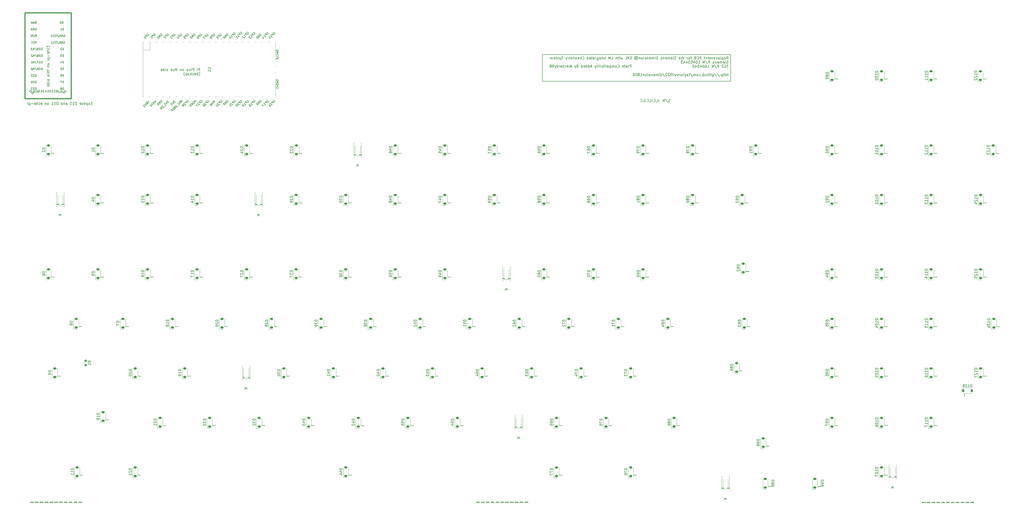
<source format=gbr>
%TF.GenerationSoftware,KiCad,Pcbnew,9.99.0-2510-g416e54f0d5*%
%TF.CreationDate,2026-02-08T14:48:21-05:00*%
%TF.ProjectId,dimension-PCB,64696d65-6e73-4696-9f6e-2d5043422e6b,rev?*%
%TF.SameCoordinates,Original*%
%TF.FileFunction,Legend,Bot*%
%TF.FilePolarity,Positive*%
%FSLAX46Y46*%
G04 Gerber Fmt 4.6, Leading zero omitted, Abs format (unit mm)*
G04 Created by KiCad (PCBNEW 9.99.0-2510-g416e54f0d5) date 2026-02-08 14:48:21*
%MOMM*%
%LPD*%
G01*
G04 APERTURE LIST*
G04 Aperture macros list*
%AMRoundRect*
0 Rectangle with rounded corners*
0 $1 Rounding radius*
0 $2 $3 $4 $5 $6 $7 $8 $9 X,Y pos of 4 corners*
0 Add a 4 corners polygon primitive as box body*
4,1,4,$2,$3,$4,$5,$6,$7,$8,$9,$2,$3,0*
0 Add four circle primitives for the rounded corners*
1,1,$1+$1,$2,$3*
1,1,$1+$1,$4,$5*
1,1,$1+$1,$6,$7*
1,1,$1+$1,$8,$9*
0 Add four rect primitives between the rounded corners*
20,1,$1+$1,$2,$3,$4,$5,0*
20,1,$1+$1,$4,$5,$6,$7,0*
20,1,$1+$1,$6,$7,$8,$9,0*
20,1,$1+$1,$8,$9,$2,$3,0*%
G04 Aperture macros list end*
%ADD10C,0.150000*%
%ADD11C,0.300000*%
%ADD12C,0.120000*%
%ADD13C,0.381000*%
%ADD14C,1.800000*%
%ADD15R,1.200000X0.900000*%
%ADD16C,4.300000*%
%ADD17C,3.987800*%
%ADD18C,3.048000*%
%ADD19C,8.400000*%
%ADD20C,2.300000*%
%ADD21C,1.750000*%
%ADD22R,3.500000X1.700000*%
%ADD23O,1.700000X1.700000*%
%ADD24R,1.700000X1.700000*%
%ADD25R,1.700000X3.500000*%
%ADD26O,1.800000X1.800000*%
%ADD27O,1.500000X1.500000*%
%ADD28RoundRect,0.225000X0.375000X-0.225000X0.375000X0.225000X-0.375000X0.225000X-0.375000X-0.225000X0*%
%ADD29R,1.800000X1.800000*%
%ADD30C,1.600000*%
%ADD31O,1.600000X1.600000*%
%ADD32RoundRect,0.200000X0.275000X-0.200000X0.275000X0.200000X-0.275000X0.200000X-0.275000X-0.200000X0*%
%ADD33R,1.752600X1.752600*%
%ADD34C,1.752600*%
%ADD35RoundRect,0.225000X-0.225000X-0.375000X0.225000X-0.375000X0.225000X0.375000X-0.225000X0.375000X0*%
G04 APERTURE END LIST*
D10*
X297413220Y-70619819D02*
X297413220Y-69619819D01*
X297413220Y-69619819D02*
X297032268Y-69619819D01*
X297032268Y-69619819D02*
X296937030Y-69667438D01*
X296937030Y-69667438D02*
X296889411Y-69715057D01*
X296889411Y-69715057D02*
X296841792Y-69810295D01*
X296841792Y-69810295D02*
X296841792Y-69953152D01*
X296841792Y-69953152D02*
X296889411Y-70048390D01*
X296889411Y-70048390D02*
X296937030Y-70096009D01*
X296937030Y-70096009D02*
X297032268Y-70143628D01*
X297032268Y-70143628D02*
X297413220Y-70143628D01*
X296270363Y-70619819D02*
X296365601Y-70572200D01*
X296365601Y-70572200D02*
X296413220Y-70476961D01*
X296413220Y-70476961D02*
X296413220Y-69619819D01*
X295460839Y-70619819D02*
X295460839Y-70096009D01*
X295460839Y-70096009D02*
X295508458Y-70000771D01*
X295508458Y-70000771D02*
X295603696Y-69953152D01*
X295603696Y-69953152D02*
X295794172Y-69953152D01*
X295794172Y-69953152D02*
X295889410Y-70000771D01*
X295460839Y-70572200D02*
X295556077Y-70619819D01*
X295556077Y-70619819D02*
X295794172Y-70619819D01*
X295794172Y-70619819D02*
X295889410Y-70572200D01*
X295889410Y-70572200D02*
X295937029Y-70476961D01*
X295937029Y-70476961D02*
X295937029Y-70381723D01*
X295937029Y-70381723D02*
X295889410Y-70286485D01*
X295889410Y-70286485D02*
X295794172Y-70238866D01*
X295794172Y-70238866D02*
X295556077Y-70238866D01*
X295556077Y-70238866D02*
X295460839Y-70191247D01*
X295127505Y-69953152D02*
X294746553Y-69953152D01*
X294984648Y-69619819D02*
X294984648Y-70476961D01*
X294984648Y-70476961D02*
X294937029Y-70572200D01*
X294937029Y-70572200D02*
X294841791Y-70619819D01*
X294841791Y-70619819D02*
X294746553Y-70619819D01*
X294032267Y-70572200D02*
X294127505Y-70619819D01*
X294127505Y-70619819D02*
X294317981Y-70619819D01*
X294317981Y-70619819D02*
X294413219Y-70572200D01*
X294413219Y-70572200D02*
X294460838Y-70476961D01*
X294460838Y-70476961D02*
X294460838Y-70096009D01*
X294460838Y-70096009D02*
X294413219Y-70000771D01*
X294413219Y-70000771D02*
X294317981Y-69953152D01*
X294317981Y-69953152D02*
X294127505Y-69953152D01*
X294127505Y-69953152D02*
X294032267Y-70000771D01*
X294032267Y-70000771D02*
X293984648Y-70096009D01*
X293984648Y-70096009D02*
X293984648Y-70191247D01*
X293984648Y-70191247D02*
X294460838Y-70286485D01*
X292222743Y-70524580D02*
X292270362Y-70572200D01*
X292270362Y-70572200D02*
X292413219Y-70619819D01*
X292413219Y-70619819D02*
X292508457Y-70619819D01*
X292508457Y-70619819D02*
X292651314Y-70572200D01*
X292651314Y-70572200D02*
X292746552Y-70476961D01*
X292746552Y-70476961D02*
X292794171Y-70381723D01*
X292794171Y-70381723D02*
X292841790Y-70191247D01*
X292841790Y-70191247D02*
X292841790Y-70048390D01*
X292841790Y-70048390D02*
X292794171Y-69857914D01*
X292794171Y-69857914D02*
X292746552Y-69762676D01*
X292746552Y-69762676D02*
X292651314Y-69667438D01*
X292651314Y-69667438D02*
X292508457Y-69619819D01*
X292508457Y-69619819D02*
X292413219Y-69619819D01*
X292413219Y-69619819D02*
X292270362Y-69667438D01*
X292270362Y-69667438D02*
X292222743Y-69715057D01*
X291651314Y-70619819D02*
X291746552Y-70572200D01*
X291746552Y-70572200D02*
X291794171Y-70524580D01*
X291794171Y-70524580D02*
X291841790Y-70429342D01*
X291841790Y-70429342D02*
X291841790Y-70143628D01*
X291841790Y-70143628D02*
X291794171Y-70048390D01*
X291794171Y-70048390D02*
X291746552Y-70000771D01*
X291746552Y-70000771D02*
X291651314Y-69953152D01*
X291651314Y-69953152D02*
X291508457Y-69953152D01*
X291508457Y-69953152D02*
X291413219Y-70000771D01*
X291413219Y-70000771D02*
X291365600Y-70048390D01*
X291365600Y-70048390D02*
X291317981Y-70143628D01*
X291317981Y-70143628D02*
X291317981Y-70429342D01*
X291317981Y-70429342D02*
X291365600Y-70524580D01*
X291365600Y-70524580D02*
X291413219Y-70572200D01*
X291413219Y-70572200D02*
X291508457Y-70619819D01*
X291508457Y-70619819D02*
X291651314Y-70619819D01*
X290889409Y-70619819D02*
X290889409Y-69953152D01*
X290889409Y-70048390D02*
X290841790Y-70000771D01*
X290841790Y-70000771D02*
X290746552Y-69953152D01*
X290746552Y-69953152D02*
X290603695Y-69953152D01*
X290603695Y-69953152D02*
X290508457Y-70000771D01*
X290508457Y-70000771D02*
X290460838Y-70096009D01*
X290460838Y-70096009D02*
X290460838Y-70619819D01*
X290460838Y-70096009D02*
X290413219Y-70000771D01*
X290413219Y-70000771D02*
X290317981Y-69953152D01*
X290317981Y-69953152D02*
X290175124Y-69953152D01*
X290175124Y-69953152D02*
X290079885Y-70000771D01*
X290079885Y-70000771D02*
X290032266Y-70096009D01*
X290032266Y-70096009D02*
X290032266Y-70619819D01*
X289556076Y-69953152D02*
X289556076Y-70953152D01*
X289556076Y-70000771D02*
X289460838Y-69953152D01*
X289460838Y-69953152D02*
X289270362Y-69953152D01*
X289270362Y-69953152D02*
X289175124Y-70000771D01*
X289175124Y-70000771D02*
X289127505Y-70048390D01*
X289127505Y-70048390D02*
X289079886Y-70143628D01*
X289079886Y-70143628D02*
X289079886Y-70429342D01*
X289079886Y-70429342D02*
X289127505Y-70524580D01*
X289127505Y-70524580D02*
X289175124Y-70572200D01*
X289175124Y-70572200D02*
X289270362Y-70619819D01*
X289270362Y-70619819D02*
X289460838Y-70619819D01*
X289460838Y-70619819D02*
X289556076Y-70572200D01*
X288222743Y-70619819D02*
X288222743Y-70096009D01*
X288222743Y-70096009D02*
X288270362Y-70000771D01*
X288270362Y-70000771D02*
X288365600Y-69953152D01*
X288365600Y-69953152D02*
X288556076Y-69953152D01*
X288556076Y-69953152D02*
X288651314Y-70000771D01*
X288222743Y-70572200D02*
X288317981Y-70619819D01*
X288317981Y-70619819D02*
X288556076Y-70619819D01*
X288556076Y-70619819D02*
X288651314Y-70572200D01*
X288651314Y-70572200D02*
X288698933Y-70476961D01*
X288698933Y-70476961D02*
X288698933Y-70381723D01*
X288698933Y-70381723D02*
X288651314Y-70286485D01*
X288651314Y-70286485D02*
X288556076Y-70238866D01*
X288556076Y-70238866D02*
X288317981Y-70238866D01*
X288317981Y-70238866D02*
X288222743Y-70191247D01*
X287889409Y-69953152D02*
X287508457Y-69953152D01*
X287746552Y-69619819D02*
X287746552Y-70476961D01*
X287746552Y-70476961D02*
X287698933Y-70572200D01*
X287698933Y-70572200D02*
X287603695Y-70619819D01*
X287603695Y-70619819D02*
X287508457Y-70619819D01*
X287175123Y-70619819D02*
X287175123Y-69953152D01*
X287175123Y-69619819D02*
X287222742Y-69667438D01*
X287222742Y-69667438D02*
X287175123Y-69715057D01*
X287175123Y-69715057D02*
X287127504Y-69667438D01*
X287127504Y-69667438D02*
X287175123Y-69619819D01*
X287175123Y-69619819D02*
X287175123Y-69715057D01*
X286698933Y-70619819D02*
X286698933Y-69619819D01*
X286698933Y-70000771D02*
X286603695Y-69953152D01*
X286603695Y-69953152D02*
X286413219Y-69953152D01*
X286413219Y-69953152D02*
X286317981Y-70000771D01*
X286317981Y-70000771D02*
X286270362Y-70048390D01*
X286270362Y-70048390D02*
X286222743Y-70143628D01*
X286222743Y-70143628D02*
X286222743Y-70429342D01*
X286222743Y-70429342D02*
X286270362Y-70524580D01*
X286270362Y-70524580D02*
X286317981Y-70572200D01*
X286317981Y-70572200D02*
X286413219Y-70619819D01*
X286413219Y-70619819D02*
X286603695Y-70619819D01*
X286603695Y-70619819D02*
X286698933Y-70572200D01*
X285794171Y-70619819D02*
X285794171Y-69953152D01*
X285794171Y-69619819D02*
X285841790Y-69667438D01*
X285841790Y-69667438D02*
X285794171Y-69715057D01*
X285794171Y-69715057D02*
X285746552Y-69667438D01*
X285746552Y-69667438D02*
X285794171Y-69619819D01*
X285794171Y-69619819D02*
X285794171Y-69715057D01*
X285175124Y-70619819D02*
X285270362Y-70572200D01*
X285270362Y-70572200D02*
X285317981Y-70476961D01*
X285317981Y-70476961D02*
X285317981Y-69619819D01*
X284794171Y-70619819D02*
X284794171Y-69953152D01*
X284794171Y-69619819D02*
X284841790Y-69667438D01*
X284841790Y-69667438D02*
X284794171Y-69715057D01*
X284794171Y-69715057D02*
X284746552Y-69667438D01*
X284746552Y-69667438D02*
X284794171Y-69619819D01*
X284794171Y-69619819D02*
X284794171Y-69715057D01*
X284460838Y-69953152D02*
X284079886Y-69953152D01*
X284317981Y-69619819D02*
X284317981Y-70476961D01*
X284317981Y-70476961D02*
X284270362Y-70572200D01*
X284270362Y-70572200D02*
X284175124Y-70619819D01*
X284175124Y-70619819D02*
X284079886Y-70619819D01*
X283841790Y-69953152D02*
X283603695Y-70619819D01*
X283365600Y-69953152D02*
X283603695Y-70619819D01*
X283603695Y-70619819D02*
X283698933Y-70857914D01*
X283698933Y-70857914D02*
X283746552Y-70905533D01*
X283746552Y-70905533D02*
X283841790Y-70953152D01*
X282270361Y-70334104D02*
X281794171Y-70334104D01*
X282365599Y-70619819D02*
X282032266Y-69619819D01*
X282032266Y-69619819D02*
X281698933Y-70619819D01*
X280937028Y-70619819D02*
X280937028Y-69619819D01*
X280937028Y-70572200D02*
X281032266Y-70619819D01*
X281032266Y-70619819D02*
X281222742Y-70619819D01*
X281222742Y-70619819D02*
X281317980Y-70572200D01*
X281317980Y-70572200D02*
X281365599Y-70524580D01*
X281365599Y-70524580D02*
X281413218Y-70429342D01*
X281413218Y-70429342D02*
X281413218Y-70143628D01*
X281413218Y-70143628D02*
X281365599Y-70048390D01*
X281365599Y-70048390D02*
X281317980Y-70000771D01*
X281317980Y-70000771D02*
X281222742Y-69953152D01*
X281222742Y-69953152D02*
X281032266Y-69953152D01*
X281032266Y-69953152D02*
X280937028Y-70000771D01*
X280032266Y-70619819D02*
X280032266Y-69619819D01*
X280032266Y-70572200D02*
X280127504Y-70619819D01*
X280127504Y-70619819D02*
X280317980Y-70619819D01*
X280317980Y-70619819D02*
X280413218Y-70572200D01*
X280413218Y-70572200D02*
X280460837Y-70524580D01*
X280460837Y-70524580D02*
X280508456Y-70429342D01*
X280508456Y-70429342D02*
X280508456Y-70143628D01*
X280508456Y-70143628D02*
X280460837Y-70048390D01*
X280460837Y-70048390D02*
X280413218Y-70000771D01*
X280413218Y-70000771D02*
X280317980Y-69953152D01*
X280317980Y-69953152D02*
X280127504Y-69953152D01*
X280127504Y-69953152D02*
X280032266Y-70000771D01*
X279175123Y-70572200D02*
X279270361Y-70619819D01*
X279270361Y-70619819D02*
X279460837Y-70619819D01*
X279460837Y-70619819D02*
X279556075Y-70572200D01*
X279556075Y-70572200D02*
X279603694Y-70476961D01*
X279603694Y-70476961D02*
X279603694Y-70096009D01*
X279603694Y-70096009D02*
X279556075Y-70000771D01*
X279556075Y-70000771D02*
X279460837Y-69953152D01*
X279460837Y-69953152D02*
X279270361Y-69953152D01*
X279270361Y-69953152D02*
X279175123Y-70000771D01*
X279175123Y-70000771D02*
X279127504Y-70096009D01*
X279127504Y-70096009D02*
X279127504Y-70191247D01*
X279127504Y-70191247D02*
X279603694Y-70286485D01*
X278270361Y-70619819D02*
X278270361Y-69619819D01*
X278270361Y-70572200D02*
X278365599Y-70619819D01*
X278365599Y-70619819D02*
X278556075Y-70619819D01*
X278556075Y-70619819D02*
X278651313Y-70572200D01*
X278651313Y-70572200D02*
X278698932Y-70524580D01*
X278698932Y-70524580D02*
X278746551Y-70429342D01*
X278746551Y-70429342D02*
X278746551Y-70143628D01*
X278746551Y-70143628D02*
X278698932Y-70048390D01*
X278698932Y-70048390D02*
X278651313Y-70000771D01*
X278651313Y-70000771D02*
X278556075Y-69953152D01*
X278556075Y-69953152D02*
X278365599Y-69953152D01*
X278365599Y-69953152D02*
X278270361Y-70000771D01*
X276698932Y-70096009D02*
X276556075Y-70143628D01*
X276556075Y-70143628D02*
X276508456Y-70191247D01*
X276508456Y-70191247D02*
X276460837Y-70286485D01*
X276460837Y-70286485D02*
X276460837Y-70429342D01*
X276460837Y-70429342D02*
X276508456Y-70524580D01*
X276508456Y-70524580D02*
X276556075Y-70572200D01*
X276556075Y-70572200D02*
X276651313Y-70619819D01*
X276651313Y-70619819D02*
X277032265Y-70619819D01*
X277032265Y-70619819D02*
X277032265Y-69619819D01*
X277032265Y-69619819D02*
X276698932Y-69619819D01*
X276698932Y-69619819D02*
X276603694Y-69667438D01*
X276603694Y-69667438D02*
X276556075Y-69715057D01*
X276556075Y-69715057D02*
X276508456Y-69810295D01*
X276508456Y-69810295D02*
X276508456Y-69905533D01*
X276508456Y-69905533D02*
X276556075Y-70000771D01*
X276556075Y-70000771D02*
X276603694Y-70048390D01*
X276603694Y-70048390D02*
X276698932Y-70096009D01*
X276698932Y-70096009D02*
X277032265Y-70096009D01*
X276127503Y-69953152D02*
X275889408Y-70619819D01*
X275651313Y-69953152D02*
X275889408Y-70619819D01*
X275889408Y-70619819D02*
X275984646Y-70857914D01*
X275984646Y-70857914D02*
X276032265Y-70905533D01*
X276032265Y-70905533D02*
X276127503Y-70953152D01*
X274556074Y-70334104D02*
X274079884Y-70334104D01*
X274651312Y-70619819D02*
X274317979Y-69619819D01*
X274317979Y-69619819D02*
X273984646Y-70619819D01*
X273508455Y-70619819D02*
X273603693Y-70572200D01*
X273603693Y-70572200D02*
X273651312Y-70476961D01*
X273651312Y-70476961D02*
X273651312Y-69619819D01*
X272746550Y-70572200D02*
X272841788Y-70619819D01*
X272841788Y-70619819D02*
X273032264Y-70619819D01*
X273032264Y-70619819D02*
X273127502Y-70572200D01*
X273127502Y-70572200D02*
X273175121Y-70476961D01*
X273175121Y-70476961D02*
X273175121Y-70096009D01*
X273175121Y-70096009D02*
X273127502Y-70000771D01*
X273127502Y-70000771D02*
X273032264Y-69953152D01*
X273032264Y-69953152D02*
X272841788Y-69953152D01*
X272841788Y-69953152D02*
X272746550Y-70000771D01*
X272746550Y-70000771D02*
X272698931Y-70096009D01*
X272698931Y-70096009D02*
X272698931Y-70191247D01*
X272698931Y-70191247D02*
X273175121Y-70286485D01*
X271841788Y-70572200D02*
X271937026Y-70619819D01*
X271937026Y-70619819D02*
X272127502Y-70619819D01*
X272127502Y-70619819D02*
X272222740Y-70572200D01*
X272222740Y-70572200D02*
X272270359Y-70524580D01*
X272270359Y-70524580D02*
X272317978Y-70429342D01*
X272317978Y-70429342D02*
X272317978Y-70143628D01*
X272317978Y-70143628D02*
X272270359Y-70048390D01*
X272270359Y-70048390D02*
X272222740Y-70000771D01*
X272222740Y-70000771D02*
X272127502Y-69953152D01*
X272127502Y-69953152D02*
X271937026Y-69953152D01*
X271937026Y-69953152D02*
X271841788Y-70000771D01*
X271556073Y-69953152D02*
X271175121Y-69953152D01*
X271413216Y-69619819D02*
X271413216Y-70476961D01*
X271413216Y-70476961D02*
X271365597Y-70572200D01*
X271365597Y-70572200D02*
X271270359Y-70619819D01*
X271270359Y-70619819D02*
X271175121Y-70619819D01*
X270413216Y-70619819D02*
X270413216Y-70096009D01*
X270413216Y-70096009D02*
X270460835Y-70000771D01*
X270460835Y-70000771D02*
X270556073Y-69953152D01*
X270556073Y-69953152D02*
X270746549Y-69953152D01*
X270746549Y-69953152D02*
X270841787Y-70000771D01*
X270413216Y-70572200D02*
X270508454Y-70619819D01*
X270508454Y-70619819D02*
X270746549Y-70619819D01*
X270746549Y-70619819D02*
X270841787Y-70572200D01*
X270841787Y-70572200D02*
X270889406Y-70476961D01*
X270889406Y-70476961D02*
X270889406Y-70381723D01*
X270889406Y-70381723D02*
X270841787Y-70286485D01*
X270841787Y-70286485D02*
X270746549Y-70238866D01*
X270746549Y-70238866D02*
X270508454Y-70238866D01*
X270508454Y-70238866D02*
X270413216Y-70191247D01*
X269937025Y-70619819D02*
X269937025Y-69953152D01*
X269937025Y-70143628D02*
X269889406Y-70048390D01*
X269889406Y-70048390D02*
X269841787Y-70000771D01*
X269841787Y-70000771D02*
X269746549Y-69953152D01*
X269746549Y-69953152D02*
X269651311Y-69953152D01*
X268889406Y-70619819D02*
X268889406Y-69619819D01*
X268889406Y-70572200D02*
X268984644Y-70619819D01*
X268984644Y-70619819D02*
X269175120Y-70619819D01*
X269175120Y-70619819D02*
X269270358Y-70572200D01*
X269270358Y-70572200D02*
X269317977Y-70524580D01*
X269317977Y-70524580D02*
X269365596Y-70429342D01*
X269365596Y-70429342D02*
X269365596Y-70143628D01*
X269365596Y-70143628D02*
X269317977Y-70048390D01*
X269317977Y-70048390D02*
X269270358Y-70000771D01*
X269270358Y-70000771D02*
X269175120Y-69953152D01*
X269175120Y-69953152D02*
X268984644Y-69953152D01*
X268984644Y-69953152D02*
X268889406Y-70000771D01*
X268508453Y-69953152D02*
X268270358Y-70619819D01*
X268032263Y-69953152D02*
X268270358Y-70619819D01*
X268270358Y-70619819D02*
X268365596Y-70857914D01*
X268365596Y-70857914D02*
X268413215Y-70905533D01*
X268413215Y-70905533D02*
X268508453Y-70953152D01*
X267603691Y-70619819D02*
X267413215Y-70619819D01*
X267413215Y-70619819D02*
X267317977Y-70572200D01*
X267317977Y-70572200D02*
X267270358Y-70524580D01*
X267270358Y-70524580D02*
X267175120Y-70381723D01*
X267175120Y-70381723D02*
X267127501Y-70191247D01*
X267127501Y-70191247D02*
X267127501Y-69810295D01*
X267127501Y-69810295D02*
X267175120Y-69715057D01*
X267175120Y-69715057D02*
X267222739Y-69667438D01*
X267222739Y-69667438D02*
X267317977Y-69619819D01*
X267317977Y-69619819D02*
X267508453Y-69619819D01*
X267508453Y-69619819D02*
X267603691Y-69667438D01*
X267603691Y-69667438D02*
X267651310Y-69715057D01*
X267651310Y-69715057D02*
X267698929Y-69810295D01*
X267698929Y-69810295D02*
X267698929Y-70048390D01*
X267698929Y-70048390D02*
X267651310Y-70143628D01*
X267651310Y-70143628D02*
X267603691Y-70191247D01*
X267603691Y-70191247D02*
X267508453Y-70238866D01*
X267508453Y-70238866D02*
X267317977Y-70238866D01*
X267317977Y-70238866D02*
X267222739Y-70191247D01*
X267222739Y-70191247D02*
X267175120Y-70143628D01*
X267175120Y-70143628D02*
X267127501Y-70048390D01*
X266556072Y-70048390D02*
X266651310Y-70000771D01*
X266651310Y-70000771D02*
X266698929Y-69953152D01*
X266698929Y-69953152D02*
X266746548Y-69857914D01*
X266746548Y-69857914D02*
X266746548Y-69810295D01*
X266746548Y-69810295D02*
X266698929Y-69715057D01*
X266698929Y-69715057D02*
X266651310Y-69667438D01*
X266651310Y-69667438D02*
X266556072Y-69619819D01*
X266556072Y-69619819D02*
X266365596Y-69619819D01*
X266365596Y-69619819D02*
X266270358Y-69667438D01*
X266270358Y-69667438D02*
X266222739Y-69715057D01*
X266222739Y-69715057D02*
X266175120Y-69810295D01*
X266175120Y-69810295D02*
X266175120Y-69857914D01*
X266175120Y-69857914D02*
X266222739Y-69953152D01*
X266222739Y-69953152D02*
X266270358Y-70000771D01*
X266270358Y-70000771D02*
X266365596Y-70048390D01*
X266365596Y-70048390D02*
X266556072Y-70048390D01*
X266556072Y-70048390D02*
X266651310Y-70096009D01*
X266651310Y-70096009D02*
X266698929Y-70143628D01*
X266698929Y-70143628D02*
X266746548Y-70238866D01*
X266746548Y-70238866D02*
X266746548Y-70429342D01*
X266746548Y-70429342D02*
X266698929Y-70524580D01*
X266698929Y-70524580D02*
X266651310Y-70572200D01*
X266651310Y-70572200D02*
X266556072Y-70619819D01*
X266556072Y-70619819D02*
X266365596Y-70619819D01*
X266365596Y-70619819D02*
X266270358Y-70572200D01*
X266270358Y-70572200D02*
X266222739Y-70524580D01*
X266222739Y-70524580D02*
X266175120Y-70429342D01*
X266175120Y-70429342D02*
X266175120Y-70238866D01*
X266175120Y-70238866D02*
X266222739Y-70143628D01*
X266222739Y-70143628D02*
X266270358Y-70096009D01*
X266270358Y-70096009D02*
X266365596Y-70048390D01*
D11*
X429055489Y-237950600D02*
X427912632Y-237950600D01*
X427198346Y-237950600D02*
X426055489Y-237950600D01*
X425341203Y-237950600D02*
X424198346Y-237950600D01*
X423484060Y-237950600D02*
X422341203Y-237950600D01*
X421626917Y-237950600D02*
X420484060Y-237950600D01*
X419769774Y-237950600D02*
X418626917Y-237950600D01*
X417912631Y-237950600D02*
X416769774Y-237950600D01*
X416055488Y-237950600D02*
X414912631Y-237950600D01*
X414198345Y-237950600D02*
X413055488Y-237950600D01*
X412341202Y-237950600D02*
X411198345Y-237950600D01*
X410484059Y-237950600D02*
X409341202Y-237950600D01*
X257665489Y-237880600D02*
X256522632Y-237880600D01*
X255808346Y-237880600D02*
X254665489Y-237880600D01*
X253951203Y-237880600D02*
X252808346Y-237880600D01*
X252094060Y-237880600D02*
X250951203Y-237880600D01*
X250236917Y-237880600D02*
X249094060Y-237880600D01*
X248379774Y-237880600D02*
X247236917Y-237880600D01*
X246522631Y-237880600D02*
X245379774Y-237880600D01*
X244665488Y-237880600D02*
X243522631Y-237880600D01*
X242808345Y-237880600D02*
X241665488Y-237880600D01*
X240951202Y-237880600D02*
X239808345Y-237880600D01*
X239094059Y-237880600D02*
X237951202Y-237880600D01*
X86175489Y-237940600D02*
X85032632Y-237940600D01*
X84318346Y-237940600D02*
X83175489Y-237940600D01*
X82461203Y-237940600D02*
X81318346Y-237940600D01*
X80604060Y-237940600D02*
X79461203Y-237940600D01*
X78746917Y-237940600D02*
X77604060Y-237940600D01*
X76889774Y-237940600D02*
X75746917Y-237940600D01*
X75032631Y-237940600D02*
X73889774Y-237940600D01*
X73175488Y-237940600D02*
X72032631Y-237940600D01*
X71318345Y-237940600D02*
X70175488Y-237940600D01*
X69461202Y-237940600D02*
X68318345Y-237940600D01*
X67604059Y-237940600D02*
X66461202Y-237940600D01*
D10*
X131563220Y-71959875D02*
X131563220Y-70959875D01*
X131563220Y-70959875D02*
X131182268Y-70959875D01*
X131182268Y-70959875D02*
X131087030Y-71007494D01*
X131087030Y-71007494D02*
X131039411Y-71055113D01*
X131039411Y-71055113D02*
X130991792Y-71150351D01*
X130991792Y-71150351D02*
X130991792Y-71293208D01*
X130991792Y-71293208D02*
X131039411Y-71388446D01*
X131039411Y-71388446D02*
X131087030Y-71436065D01*
X131087030Y-71436065D02*
X131182268Y-71483684D01*
X131182268Y-71483684D02*
X131563220Y-71483684D01*
X130563220Y-71959875D02*
X130563220Y-71293208D01*
X130563220Y-70959875D02*
X130610839Y-71007494D01*
X130610839Y-71007494D02*
X130563220Y-71055113D01*
X130563220Y-71055113D02*
X130515601Y-71007494D01*
X130515601Y-71007494D02*
X130563220Y-70959875D01*
X130563220Y-70959875D02*
X130563220Y-71055113D01*
X129325125Y-71959875D02*
X129325125Y-70959875D01*
X129325125Y-70959875D02*
X128944173Y-70959875D01*
X128944173Y-70959875D02*
X128848935Y-71007494D01*
X128848935Y-71007494D02*
X128801316Y-71055113D01*
X128801316Y-71055113D02*
X128753697Y-71150351D01*
X128753697Y-71150351D02*
X128753697Y-71293208D01*
X128753697Y-71293208D02*
X128801316Y-71388446D01*
X128801316Y-71388446D02*
X128848935Y-71436065D01*
X128848935Y-71436065D02*
X128944173Y-71483684D01*
X128944173Y-71483684D02*
X129325125Y-71483684D01*
X128325125Y-71959875D02*
X128325125Y-71293208D01*
X128325125Y-70959875D02*
X128372744Y-71007494D01*
X128372744Y-71007494D02*
X128325125Y-71055113D01*
X128325125Y-71055113D02*
X128277506Y-71007494D01*
X128277506Y-71007494D02*
X128325125Y-70959875D01*
X128325125Y-70959875D02*
X128325125Y-71055113D01*
X127420364Y-71912256D02*
X127515602Y-71959875D01*
X127515602Y-71959875D02*
X127706078Y-71959875D01*
X127706078Y-71959875D02*
X127801316Y-71912256D01*
X127801316Y-71912256D02*
X127848935Y-71864636D01*
X127848935Y-71864636D02*
X127896554Y-71769398D01*
X127896554Y-71769398D02*
X127896554Y-71483684D01*
X127896554Y-71483684D02*
X127848935Y-71388446D01*
X127848935Y-71388446D02*
X127801316Y-71340827D01*
X127801316Y-71340827D02*
X127706078Y-71293208D01*
X127706078Y-71293208D02*
X127515602Y-71293208D01*
X127515602Y-71293208D02*
X127420364Y-71340827D01*
X126848935Y-71959875D02*
X126944173Y-71912256D01*
X126944173Y-71912256D02*
X126991792Y-71864636D01*
X126991792Y-71864636D02*
X127039411Y-71769398D01*
X127039411Y-71769398D02*
X127039411Y-71483684D01*
X127039411Y-71483684D02*
X126991792Y-71388446D01*
X126991792Y-71388446D02*
X126944173Y-71340827D01*
X126944173Y-71340827D02*
X126848935Y-71293208D01*
X126848935Y-71293208D02*
X126706078Y-71293208D01*
X126706078Y-71293208D02*
X126610840Y-71340827D01*
X126610840Y-71340827D02*
X126563221Y-71388446D01*
X126563221Y-71388446D02*
X126515602Y-71483684D01*
X126515602Y-71483684D02*
X126515602Y-71769398D01*
X126515602Y-71769398D02*
X126563221Y-71864636D01*
X126563221Y-71864636D02*
X126610840Y-71912256D01*
X126610840Y-71912256D02*
X126706078Y-71959875D01*
X126706078Y-71959875D02*
X126848935Y-71959875D01*
X125182268Y-71959875D02*
X125277506Y-71912256D01*
X125277506Y-71912256D02*
X125325125Y-71864636D01*
X125325125Y-71864636D02*
X125372744Y-71769398D01*
X125372744Y-71769398D02*
X125372744Y-71483684D01*
X125372744Y-71483684D02*
X125325125Y-71388446D01*
X125325125Y-71388446D02*
X125277506Y-71340827D01*
X125277506Y-71340827D02*
X125182268Y-71293208D01*
X125182268Y-71293208D02*
X125039411Y-71293208D01*
X125039411Y-71293208D02*
X124944173Y-71340827D01*
X124944173Y-71340827D02*
X124896554Y-71388446D01*
X124896554Y-71388446D02*
X124848935Y-71483684D01*
X124848935Y-71483684D02*
X124848935Y-71769398D01*
X124848935Y-71769398D02*
X124896554Y-71864636D01*
X124896554Y-71864636D02*
X124944173Y-71912256D01*
X124944173Y-71912256D02*
X125039411Y-71959875D01*
X125039411Y-71959875D02*
X125182268Y-71959875D01*
X124420363Y-71293208D02*
X124420363Y-71959875D01*
X124420363Y-71388446D02*
X124372744Y-71340827D01*
X124372744Y-71340827D02*
X124277506Y-71293208D01*
X124277506Y-71293208D02*
X124134649Y-71293208D01*
X124134649Y-71293208D02*
X124039411Y-71340827D01*
X124039411Y-71340827D02*
X123991792Y-71436065D01*
X123991792Y-71436065D02*
X123991792Y-71959875D01*
X122896553Y-71293208D02*
X122515601Y-71293208D01*
X122753696Y-70959875D02*
X122753696Y-71817017D01*
X122753696Y-71817017D02*
X122706077Y-71912256D01*
X122706077Y-71912256D02*
X122610839Y-71959875D01*
X122610839Y-71959875D02*
X122515601Y-71959875D01*
X122182267Y-71959875D02*
X122182267Y-70959875D01*
X121753696Y-71959875D02*
X121753696Y-71436065D01*
X121753696Y-71436065D02*
X121801315Y-71340827D01*
X121801315Y-71340827D02*
X121896553Y-71293208D01*
X121896553Y-71293208D02*
X122039410Y-71293208D01*
X122039410Y-71293208D02*
X122134648Y-71340827D01*
X122134648Y-71340827D02*
X122182267Y-71388446D01*
X121277505Y-71959875D02*
X121277505Y-71293208D01*
X121277505Y-70959875D02*
X121325124Y-71007494D01*
X121325124Y-71007494D02*
X121277505Y-71055113D01*
X121277505Y-71055113D02*
X121229886Y-71007494D01*
X121229886Y-71007494D02*
X121277505Y-70959875D01*
X121277505Y-70959875D02*
X121277505Y-71055113D01*
X120848934Y-71912256D02*
X120753696Y-71959875D01*
X120753696Y-71959875D02*
X120563220Y-71959875D01*
X120563220Y-71959875D02*
X120467982Y-71912256D01*
X120467982Y-71912256D02*
X120420363Y-71817017D01*
X120420363Y-71817017D02*
X120420363Y-71769398D01*
X120420363Y-71769398D02*
X120467982Y-71674160D01*
X120467982Y-71674160D02*
X120563220Y-71626541D01*
X120563220Y-71626541D02*
X120706077Y-71626541D01*
X120706077Y-71626541D02*
X120801315Y-71578922D01*
X120801315Y-71578922D02*
X120848934Y-71483684D01*
X120848934Y-71483684D02*
X120848934Y-71436065D01*
X120848934Y-71436065D02*
X120801315Y-71340827D01*
X120801315Y-71340827D02*
X120706077Y-71293208D01*
X120706077Y-71293208D02*
X120563220Y-71293208D01*
X120563220Y-71293208D02*
X120467982Y-71340827D01*
X119277505Y-71912256D02*
X119182267Y-71959875D01*
X119182267Y-71959875D02*
X118991791Y-71959875D01*
X118991791Y-71959875D02*
X118896553Y-71912256D01*
X118896553Y-71912256D02*
X118848934Y-71817017D01*
X118848934Y-71817017D02*
X118848934Y-71769398D01*
X118848934Y-71769398D02*
X118896553Y-71674160D01*
X118896553Y-71674160D02*
X118991791Y-71626541D01*
X118991791Y-71626541D02*
X119134648Y-71626541D01*
X119134648Y-71626541D02*
X119229886Y-71578922D01*
X119229886Y-71578922D02*
X119277505Y-71483684D01*
X119277505Y-71483684D02*
X119277505Y-71436065D01*
X119277505Y-71436065D02*
X119229886Y-71340827D01*
X119229886Y-71340827D02*
X119134648Y-71293208D01*
X119134648Y-71293208D02*
X118991791Y-71293208D01*
X118991791Y-71293208D02*
X118896553Y-71340827D01*
X118420362Y-71959875D02*
X118420362Y-71293208D01*
X118420362Y-70959875D02*
X118467981Y-71007494D01*
X118467981Y-71007494D02*
X118420362Y-71055113D01*
X118420362Y-71055113D02*
X118372743Y-71007494D01*
X118372743Y-71007494D02*
X118420362Y-70959875D01*
X118420362Y-70959875D02*
X118420362Y-71055113D01*
X117515601Y-71959875D02*
X117515601Y-70959875D01*
X117515601Y-71912256D02*
X117610839Y-71959875D01*
X117610839Y-71959875D02*
X117801315Y-71959875D01*
X117801315Y-71959875D02*
X117896553Y-71912256D01*
X117896553Y-71912256D02*
X117944172Y-71864636D01*
X117944172Y-71864636D02*
X117991791Y-71769398D01*
X117991791Y-71769398D02*
X117991791Y-71483684D01*
X117991791Y-71483684D02*
X117944172Y-71388446D01*
X117944172Y-71388446D02*
X117896553Y-71340827D01*
X117896553Y-71340827D02*
X117801315Y-71293208D01*
X117801315Y-71293208D02*
X117610839Y-71293208D01*
X117610839Y-71293208D02*
X117515601Y-71340827D01*
X116658458Y-71912256D02*
X116753696Y-71959875D01*
X116753696Y-71959875D02*
X116944172Y-71959875D01*
X116944172Y-71959875D02*
X117039410Y-71912256D01*
X117039410Y-71912256D02*
X117087029Y-71817017D01*
X117087029Y-71817017D02*
X117087029Y-71436065D01*
X117087029Y-71436065D02*
X117039410Y-71340827D01*
X117039410Y-71340827D02*
X116944172Y-71293208D01*
X116944172Y-71293208D02*
X116753696Y-71293208D01*
X116753696Y-71293208D02*
X116658458Y-71340827D01*
X116658458Y-71340827D02*
X116610839Y-71436065D01*
X116610839Y-71436065D02*
X116610839Y-71531303D01*
X116610839Y-71531303D02*
X117087029Y-71626541D01*
X131277506Y-73950771D02*
X131325125Y-73903152D01*
X131325125Y-73903152D02*
X131420363Y-73760295D01*
X131420363Y-73760295D02*
X131467982Y-73665057D01*
X131467982Y-73665057D02*
X131515601Y-73522200D01*
X131515601Y-73522200D02*
X131563220Y-73284104D01*
X131563220Y-73284104D02*
X131563220Y-73093628D01*
X131563220Y-73093628D02*
X131515601Y-72855533D01*
X131515601Y-72855533D02*
X131467982Y-72712676D01*
X131467982Y-72712676D02*
X131420363Y-72617438D01*
X131420363Y-72617438D02*
X131325125Y-72474580D01*
X131325125Y-72474580D02*
X131277506Y-72426961D01*
X130896553Y-73569819D02*
X130896553Y-72569819D01*
X130896553Y-72950771D02*
X130801315Y-72903152D01*
X130801315Y-72903152D02*
X130610839Y-72903152D01*
X130610839Y-72903152D02*
X130515601Y-72950771D01*
X130515601Y-72950771D02*
X130467982Y-72998390D01*
X130467982Y-72998390D02*
X130420363Y-73093628D01*
X130420363Y-73093628D02*
X130420363Y-73379342D01*
X130420363Y-73379342D02*
X130467982Y-73474580D01*
X130467982Y-73474580D02*
X130515601Y-73522200D01*
X130515601Y-73522200D02*
X130610839Y-73569819D01*
X130610839Y-73569819D02*
X130801315Y-73569819D01*
X130801315Y-73569819D02*
X130896553Y-73522200D01*
X129563220Y-73569819D02*
X129563220Y-73046009D01*
X129563220Y-73046009D02*
X129610839Y-72950771D01*
X129610839Y-72950771D02*
X129706077Y-72903152D01*
X129706077Y-72903152D02*
X129896553Y-72903152D01*
X129896553Y-72903152D02*
X129991791Y-72950771D01*
X129563220Y-73522200D02*
X129658458Y-73569819D01*
X129658458Y-73569819D02*
X129896553Y-73569819D01*
X129896553Y-73569819D02*
X129991791Y-73522200D01*
X129991791Y-73522200D02*
X130039410Y-73426961D01*
X130039410Y-73426961D02*
X130039410Y-73331723D01*
X130039410Y-73331723D02*
X129991791Y-73236485D01*
X129991791Y-73236485D02*
X129896553Y-73188866D01*
X129896553Y-73188866D02*
X129658458Y-73188866D01*
X129658458Y-73188866D02*
X129563220Y-73141247D01*
X128658458Y-73522200D02*
X128753696Y-73569819D01*
X128753696Y-73569819D02*
X128944172Y-73569819D01*
X128944172Y-73569819D02*
X129039410Y-73522200D01*
X129039410Y-73522200D02*
X129087029Y-73474580D01*
X129087029Y-73474580D02*
X129134648Y-73379342D01*
X129134648Y-73379342D02*
X129134648Y-73093628D01*
X129134648Y-73093628D02*
X129087029Y-72998390D01*
X129087029Y-72998390D02*
X129039410Y-72950771D01*
X129039410Y-72950771D02*
X128944172Y-72903152D01*
X128944172Y-72903152D02*
X128753696Y-72903152D01*
X128753696Y-72903152D02*
X128658458Y-72950771D01*
X128229886Y-73569819D02*
X128229886Y-72569819D01*
X128134648Y-73188866D02*
X127848934Y-73569819D01*
X127848934Y-72903152D02*
X128229886Y-73284104D01*
X126991791Y-72903152D02*
X126991791Y-73569819D01*
X127420362Y-72903152D02*
X127420362Y-73426961D01*
X127420362Y-73426961D02*
X127372743Y-73522200D01*
X127372743Y-73522200D02*
X127277505Y-73569819D01*
X127277505Y-73569819D02*
X127134648Y-73569819D01*
X127134648Y-73569819D02*
X127039410Y-73522200D01*
X127039410Y-73522200D02*
X126991791Y-73474580D01*
X126515600Y-72903152D02*
X126515600Y-73903152D01*
X126515600Y-72950771D02*
X126420362Y-72903152D01*
X126420362Y-72903152D02*
X126229886Y-72903152D01*
X126229886Y-72903152D02*
X126134648Y-72950771D01*
X126134648Y-72950771D02*
X126087029Y-72998390D01*
X126087029Y-72998390D02*
X126039410Y-73093628D01*
X126039410Y-73093628D02*
X126039410Y-73379342D01*
X126039410Y-73379342D02*
X126087029Y-73474580D01*
X126087029Y-73474580D02*
X126134648Y-73522200D01*
X126134648Y-73522200D02*
X126229886Y-73569819D01*
X126229886Y-73569819D02*
X126420362Y-73569819D01*
X126420362Y-73569819D02*
X126515600Y-73522200D01*
X125706076Y-73950771D02*
X125658457Y-73903152D01*
X125658457Y-73903152D02*
X125563219Y-73760295D01*
X125563219Y-73760295D02*
X125515600Y-73665057D01*
X125515600Y-73665057D02*
X125467981Y-73522200D01*
X125467981Y-73522200D02*
X125420362Y-73284104D01*
X125420362Y-73284104D02*
X125420362Y-73093628D01*
X125420362Y-73093628D02*
X125467981Y-72855533D01*
X125467981Y-72855533D02*
X125515600Y-72712676D01*
X125515600Y-72712676D02*
X125563219Y-72617438D01*
X125563219Y-72617438D02*
X125658457Y-72474580D01*
X125658457Y-72474580D02*
X125706076Y-72426961D01*
X90163220Y-84446009D02*
X89829887Y-84446009D01*
X89687030Y-84969819D02*
X90163220Y-84969819D01*
X90163220Y-84969819D02*
X90163220Y-83969819D01*
X90163220Y-83969819D02*
X89687030Y-83969819D01*
X89353696Y-84969819D02*
X88829887Y-84303152D01*
X89353696Y-84303152D02*
X88829887Y-84969819D01*
X88448934Y-84303152D02*
X88448934Y-85303152D01*
X88448934Y-84350771D02*
X88353696Y-84303152D01*
X88353696Y-84303152D02*
X88163220Y-84303152D01*
X88163220Y-84303152D02*
X88067982Y-84350771D01*
X88067982Y-84350771D02*
X88020363Y-84398390D01*
X88020363Y-84398390D02*
X87972744Y-84493628D01*
X87972744Y-84493628D02*
X87972744Y-84779342D01*
X87972744Y-84779342D02*
X88020363Y-84874580D01*
X88020363Y-84874580D02*
X88067982Y-84922200D01*
X88067982Y-84922200D02*
X88163220Y-84969819D01*
X88163220Y-84969819D02*
X88353696Y-84969819D01*
X88353696Y-84969819D02*
X88448934Y-84922200D01*
X87401315Y-84969819D02*
X87496553Y-84922200D01*
X87496553Y-84922200D02*
X87544172Y-84874580D01*
X87544172Y-84874580D02*
X87591791Y-84779342D01*
X87591791Y-84779342D02*
X87591791Y-84493628D01*
X87591791Y-84493628D02*
X87544172Y-84398390D01*
X87544172Y-84398390D02*
X87496553Y-84350771D01*
X87496553Y-84350771D02*
X87401315Y-84303152D01*
X87401315Y-84303152D02*
X87258458Y-84303152D01*
X87258458Y-84303152D02*
X87163220Y-84350771D01*
X87163220Y-84350771D02*
X87115601Y-84398390D01*
X87115601Y-84398390D02*
X87067982Y-84493628D01*
X87067982Y-84493628D02*
X87067982Y-84779342D01*
X87067982Y-84779342D02*
X87115601Y-84874580D01*
X87115601Y-84874580D02*
X87163220Y-84922200D01*
X87163220Y-84922200D02*
X87258458Y-84969819D01*
X87258458Y-84969819D02*
X87401315Y-84969819D01*
X86687029Y-84922200D02*
X86591791Y-84969819D01*
X86591791Y-84969819D02*
X86401315Y-84969819D01*
X86401315Y-84969819D02*
X86306077Y-84922200D01*
X86306077Y-84922200D02*
X86258458Y-84826961D01*
X86258458Y-84826961D02*
X86258458Y-84779342D01*
X86258458Y-84779342D02*
X86306077Y-84684104D01*
X86306077Y-84684104D02*
X86401315Y-84636485D01*
X86401315Y-84636485D02*
X86544172Y-84636485D01*
X86544172Y-84636485D02*
X86639410Y-84588866D01*
X86639410Y-84588866D02*
X86687029Y-84493628D01*
X86687029Y-84493628D02*
X86687029Y-84446009D01*
X86687029Y-84446009D02*
X86639410Y-84350771D01*
X86639410Y-84350771D02*
X86544172Y-84303152D01*
X86544172Y-84303152D02*
X86401315Y-84303152D01*
X86401315Y-84303152D02*
X86306077Y-84350771D01*
X85448934Y-84922200D02*
X85544172Y-84969819D01*
X85544172Y-84969819D02*
X85734648Y-84969819D01*
X85734648Y-84969819D02*
X85829886Y-84922200D01*
X85829886Y-84922200D02*
X85877505Y-84826961D01*
X85877505Y-84826961D02*
X85877505Y-84446009D01*
X85877505Y-84446009D02*
X85829886Y-84350771D01*
X85829886Y-84350771D02*
X85734648Y-84303152D01*
X85734648Y-84303152D02*
X85544172Y-84303152D01*
X85544172Y-84303152D02*
X85448934Y-84350771D01*
X85448934Y-84350771D02*
X85401315Y-84446009D01*
X85401315Y-84446009D02*
X85401315Y-84541247D01*
X85401315Y-84541247D02*
X85877505Y-84636485D01*
X84210838Y-84969819D02*
X84210838Y-83969819D01*
X84210838Y-83969819D02*
X83972743Y-83969819D01*
X83972743Y-83969819D02*
X83829886Y-84017438D01*
X83829886Y-84017438D02*
X83734648Y-84112676D01*
X83734648Y-84112676D02*
X83687029Y-84207914D01*
X83687029Y-84207914D02*
X83639410Y-84398390D01*
X83639410Y-84398390D02*
X83639410Y-84541247D01*
X83639410Y-84541247D02*
X83687029Y-84731723D01*
X83687029Y-84731723D02*
X83734648Y-84826961D01*
X83734648Y-84826961D02*
X83829886Y-84922200D01*
X83829886Y-84922200D02*
X83972743Y-84969819D01*
X83972743Y-84969819D02*
X84210838Y-84969819D01*
X82687029Y-84969819D02*
X83258457Y-84969819D01*
X82972743Y-84969819D02*
X82972743Y-83969819D01*
X82972743Y-83969819D02*
X83067981Y-84112676D01*
X83067981Y-84112676D02*
X83163219Y-84207914D01*
X83163219Y-84207914D02*
X83258457Y-84255533D01*
X82067981Y-83969819D02*
X81972743Y-83969819D01*
X81972743Y-83969819D02*
X81877505Y-84017438D01*
X81877505Y-84017438D02*
X81829886Y-84065057D01*
X81829886Y-84065057D02*
X81782267Y-84160295D01*
X81782267Y-84160295D02*
X81734648Y-84350771D01*
X81734648Y-84350771D02*
X81734648Y-84588866D01*
X81734648Y-84588866D02*
X81782267Y-84779342D01*
X81782267Y-84779342D02*
X81829886Y-84874580D01*
X81829886Y-84874580D02*
X81877505Y-84922200D01*
X81877505Y-84922200D02*
X81972743Y-84969819D01*
X81972743Y-84969819D02*
X82067981Y-84969819D01*
X82067981Y-84969819D02*
X82163219Y-84922200D01*
X82163219Y-84922200D02*
X82210838Y-84874580D01*
X82210838Y-84874580D02*
X82258457Y-84779342D01*
X82258457Y-84779342D02*
X82306076Y-84588866D01*
X82306076Y-84588866D02*
X82306076Y-84350771D01*
X82306076Y-84350771D02*
X82258457Y-84160295D01*
X82258457Y-84160295D02*
X82210838Y-84065057D01*
X82210838Y-84065057D02*
X82163219Y-84017438D01*
X82163219Y-84017438D02*
X82067981Y-83969819D01*
X80115600Y-84969819D02*
X80115600Y-84446009D01*
X80115600Y-84446009D02*
X80163219Y-84350771D01*
X80163219Y-84350771D02*
X80258457Y-84303152D01*
X80258457Y-84303152D02*
X80448933Y-84303152D01*
X80448933Y-84303152D02*
X80544171Y-84350771D01*
X80115600Y-84922200D02*
X80210838Y-84969819D01*
X80210838Y-84969819D02*
X80448933Y-84969819D01*
X80448933Y-84969819D02*
X80544171Y-84922200D01*
X80544171Y-84922200D02*
X80591790Y-84826961D01*
X80591790Y-84826961D02*
X80591790Y-84731723D01*
X80591790Y-84731723D02*
X80544171Y-84636485D01*
X80544171Y-84636485D02*
X80448933Y-84588866D01*
X80448933Y-84588866D02*
X80210838Y-84588866D01*
X80210838Y-84588866D02*
X80115600Y-84541247D01*
X79639409Y-84303152D02*
X79639409Y-84969819D01*
X79639409Y-84398390D02*
X79591790Y-84350771D01*
X79591790Y-84350771D02*
X79496552Y-84303152D01*
X79496552Y-84303152D02*
X79353695Y-84303152D01*
X79353695Y-84303152D02*
X79258457Y-84350771D01*
X79258457Y-84350771D02*
X79210838Y-84446009D01*
X79210838Y-84446009D02*
X79210838Y-84969819D01*
X78306076Y-84969819D02*
X78306076Y-83969819D01*
X78306076Y-84922200D02*
X78401314Y-84969819D01*
X78401314Y-84969819D02*
X78591790Y-84969819D01*
X78591790Y-84969819D02*
X78687028Y-84922200D01*
X78687028Y-84922200D02*
X78734647Y-84874580D01*
X78734647Y-84874580D02*
X78782266Y-84779342D01*
X78782266Y-84779342D02*
X78782266Y-84493628D01*
X78782266Y-84493628D02*
X78734647Y-84398390D01*
X78734647Y-84398390D02*
X78687028Y-84350771D01*
X78687028Y-84350771D02*
X78591790Y-84303152D01*
X78591790Y-84303152D02*
X78401314Y-84303152D01*
X78401314Y-84303152D02*
X78306076Y-84350771D01*
X77067980Y-84969819D02*
X77067980Y-83969819D01*
X77067980Y-83969819D02*
X76829885Y-83969819D01*
X76829885Y-83969819D02*
X76687028Y-84017438D01*
X76687028Y-84017438D02*
X76591790Y-84112676D01*
X76591790Y-84112676D02*
X76544171Y-84207914D01*
X76544171Y-84207914D02*
X76496552Y-84398390D01*
X76496552Y-84398390D02*
X76496552Y-84541247D01*
X76496552Y-84541247D02*
X76544171Y-84731723D01*
X76544171Y-84731723D02*
X76591790Y-84826961D01*
X76591790Y-84826961D02*
X76687028Y-84922200D01*
X76687028Y-84922200D02*
X76829885Y-84969819D01*
X76829885Y-84969819D02*
X77067980Y-84969819D01*
X75544171Y-84969819D02*
X76115599Y-84969819D01*
X75829885Y-84969819D02*
X75829885Y-83969819D01*
X75829885Y-83969819D02*
X75925123Y-84112676D01*
X75925123Y-84112676D02*
X76020361Y-84207914D01*
X76020361Y-84207914D02*
X76115599Y-84255533D01*
X74591790Y-84969819D02*
X75163218Y-84969819D01*
X74877504Y-84969819D02*
X74877504Y-83969819D01*
X74877504Y-83969819D02*
X74972742Y-84112676D01*
X74972742Y-84112676D02*
X75067980Y-84207914D01*
X75067980Y-84207914D02*
X75163218Y-84255533D01*
X73258456Y-84969819D02*
X73353694Y-84922200D01*
X73353694Y-84922200D02*
X73401313Y-84874580D01*
X73401313Y-84874580D02*
X73448932Y-84779342D01*
X73448932Y-84779342D02*
X73448932Y-84493628D01*
X73448932Y-84493628D02*
X73401313Y-84398390D01*
X73401313Y-84398390D02*
X73353694Y-84350771D01*
X73353694Y-84350771D02*
X73258456Y-84303152D01*
X73258456Y-84303152D02*
X73115599Y-84303152D01*
X73115599Y-84303152D02*
X73020361Y-84350771D01*
X73020361Y-84350771D02*
X72972742Y-84398390D01*
X72972742Y-84398390D02*
X72925123Y-84493628D01*
X72925123Y-84493628D02*
X72925123Y-84779342D01*
X72925123Y-84779342D02*
X72972742Y-84874580D01*
X72972742Y-84874580D02*
X73020361Y-84922200D01*
X73020361Y-84922200D02*
X73115599Y-84969819D01*
X73115599Y-84969819D02*
X73258456Y-84969819D01*
X72496551Y-84303152D02*
X72496551Y-84969819D01*
X72496551Y-84398390D02*
X72448932Y-84350771D01*
X72448932Y-84350771D02*
X72353694Y-84303152D01*
X72353694Y-84303152D02*
X72210837Y-84303152D01*
X72210837Y-84303152D02*
X72115599Y-84350771D01*
X72115599Y-84350771D02*
X72067980Y-84446009D01*
X72067980Y-84446009D02*
X72067980Y-84969819D01*
X70448932Y-84922200D02*
X70544170Y-84969819D01*
X70544170Y-84969819D02*
X70734646Y-84969819D01*
X70734646Y-84969819D02*
X70829884Y-84922200D01*
X70829884Y-84922200D02*
X70877503Y-84826961D01*
X70877503Y-84826961D02*
X70877503Y-84446009D01*
X70877503Y-84446009D02*
X70829884Y-84350771D01*
X70829884Y-84350771D02*
X70734646Y-84303152D01*
X70734646Y-84303152D02*
X70544170Y-84303152D01*
X70544170Y-84303152D02*
X70448932Y-84350771D01*
X70448932Y-84350771D02*
X70401313Y-84446009D01*
X70401313Y-84446009D02*
X70401313Y-84541247D01*
X70401313Y-84541247D02*
X70877503Y-84636485D01*
X69829884Y-84969819D02*
X69925122Y-84922200D01*
X69925122Y-84922200D02*
X69972741Y-84826961D01*
X69972741Y-84826961D02*
X69972741Y-83969819D01*
X69448931Y-84969819D02*
X69448931Y-84303152D01*
X69448931Y-83969819D02*
X69496550Y-84017438D01*
X69496550Y-84017438D02*
X69448931Y-84065057D01*
X69448931Y-84065057D02*
X69401312Y-84017438D01*
X69401312Y-84017438D02*
X69448931Y-83969819D01*
X69448931Y-83969819D02*
X69448931Y-84065057D01*
X69115598Y-84303152D02*
X68734646Y-84303152D01*
X68972741Y-83969819D02*
X68972741Y-84826961D01*
X68972741Y-84826961D02*
X68925122Y-84922200D01*
X68925122Y-84922200D02*
X68829884Y-84969819D01*
X68829884Y-84969819D02*
X68734646Y-84969819D01*
X68020360Y-84922200D02*
X68115598Y-84969819D01*
X68115598Y-84969819D02*
X68306074Y-84969819D01*
X68306074Y-84969819D02*
X68401312Y-84922200D01*
X68401312Y-84922200D02*
X68448931Y-84826961D01*
X68448931Y-84826961D02*
X68448931Y-84446009D01*
X68448931Y-84446009D02*
X68401312Y-84350771D01*
X68401312Y-84350771D02*
X68306074Y-84303152D01*
X68306074Y-84303152D02*
X68115598Y-84303152D01*
X68115598Y-84303152D02*
X68020360Y-84350771D01*
X68020360Y-84350771D02*
X67972741Y-84446009D01*
X67972741Y-84446009D02*
X67972741Y-84541247D01*
X67972741Y-84541247D02*
X68448931Y-84636485D01*
X67544169Y-84588866D02*
X66782265Y-84588866D01*
X66306074Y-84303152D02*
X66306074Y-85303152D01*
X66306074Y-84350771D02*
X66210836Y-84303152D01*
X66210836Y-84303152D02*
X66020360Y-84303152D01*
X66020360Y-84303152D02*
X65925122Y-84350771D01*
X65925122Y-84350771D02*
X65877503Y-84398390D01*
X65877503Y-84398390D02*
X65829884Y-84493628D01*
X65829884Y-84493628D02*
X65829884Y-84779342D01*
X65829884Y-84779342D02*
X65877503Y-84874580D01*
X65877503Y-84874580D02*
X65925122Y-84922200D01*
X65925122Y-84922200D02*
X66020360Y-84969819D01*
X66020360Y-84969819D02*
X66210836Y-84969819D01*
X66210836Y-84969819D02*
X66306074Y-84922200D01*
X65401312Y-84969819D02*
X65401312Y-84303152D01*
X65401312Y-83969819D02*
X65448931Y-84017438D01*
X65448931Y-84017438D02*
X65401312Y-84065057D01*
X65401312Y-84065057D02*
X65353693Y-84017438D01*
X65353693Y-84017438D02*
X65401312Y-83969819D01*
X65401312Y-83969819D02*
X65401312Y-84065057D01*
X73146009Y-62436779D02*
X73146009Y-62770112D01*
X73669819Y-62912969D02*
X73669819Y-62436779D01*
X73669819Y-62436779D02*
X72669819Y-62436779D01*
X72669819Y-62436779D02*
X72669819Y-62912969D01*
X73669819Y-63484398D02*
X73622200Y-63389160D01*
X73622200Y-63389160D02*
X73526961Y-63341541D01*
X73526961Y-63341541D02*
X72669819Y-63341541D01*
X73669819Y-63865351D02*
X73003152Y-63865351D01*
X72669819Y-63865351D02*
X72717438Y-63817732D01*
X72717438Y-63817732D02*
X72765057Y-63865351D01*
X72765057Y-63865351D02*
X72717438Y-63912970D01*
X72717438Y-63912970D02*
X72669819Y-63865351D01*
X72669819Y-63865351D02*
X72765057Y-63865351D01*
X73003152Y-64198684D02*
X73003152Y-64579636D01*
X72669819Y-64341541D02*
X73526961Y-64341541D01*
X73526961Y-64341541D02*
X73622200Y-64389160D01*
X73622200Y-64389160D02*
X73669819Y-64484398D01*
X73669819Y-64484398D02*
X73669819Y-64579636D01*
X73622200Y-65293922D02*
X73669819Y-65198684D01*
X73669819Y-65198684D02*
X73669819Y-65008208D01*
X73669819Y-65008208D02*
X73622200Y-64912970D01*
X73622200Y-64912970D02*
X73526961Y-64865351D01*
X73526961Y-64865351D02*
X73146009Y-64865351D01*
X73146009Y-64865351D02*
X73050771Y-64912970D01*
X73050771Y-64912970D02*
X73003152Y-65008208D01*
X73003152Y-65008208D02*
X73003152Y-65198684D01*
X73003152Y-65198684D02*
X73050771Y-65293922D01*
X73050771Y-65293922D02*
X73146009Y-65341541D01*
X73146009Y-65341541D02*
X73241247Y-65341541D01*
X73241247Y-65341541D02*
X73336485Y-64865351D01*
X73288866Y-65770113D02*
X73288866Y-66532018D01*
X73003152Y-67008208D02*
X74003152Y-67008208D01*
X73050771Y-67008208D02*
X73003152Y-67103446D01*
X73003152Y-67103446D02*
X73003152Y-67293922D01*
X73003152Y-67293922D02*
X73050771Y-67389160D01*
X73050771Y-67389160D02*
X73098390Y-67436779D01*
X73098390Y-67436779D02*
X73193628Y-67484398D01*
X73193628Y-67484398D02*
X73479342Y-67484398D01*
X73479342Y-67484398D02*
X73574580Y-67436779D01*
X73574580Y-67436779D02*
X73622200Y-67389160D01*
X73622200Y-67389160D02*
X73669819Y-67293922D01*
X73669819Y-67293922D02*
X73669819Y-67103446D01*
X73669819Y-67103446D02*
X73622200Y-67008208D01*
X73669819Y-67912970D02*
X73003152Y-67912970D01*
X72669819Y-67912970D02*
X72717438Y-67865351D01*
X72717438Y-67865351D02*
X72765057Y-67912970D01*
X72765057Y-67912970D02*
X72717438Y-67960589D01*
X72717438Y-67960589D02*
X72669819Y-67912970D01*
X72669819Y-67912970D02*
X72765057Y-67912970D01*
X73669819Y-69293922D02*
X73622200Y-69198684D01*
X73622200Y-69198684D02*
X73574580Y-69151065D01*
X73574580Y-69151065D02*
X73479342Y-69103446D01*
X73479342Y-69103446D02*
X73193628Y-69103446D01*
X73193628Y-69103446D02*
X73098390Y-69151065D01*
X73098390Y-69151065D02*
X73050771Y-69198684D01*
X73050771Y-69198684D02*
X73003152Y-69293922D01*
X73003152Y-69293922D02*
X73003152Y-69436779D01*
X73003152Y-69436779D02*
X73050771Y-69532017D01*
X73050771Y-69532017D02*
X73098390Y-69579636D01*
X73098390Y-69579636D02*
X73193628Y-69627255D01*
X73193628Y-69627255D02*
X73479342Y-69627255D01*
X73479342Y-69627255D02*
X73574580Y-69579636D01*
X73574580Y-69579636D02*
X73622200Y-69532017D01*
X73622200Y-69532017D02*
X73669819Y-69436779D01*
X73669819Y-69436779D02*
X73669819Y-69293922D01*
X73003152Y-70055827D02*
X73669819Y-70055827D01*
X73098390Y-70055827D02*
X73050771Y-70103446D01*
X73050771Y-70103446D02*
X73003152Y-70198684D01*
X73003152Y-70198684D02*
X73003152Y-70341541D01*
X73003152Y-70341541D02*
X73050771Y-70436779D01*
X73050771Y-70436779D02*
X73146009Y-70484398D01*
X73146009Y-70484398D02*
X73669819Y-70484398D01*
X73003152Y-71579637D02*
X73003152Y-71960589D01*
X72669819Y-71722494D02*
X73526961Y-71722494D01*
X73526961Y-71722494D02*
X73622200Y-71770113D01*
X73622200Y-71770113D02*
X73669819Y-71865351D01*
X73669819Y-71865351D02*
X73669819Y-71960589D01*
X73669819Y-72293923D02*
X72669819Y-72293923D01*
X73669819Y-72722494D02*
X73146009Y-72722494D01*
X73146009Y-72722494D02*
X73050771Y-72674875D01*
X73050771Y-72674875D02*
X73003152Y-72579637D01*
X73003152Y-72579637D02*
X73003152Y-72436780D01*
X73003152Y-72436780D02*
X73050771Y-72341542D01*
X73050771Y-72341542D02*
X73098390Y-72293923D01*
X73669819Y-73198685D02*
X73003152Y-73198685D01*
X72669819Y-73198685D02*
X72717438Y-73151066D01*
X72717438Y-73151066D02*
X72765057Y-73198685D01*
X72765057Y-73198685D02*
X72717438Y-73246304D01*
X72717438Y-73246304D02*
X72669819Y-73198685D01*
X72669819Y-73198685D02*
X72765057Y-73198685D01*
X73622200Y-73627256D02*
X73669819Y-73722494D01*
X73669819Y-73722494D02*
X73669819Y-73912970D01*
X73669819Y-73912970D02*
X73622200Y-74008208D01*
X73622200Y-74008208D02*
X73526961Y-74055827D01*
X73526961Y-74055827D02*
X73479342Y-74055827D01*
X73479342Y-74055827D02*
X73384104Y-74008208D01*
X73384104Y-74008208D02*
X73336485Y-73912970D01*
X73336485Y-73912970D02*
X73336485Y-73770113D01*
X73336485Y-73770113D02*
X73288866Y-73674875D01*
X73288866Y-73674875D02*
X73193628Y-73627256D01*
X73193628Y-73627256D02*
X73146009Y-73627256D01*
X73146009Y-73627256D02*
X73050771Y-73674875D01*
X73050771Y-73674875D02*
X73003152Y-73770113D01*
X73003152Y-73770113D02*
X73003152Y-73912970D01*
X73003152Y-73912970D02*
X73050771Y-74008208D01*
X73622200Y-75198685D02*
X73669819Y-75293923D01*
X73669819Y-75293923D02*
X73669819Y-75484399D01*
X73669819Y-75484399D02*
X73622200Y-75579637D01*
X73622200Y-75579637D02*
X73526961Y-75627256D01*
X73526961Y-75627256D02*
X73479342Y-75627256D01*
X73479342Y-75627256D02*
X73384104Y-75579637D01*
X73384104Y-75579637D02*
X73336485Y-75484399D01*
X73336485Y-75484399D02*
X73336485Y-75341542D01*
X73336485Y-75341542D02*
X73288866Y-75246304D01*
X73288866Y-75246304D02*
X73193628Y-75198685D01*
X73193628Y-75198685D02*
X73146009Y-75198685D01*
X73146009Y-75198685D02*
X73050771Y-75246304D01*
X73050771Y-75246304D02*
X73003152Y-75341542D01*
X73003152Y-75341542D02*
X73003152Y-75484399D01*
X73003152Y-75484399D02*
X73050771Y-75579637D01*
X73669819Y-76055828D02*
X73003152Y-76055828D01*
X72669819Y-76055828D02*
X72717438Y-76008209D01*
X72717438Y-76008209D02*
X72765057Y-76055828D01*
X72765057Y-76055828D02*
X72717438Y-76103447D01*
X72717438Y-76103447D02*
X72669819Y-76055828D01*
X72669819Y-76055828D02*
X72765057Y-76055828D01*
X73669819Y-76960589D02*
X72669819Y-76960589D01*
X73622200Y-76960589D02*
X73669819Y-76865351D01*
X73669819Y-76865351D02*
X73669819Y-76674875D01*
X73669819Y-76674875D02*
X73622200Y-76579637D01*
X73622200Y-76579637D02*
X73574580Y-76532018D01*
X73574580Y-76532018D02*
X73479342Y-76484399D01*
X73479342Y-76484399D02*
X73193628Y-76484399D01*
X73193628Y-76484399D02*
X73098390Y-76532018D01*
X73098390Y-76532018D02*
X73050771Y-76579637D01*
X73050771Y-76579637D02*
X73003152Y-76674875D01*
X73003152Y-76674875D02*
X73003152Y-76865351D01*
X73003152Y-76865351D02*
X73050771Y-76960589D01*
X73622200Y-77817732D02*
X73669819Y-77722494D01*
X73669819Y-77722494D02*
X73669819Y-77532018D01*
X73669819Y-77532018D02*
X73622200Y-77436780D01*
X73622200Y-77436780D02*
X73526961Y-77389161D01*
X73526961Y-77389161D02*
X73146009Y-77389161D01*
X73146009Y-77389161D02*
X73050771Y-77436780D01*
X73050771Y-77436780D02*
X73003152Y-77532018D01*
X73003152Y-77532018D02*
X73003152Y-77722494D01*
X73003152Y-77722494D02*
X73050771Y-77817732D01*
X73050771Y-77817732D02*
X73146009Y-77865351D01*
X73146009Y-77865351D02*
X73241247Y-77865351D01*
X73241247Y-77865351D02*
X73336485Y-77389161D01*
X312310839Y-83822200D02*
X312167982Y-83869819D01*
X312167982Y-83869819D02*
X311929887Y-83869819D01*
X311929887Y-83869819D02*
X311834649Y-83822200D01*
X311834649Y-83822200D02*
X311787030Y-83774580D01*
X311787030Y-83774580D02*
X311739411Y-83679342D01*
X311739411Y-83679342D02*
X311739411Y-83584104D01*
X311739411Y-83584104D02*
X311787030Y-83488866D01*
X311787030Y-83488866D02*
X311834649Y-83441247D01*
X311834649Y-83441247D02*
X311929887Y-83393628D01*
X311929887Y-83393628D02*
X312120363Y-83346009D01*
X312120363Y-83346009D02*
X312215601Y-83298390D01*
X312215601Y-83298390D02*
X312263220Y-83250771D01*
X312263220Y-83250771D02*
X312310839Y-83155533D01*
X312310839Y-83155533D02*
X312310839Y-83060295D01*
X312310839Y-83060295D02*
X312263220Y-82965057D01*
X312263220Y-82965057D02*
X312215601Y-82917438D01*
X312215601Y-82917438D02*
X312120363Y-82869819D01*
X312120363Y-82869819D02*
X311882268Y-82869819D01*
X311882268Y-82869819D02*
X311739411Y-82917438D01*
X310596554Y-82822200D02*
X311453696Y-84107914D01*
X310263220Y-83869819D02*
X310263220Y-82869819D01*
X310263220Y-82869819D02*
X309691792Y-83869819D01*
X309691792Y-83869819D02*
X309691792Y-82869819D01*
X307977506Y-82869819D02*
X307977506Y-83584104D01*
X307977506Y-83584104D02*
X308025125Y-83726961D01*
X308025125Y-83726961D02*
X308120363Y-83822200D01*
X308120363Y-83822200D02*
X308263220Y-83869819D01*
X308263220Y-83869819D02*
X308358458Y-83869819D01*
X307025125Y-83869819D02*
X307501315Y-83869819D01*
X307501315Y-83869819D02*
X307501315Y-82869819D01*
X306120363Y-83774580D02*
X306167982Y-83822200D01*
X306167982Y-83822200D02*
X306310839Y-83869819D01*
X306310839Y-83869819D02*
X306406077Y-83869819D01*
X306406077Y-83869819D02*
X306548934Y-83822200D01*
X306548934Y-83822200D02*
X306644172Y-83726961D01*
X306644172Y-83726961D02*
X306691791Y-83631723D01*
X306691791Y-83631723D02*
X306739410Y-83441247D01*
X306739410Y-83441247D02*
X306739410Y-83298390D01*
X306739410Y-83298390D02*
X306691791Y-83107914D01*
X306691791Y-83107914D02*
X306644172Y-83012676D01*
X306644172Y-83012676D02*
X306548934Y-82917438D01*
X306548934Y-82917438D02*
X306406077Y-82869819D01*
X306406077Y-82869819D02*
X306310839Y-82869819D01*
X306310839Y-82869819D02*
X306167982Y-82917438D01*
X306167982Y-82917438D02*
X306120363Y-82965057D01*
X305406077Y-82869819D02*
X305406077Y-83584104D01*
X305406077Y-83584104D02*
X305453696Y-83726961D01*
X305453696Y-83726961D02*
X305548934Y-83822200D01*
X305548934Y-83822200D02*
X305691791Y-83869819D01*
X305691791Y-83869819D02*
X305787029Y-83869819D01*
X304453696Y-83869819D02*
X304929886Y-83869819D01*
X304929886Y-83869819D02*
X304929886Y-82869819D01*
X303548934Y-83774580D02*
X303596553Y-83822200D01*
X303596553Y-83822200D02*
X303739410Y-83869819D01*
X303739410Y-83869819D02*
X303834648Y-83869819D01*
X303834648Y-83869819D02*
X303977505Y-83822200D01*
X303977505Y-83822200D02*
X304072743Y-83726961D01*
X304072743Y-83726961D02*
X304120362Y-83631723D01*
X304120362Y-83631723D02*
X304167981Y-83441247D01*
X304167981Y-83441247D02*
X304167981Y-83298390D01*
X304167981Y-83298390D02*
X304120362Y-83107914D01*
X304120362Y-83107914D02*
X304072743Y-83012676D01*
X304072743Y-83012676D02*
X303977505Y-82917438D01*
X303977505Y-82917438D02*
X303834648Y-82869819D01*
X303834648Y-82869819D02*
X303739410Y-82869819D01*
X303739410Y-82869819D02*
X303596553Y-82917438D01*
X303596553Y-82917438D02*
X303548934Y-82965057D01*
X302834648Y-82869819D02*
X302834648Y-83584104D01*
X302834648Y-83584104D02*
X302882267Y-83726961D01*
X302882267Y-83726961D02*
X302977505Y-83822200D01*
X302977505Y-83822200D02*
X303120362Y-83869819D01*
X303120362Y-83869819D02*
X303215600Y-83869819D01*
X301882267Y-83869819D02*
X302358457Y-83869819D01*
X302358457Y-83869819D02*
X302358457Y-82869819D01*
X300977505Y-83774580D02*
X301025124Y-83822200D01*
X301025124Y-83822200D02*
X301167981Y-83869819D01*
X301167981Y-83869819D02*
X301263219Y-83869819D01*
X301263219Y-83869819D02*
X301406076Y-83822200D01*
X301406076Y-83822200D02*
X301501314Y-83726961D01*
X301501314Y-83726961D02*
X301548933Y-83631723D01*
X301548933Y-83631723D02*
X301596552Y-83441247D01*
X301596552Y-83441247D02*
X301596552Y-83298390D01*
X301596552Y-83298390D02*
X301548933Y-83107914D01*
X301548933Y-83107914D02*
X301501314Y-83012676D01*
X301501314Y-83012676D02*
X301406076Y-82917438D01*
X301406076Y-82917438D02*
X301263219Y-82869819D01*
X301263219Y-82869819D02*
X301167981Y-82869819D01*
X301167981Y-82869819D02*
X301025124Y-82917438D01*
X301025124Y-82917438D02*
X300977505Y-82965057D01*
X334041792Y-67489819D02*
X334375125Y-67013628D01*
X334613220Y-67489819D02*
X334613220Y-66489819D01*
X334613220Y-66489819D02*
X334232268Y-66489819D01*
X334232268Y-66489819D02*
X334137030Y-66537438D01*
X334137030Y-66537438D02*
X334089411Y-66585057D01*
X334089411Y-66585057D02*
X334041792Y-66680295D01*
X334041792Y-66680295D02*
X334041792Y-66823152D01*
X334041792Y-66823152D02*
X334089411Y-66918390D01*
X334089411Y-66918390D02*
X334137030Y-66966009D01*
X334137030Y-66966009D02*
X334232268Y-67013628D01*
X334232268Y-67013628D02*
X334613220Y-67013628D01*
X333232268Y-67442200D02*
X333327506Y-67489819D01*
X333327506Y-67489819D02*
X333517982Y-67489819D01*
X333517982Y-67489819D02*
X333613220Y-67442200D01*
X333613220Y-67442200D02*
X333660839Y-67346961D01*
X333660839Y-67346961D02*
X333660839Y-66966009D01*
X333660839Y-66966009D02*
X333613220Y-66870771D01*
X333613220Y-66870771D02*
X333517982Y-66823152D01*
X333517982Y-66823152D02*
X333327506Y-66823152D01*
X333327506Y-66823152D02*
X333232268Y-66870771D01*
X333232268Y-66870771D02*
X333184649Y-66966009D01*
X333184649Y-66966009D02*
X333184649Y-67061247D01*
X333184649Y-67061247D02*
X333660839Y-67156485D01*
X332756077Y-66823152D02*
X332756077Y-67823152D01*
X332756077Y-66870771D02*
X332660839Y-66823152D01*
X332660839Y-66823152D02*
X332470363Y-66823152D01*
X332470363Y-66823152D02*
X332375125Y-66870771D01*
X332375125Y-66870771D02*
X332327506Y-66918390D01*
X332327506Y-66918390D02*
X332279887Y-67013628D01*
X332279887Y-67013628D02*
X332279887Y-67299342D01*
X332279887Y-67299342D02*
X332327506Y-67394580D01*
X332327506Y-67394580D02*
X332375125Y-67442200D01*
X332375125Y-67442200D02*
X332470363Y-67489819D01*
X332470363Y-67489819D02*
X332660839Y-67489819D01*
X332660839Y-67489819D02*
X332756077Y-67442200D01*
X331708458Y-67489819D02*
X331803696Y-67442200D01*
X331803696Y-67442200D02*
X331851315Y-67346961D01*
X331851315Y-67346961D02*
X331851315Y-66489819D01*
X330898934Y-67489819D02*
X330898934Y-66966009D01*
X330898934Y-66966009D02*
X330946553Y-66870771D01*
X330946553Y-66870771D02*
X331041791Y-66823152D01*
X331041791Y-66823152D02*
X331232267Y-66823152D01*
X331232267Y-66823152D02*
X331327505Y-66870771D01*
X330898934Y-67442200D02*
X330994172Y-67489819D01*
X330994172Y-67489819D02*
X331232267Y-67489819D01*
X331232267Y-67489819D02*
X331327505Y-67442200D01*
X331327505Y-67442200D02*
X331375124Y-67346961D01*
X331375124Y-67346961D02*
X331375124Y-67251723D01*
X331375124Y-67251723D02*
X331327505Y-67156485D01*
X331327505Y-67156485D02*
X331232267Y-67108866D01*
X331232267Y-67108866D02*
X330994172Y-67108866D01*
X330994172Y-67108866D02*
X330898934Y-67061247D01*
X329994172Y-67442200D02*
X330089410Y-67489819D01*
X330089410Y-67489819D02*
X330279886Y-67489819D01*
X330279886Y-67489819D02*
X330375124Y-67442200D01*
X330375124Y-67442200D02*
X330422743Y-67394580D01*
X330422743Y-67394580D02*
X330470362Y-67299342D01*
X330470362Y-67299342D02*
X330470362Y-67013628D01*
X330470362Y-67013628D02*
X330422743Y-66918390D01*
X330422743Y-66918390D02*
X330375124Y-66870771D01*
X330375124Y-66870771D02*
X330279886Y-66823152D01*
X330279886Y-66823152D02*
X330089410Y-66823152D01*
X330089410Y-66823152D02*
X329994172Y-66870771D01*
X329184648Y-67442200D02*
X329279886Y-67489819D01*
X329279886Y-67489819D02*
X329470362Y-67489819D01*
X329470362Y-67489819D02*
X329565600Y-67442200D01*
X329565600Y-67442200D02*
X329613219Y-67346961D01*
X329613219Y-67346961D02*
X329613219Y-66966009D01*
X329613219Y-66966009D02*
X329565600Y-66870771D01*
X329565600Y-66870771D02*
X329470362Y-66823152D01*
X329470362Y-66823152D02*
X329279886Y-66823152D01*
X329279886Y-66823152D02*
X329184648Y-66870771D01*
X329184648Y-66870771D02*
X329137029Y-66966009D01*
X329137029Y-66966009D02*
X329137029Y-67061247D01*
X329137029Y-67061247D02*
X329613219Y-67156485D01*
X328708457Y-67489819D02*
X328708457Y-66823152D01*
X328708457Y-66918390D02*
X328660838Y-66870771D01*
X328660838Y-66870771D02*
X328565600Y-66823152D01*
X328565600Y-66823152D02*
X328422743Y-66823152D01*
X328422743Y-66823152D02*
X328327505Y-66870771D01*
X328327505Y-66870771D02*
X328279886Y-66966009D01*
X328279886Y-66966009D02*
X328279886Y-67489819D01*
X328279886Y-66966009D02*
X328232267Y-66870771D01*
X328232267Y-66870771D02*
X328137029Y-66823152D01*
X328137029Y-66823152D02*
X327994172Y-66823152D01*
X327994172Y-66823152D02*
X327898933Y-66870771D01*
X327898933Y-66870771D02*
X327851314Y-66966009D01*
X327851314Y-66966009D02*
X327851314Y-67489819D01*
X326994172Y-67442200D02*
X327089410Y-67489819D01*
X327089410Y-67489819D02*
X327279886Y-67489819D01*
X327279886Y-67489819D02*
X327375124Y-67442200D01*
X327375124Y-67442200D02*
X327422743Y-67346961D01*
X327422743Y-67346961D02*
X327422743Y-66966009D01*
X327422743Y-66966009D02*
X327375124Y-66870771D01*
X327375124Y-66870771D02*
X327279886Y-66823152D01*
X327279886Y-66823152D02*
X327089410Y-66823152D01*
X327089410Y-66823152D02*
X326994172Y-66870771D01*
X326994172Y-66870771D02*
X326946553Y-66966009D01*
X326946553Y-66966009D02*
X326946553Y-67061247D01*
X326946553Y-67061247D02*
X327422743Y-67156485D01*
X326517981Y-66823152D02*
X326517981Y-67489819D01*
X326517981Y-66918390D02*
X326470362Y-66870771D01*
X326470362Y-66870771D02*
X326375124Y-66823152D01*
X326375124Y-66823152D02*
X326232267Y-66823152D01*
X326232267Y-66823152D02*
X326137029Y-66870771D01*
X326137029Y-66870771D02*
X326089410Y-66966009D01*
X326089410Y-66966009D02*
X326089410Y-67489819D01*
X325756076Y-66823152D02*
X325375124Y-66823152D01*
X325613219Y-66489819D02*
X325613219Y-67346961D01*
X325613219Y-67346961D02*
X325565600Y-67442200D01*
X325565600Y-67442200D02*
X325470362Y-67489819D01*
X325470362Y-67489819D02*
X325375124Y-67489819D01*
X324279885Y-67489819D02*
X324279885Y-66489819D01*
X324279885Y-66489819D02*
X323898933Y-66489819D01*
X323898933Y-66489819D02*
X323803695Y-66537438D01*
X323803695Y-66537438D02*
X323756076Y-66585057D01*
X323756076Y-66585057D02*
X323708457Y-66680295D01*
X323708457Y-66680295D02*
X323708457Y-66823152D01*
X323708457Y-66823152D02*
X323756076Y-66918390D01*
X323756076Y-66918390D02*
X323803695Y-66966009D01*
X323803695Y-66966009D02*
X323898933Y-67013628D01*
X323898933Y-67013628D02*
X324279885Y-67013628D01*
X322708457Y-67394580D02*
X322756076Y-67442200D01*
X322756076Y-67442200D02*
X322898933Y-67489819D01*
X322898933Y-67489819D02*
X322994171Y-67489819D01*
X322994171Y-67489819D02*
X323137028Y-67442200D01*
X323137028Y-67442200D02*
X323232266Y-67346961D01*
X323232266Y-67346961D02*
X323279885Y-67251723D01*
X323279885Y-67251723D02*
X323327504Y-67061247D01*
X323327504Y-67061247D02*
X323327504Y-66918390D01*
X323327504Y-66918390D02*
X323279885Y-66727914D01*
X323279885Y-66727914D02*
X323232266Y-66632676D01*
X323232266Y-66632676D02*
X323137028Y-66537438D01*
X323137028Y-66537438D02*
X322994171Y-66489819D01*
X322994171Y-66489819D02*
X322898933Y-66489819D01*
X322898933Y-66489819D02*
X322756076Y-66537438D01*
X322756076Y-66537438D02*
X322708457Y-66585057D01*
X321946552Y-66966009D02*
X321803695Y-67013628D01*
X321803695Y-67013628D02*
X321756076Y-67061247D01*
X321756076Y-67061247D02*
X321708457Y-67156485D01*
X321708457Y-67156485D02*
X321708457Y-67299342D01*
X321708457Y-67299342D02*
X321756076Y-67394580D01*
X321756076Y-67394580D02*
X321803695Y-67442200D01*
X321803695Y-67442200D02*
X321898933Y-67489819D01*
X321898933Y-67489819D02*
X322279885Y-67489819D01*
X322279885Y-67489819D02*
X322279885Y-66489819D01*
X322279885Y-66489819D02*
X321946552Y-66489819D01*
X321946552Y-66489819D02*
X321851314Y-66537438D01*
X321851314Y-66537438D02*
X321803695Y-66585057D01*
X321803695Y-66585057D02*
X321756076Y-66680295D01*
X321756076Y-66680295D02*
X321756076Y-66775533D01*
X321756076Y-66775533D02*
X321803695Y-66870771D01*
X321803695Y-66870771D02*
X321851314Y-66918390D01*
X321851314Y-66918390D02*
X321946552Y-66966009D01*
X321946552Y-66966009D02*
X322279885Y-66966009D01*
X320660837Y-66823152D02*
X320279885Y-66823152D01*
X320517980Y-67489819D02*
X320517980Y-66632676D01*
X320517980Y-66632676D02*
X320470361Y-66537438D01*
X320470361Y-66537438D02*
X320375123Y-66489819D01*
X320375123Y-66489819D02*
X320279885Y-66489819D01*
X319803694Y-67489819D02*
X319898932Y-67442200D01*
X319898932Y-67442200D02*
X319946551Y-67394580D01*
X319946551Y-67394580D02*
X319994170Y-67299342D01*
X319994170Y-67299342D02*
X319994170Y-67013628D01*
X319994170Y-67013628D02*
X319946551Y-66918390D01*
X319946551Y-66918390D02*
X319898932Y-66870771D01*
X319898932Y-66870771D02*
X319803694Y-66823152D01*
X319803694Y-66823152D02*
X319660837Y-66823152D01*
X319660837Y-66823152D02*
X319565599Y-66870771D01*
X319565599Y-66870771D02*
X319517980Y-66918390D01*
X319517980Y-66918390D02*
X319470361Y-67013628D01*
X319470361Y-67013628D02*
X319470361Y-67299342D01*
X319470361Y-67299342D02*
X319517980Y-67394580D01*
X319517980Y-67394580D02*
X319565599Y-67442200D01*
X319565599Y-67442200D02*
X319660837Y-67489819D01*
X319660837Y-67489819D02*
X319803694Y-67489819D01*
X319041789Y-67489819D02*
X319041789Y-66823152D01*
X319041789Y-67013628D02*
X318994170Y-66918390D01*
X318994170Y-66918390D02*
X318946551Y-66870771D01*
X318946551Y-66870771D02*
X318851313Y-66823152D01*
X318851313Y-66823152D02*
X318756075Y-66823152D01*
X317803693Y-66823152D02*
X317422741Y-66823152D01*
X317660836Y-66489819D02*
X317660836Y-67346961D01*
X317660836Y-67346961D02*
X317613217Y-67442200D01*
X317613217Y-67442200D02*
X317517979Y-67489819D01*
X317517979Y-67489819D02*
X317422741Y-67489819D01*
X317089407Y-67489819D02*
X317089407Y-66489819D01*
X316660836Y-67489819D02*
X316660836Y-66966009D01*
X316660836Y-66966009D02*
X316708455Y-66870771D01*
X316708455Y-66870771D02*
X316803693Y-66823152D01*
X316803693Y-66823152D02*
X316946550Y-66823152D01*
X316946550Y-66823152D02*
X317041788Y-66870771D01*
X317041788Y-66870771D02*
X317089407Y-66918390D01*
X315803693Y-67442200D02*
X315898931Y-67489819D01*
X315898931Y-67489819D02*
X316089407Y-67489819D01*
X316089407Y-67489819D02*
X316184645Y-67442200D01*
X316184645Y-67442200D02*
X316232264Y-67346961D01*
X316232264Y-67346961D02*
X316232264Y-66966009D01*
X316232264Y-66966009D02*
X316184645Y-66870771D01*
X316184645Y-66870771D02*
X316089407Y-66823152D01*
X316089407Y-66823152D02*
X315898931Y-66823152D01*
X315898931Y-66823152D02*
X315803693Y-66870771D01*
X315803693Y-66870771D02*
X315756074Y-66966009D01*
X315756074Y-66966009D02*
X315756074Y-67061247D01*
X315756074Y-67061247D02*
X316232264Y-67156485D01*
X314613216Y-67442200D02*
X314470359Y-67489819D01*
X314470359Y-67489819D02*
X314232264Y-67489819D01*
X314232264Y-67489819D02*
X314137026Y-67442200D01*
X314137026Y-67442200D02*
X314089407Y-67394580D01*
X314089407Y-67394580D02*
X314041788Y-67299342D01*
X314041788Y-67299342D02*
X314041788Y-67204104D01*
X314041788Y-67204104D02*
X314089407Y-67108866D01*
X314089407Y-67108866D02*
X314137026Y-67061247D01*
X314137026Y-67061247D02*
X314232264Y-67013628D01*
X314232264Y-67013628D02*
X314422740Y-66966009D01*
X314422740Y-66966009D02*
X314517978Y-66918390D01*
X314517978Y-66918390D02*
X314565597Y-66870771D01*
X314565597Y-66870771D02*
X314613216Y-66775533D01*
X314613216Y-66775533D02*
X314613216Y-66680295D01*
X314613216Y-66680295D02*
X314565597Y-66585057D01*
X314565597Y-66585057D02*
X314517978Y-66537438D01*
X314517978Y-66537438D02*
X314422740Y-66489819D01*
X314422740Y-66489819D02*
X314184645Y-66489819D01*
X314184645Y-66489819D02*
X314041788Y-66537438D01*
X313613216Y-67489819D02*
X313613216Y-66823152D01*
X313613216Y-66489819D02*
X313660835Y-66537438D01*
X313660835Y-66537438D02*
X313613216Y-66585057D01*
X313613216Y-66585057D02*
X313565597Y-66537438D01*
X313565597Y-66537438D02*
X313613216Y-66489819D01*
X313613216Y-66489819D02*
X313613216Y-66585057D01*
X312756074Y-67442200D02*
X312851312Y-67489819D01*
X312851312Y-67489819D02*
X313041788Y-67489819D01*
X313041788Y-67489819D02*
X313137026Y-67442200D01*
X313137026Y-67442200D02*
X313184645Y-67346961D01*
X313184645Y-67346961D02*
X313184645Y-66966009D01*
X313184645Y-66966009D02*
X313137026Y-66870771D01*
X313137026Y-66870771D02*
X313041788Y-66823152D01*
X313041788Y-66823152D02*
X312851312Y-66823152D01*
X312851312Y-66823152D02*
X312756074Y-66870771D01*
X312756074Y-66870771D02*
X312708455Y-66966009D01*
X312708455Y-66966009D02*
X312708455Y-67061247D01*
X312708455Y-67061247D02*
X313184645Y-67156485D01*
X312279883Y-67489819D02*
X312279883Y-66823152D01*
X312279883Y-66918390D02*
X312232264Y-66870771D01*
X312232264Y-66870771D02*
X312137026Y-66823152D01*
X312137026Y-66823152D02*
X311994169Y-66823152D01*
X311994169Y-66823152D02*
X311898931Y-66870771D01*
X311898931Y-66870771D02*
X311851312Y-66966009D01*
X311851312Y-66966009D02*
X311851312Y-67489819D01*
X311851312Y-66966009D02*
X311803693Y-66870771D01*
X311803693Y-66870771D02*
X311708455Y-66823152D01*
X311708455Y-66823152D02*
X311565598Y-66823152D01*
X311565598Y-66823152D02*
X311470359Y-66870771D01*
X311470359Y-66870771D02*
X311422740Y-66966009D01*
X311422740Y-66966009D02*
X311422740Y-67489819D01*
X310565598Y-67442200D02*
X310660836Y-67489819D01*
X310660836Y-67489819D02*
X310851312Y-67489819D01*
X310851312Y-67489819D02*
X310946550Y-67442200D01*
X310946550Y-67442200D02*
X310994169Y-67346961D01*
X310994169Y-67346961D02*
X310994169Y-66966009D01*
X310994169Y-66966009D02*
X310946550Y-66870771D01*
X310946550Y-66870771D02*
X310851312Y-66823152D01*
X310851312Y-66823152D02*
X310660836Y-66823152D01*
X310660836Y-66823152D02*
X310565598Y-66870771D01*
X310565598Y-66870771D02*
X310517979Y-66966009D01*
X310517979Y-66966009D02*
X310517979Y-67061247D01*
X310517979Y-67061247D02*
X310994169Y-67156485D01*
X310089407Y-66823152D02*
X310089407Y-67489819D01*
X310089407Y-66918390D02*
X310041788Y-66870771D01*
X310041788Y-66870771D02*
X309946550Y-66823152D01*
X309946550Y-66823152D02*
X309803693Y-66823152D01*
X309803693Y-66823152D02*
X309708455Y-66870771D01*
X309708455Y-66870771D02*
X309660836Y-66966009D01*
X309660836Y-66966009D02*
X309660836Y-67489819D01*
X309232264Y-67442200D02*
X309137026Y-67489819D01*
X309137026Y-67489819D02*
X308946550Y-67489819D01*
X308946550Y-67489819D02*
X308851312Y-67442200D01*
X308851312Y-67442200D02*
X308803693Y-67346961D01*
X308803693Y-67346961D02*
X308803693Y-67299342D01*
X308803693Y-67299342D02*
X308851312Y-67204104D01*
X308851312Y-67204104D02*
X308946550Y-67156485D01*
X308946550Y-67156485D02*
X309089407Y-67156485D01*
X309089407Y-67156485D02*
X309184645Y-67108866D01*
X309184645Y-67108866D02*
X309232264Y-67013628D01*
X309232264Y-67013628D02*
X309232264Y-66966009D01*
X309232264Y-66966009D02*
X309184645Y-66870771D01*
X309184645Y-66870771D02*
X309089407Y-66823152D01*
X309089407Y-66823152D02*
X308946550Y-66823152D01*
X308946550Y-66823152D02*
X308851312Y-66870771D01*
X307613216Y-67489819D02*
X307613216Y-66489819D01*
X307613216Y-66489819D02*
X307375121Y-66489819D01*
X307375121Y-66489819D02*
X307232264Y-66537438D01*
X307232264Y-66537438D02*
X307137026Y-66632676D01*
X307137026Y-66632676D02*
X307089407Y-66727914D01*
X307089407Y-66727914D02*
X307041788Y-66918390D01*
X307041788Y-66918390D02*
X307041788Y-67061247D01*
X307041788Y-67061247D02*
X307089407Y-67251723D01*
X307089407Y-67251723D02*
X307137026Y-67346961D01*
X307137026Y-67346961D02*
X307232264Y-67442200D01*
X307232264Y-67442200D02*
X307375121Y-67489819D01*
X307375121Y-67489819D02*
X307613216Y-67489819D01*
X306613216Y-67489819D02*
X306613216Y-66823152D01*
X306613216Y-66489819D02*
X306660835Y-66537438D01*
X306660835Y-66537438D02*
X306613216Y-66585057D01*
X306613216Y-66585057D02*
X306565597Y-66537438D01*
X306565597Y-66537438D02*
X306613216Y-66489819D01*
X306613216Y-66489819D02*
X306613216Y-66585057D01*
X306137026Y-67489819D02*
X306137026Y-66823152D01*
X306137026Y-66918390D02*
X306089407Y-66870771D01*
X306089407Y-66870771D02*
X305994169Y-66823152D01*
X305994169Y-66823152D02*
X305851312Y-66823152D01*
X305851312Y-66823152D02*
X305756074Y-66870771D01*
X305756074Y-66870771D02*
X305708455Y-66966009D01*
X305708455Y-66966009D02*
X305708455Y-67489819D01*
X305708455Y-66966009D02*
X305660836Y-66870771D01*
X305660836Y-66870771D02*
X305565598Y-66823152D01*
X305565598Y-66823152D02*
X305422741Y-66823152D01*
X305422741Y-66823152D02*
X305327502Y-66870771D01*
X305327502Y-66870771D02*
X305279883Y-66966009D01*
X305279883Y-66966009D02*
X305279883Y-67489819D01*
X304422741Y-67442200D02*
X304517979Y-67489819D01*
X304517979Y-67489819D02*
X304708455Y-67489819D01*
X304708455Y-67489819D02*
X304803693Y-67442200D01*
X304803693Y-67442200D02*
X304851312Y-67346961D01*
X304851312Y-67346961D02*
X304851312Y-66966009D01*
X304851312Y-66966009D02*
X304803693Y-66870771D01*
X304803693Y-66870771D02*
X304708455Y-66823152D01*
X304708455Y-66823152D02*
X304517979Y-66823152D01*
X304517979Y-66823152D02*
X304422741Y-66870771D01*
X304422741Y-66870771D02*
X304375122Y-66966009D01*
X304375122Y-66966009D02*
X304375122Y-67061247D01*
X304375122Y-67061247D02*
X304851312Y-67156485D01*
X303946550Y-66823152D02*
X303946550Y-67489819D01*
X303946550Y-66918390D02*
X303898931Y-66870771D01*
X303898931Y-66870771D02*
X303803693Y-66823152D01*
X303803693Y-66823152D02*
X303660836Y-66823152D01*
X303660836Y-66823152D02*
X303565598Y-66870771D01*
X303565598Y-66870771D02*
X303517979Y-66966009D01*
X303517979Y-66966009D02*
X303517979Y-67489819D01*
X303089407Y-67442200D02*
X302994169Y-67489819D01*
X302994169Y-67489819D02*
X302803693Y-67489819D01*
X302803693Y-67489819D02*
X302708455Y-67442200D01*
X302708455Y-67442200D02*
X302660836Y-67346961D01*
X302660836Y-67346961D02*
X302660836Y-67299342D01*
X302660836Y-67299342D02*
X302708455Y-67204104D01*
X302708455Y-67204104D02*
X302803693Y-67156485D01*
X302803693Y-67156485D02*
X302946550Y-67156485D01*
X302946550Y-67156485D02*
X303041788Y-67108866D01*
X303041788Y-67108866D02*
X303089407Y-67013628D01*
X303089407Y-67013628D02*
X303089407Y-66966009D01*
X303089407Y-66966009D02*
X303041788Y-66870771D01*
X303041788Y-66870771D02*
X302946550Y-66823152D01*
X302946550Y-66823152D02*
X302803693Y-66823152D01*
X302803693Y-66823152D02*
X302708455Y-66870771D01*
X302232264Y-67489819D02*
X302232264Y-66823152D01*
X302232264Y-66489819D02*
X302279883Y-66537438D01*
X302279883Y-66537438D02*
X302232264Y-66585057D01*
X302232264Y-66585057D02*
X302184645Y-66537438D01*
X302184645Y-66537438D02*
X302232264Y-66489819D01*
X302232264Y-66489819D02*
X302232264Y-66585057D01*
X301613217Y-67489819D02*
X301708455Y-67442200D01*
X301708455Y-67442200D02*
X301756074Y-67394580D01*
X301756074Y-67394580D02*
X301803693Y-67299342D01*
X301803693Y-67299342D02*
X301803693Y-67013628D01*
X301803693Y-67013628D02*
X301756074Y-66918390D01*
X301756074Y-66918390D02*
X301708455Y-66870771D01*
X301708455Y-66870771D02*
X301613217Y-66823152D01*
X301613217Y-66823152D02*
X301470360Y-66823152D01*
X301470360Y-66823152D02*
X301375122Y-66870771D01*
X301375122Y-66870771D02*
X301327503Y-66918390D01*
X301327503Y-66918390D02*
X301279884Y-67013628D01*
X301279884Y-67013628D02*
X301279884Y-67299342D01*
X301279884Y-67299342D02*
X301327503Y-67394580D01*
X301327503Y-67394580D02*
X301375122Y-67442200D01*
X301375122Y-67442200D02*
X301470360Y-67489819D01*
X301470360Y-67489819D02*
X301613217Y-67489819D01*
X300851312Y-66823152D02*
X300851312Y-67489819D01*
X300851312Y-66918390D02*
X300803693Y-66870771D01*
X300803693Y-66870771D02*
X300708455Y-66823152D01*
X300708455Y-66823152D02*
X300565598Y-66823152D01*
X300565598Y-66823152D02*
X300470360Y-66870771D01*
X300470360Y-66870771D02*
X300422741Y-66966009D01*
X300422741Y-66966009D02*
X300422741Y-67489819D01*
X299089407Y-67346961D02*
X299327503Y-67061247D01*
X299517979Y-67346961D02*
X299517979Y-66680295D01*
X299517979Y-66680295D02*
X299232265Y-66680295D01*
X299232265Y-66680295D02*
X299137026Y-66727914D01*
X299137026Y-66727914D02*
X299089407Y-66823152D01*
X299089407Y-66823152D02*
X299089407Y-66918390D01*
X299089407Y-66918390D02*
X299137026Y-67013628D01*
X299137026Y-67013628D02*
X299232265Y-67061247D01*
X299232265Y-67061247D02*
X299517979Y-67061247D01*
X299327503Y-66346961D02*
X299565598Y-66394580D01*
X299565598Y-66394580D02*
X299803693Y-66537438D01*
X299803693Y-66537438D02*
X299946550Y-66775533D01*
X299946550Y-66775533D02*
X299994169Y-67013628D01*
X299994169Y-67013628D02*
X299946550Y-67251723D01*
X299946550Y-67251723D02*
X299803693Y-67489819D01*
X299803693Y-67489819D02*
X299565598Y-67632676D01*
X299565598Y-67632676D02*
X299327503Y-67680295D01*
X299327503Y-67680295D02*
X299089407Y-67632676D01*
X299089407Y-67632676D02*
X298851312Y-67489819D01*
X298851312Y-67489819D02*
X298708455Y-67251723D01*
X298708455Y-67251723D02*
X298660836Y-67013628D01*
X298660836Y-67013628D02*
X298708455Y-66775533D01*
X298708455Y-66775533D02*
X298851312Y-66537438D01*
X298851312Y-66537438D02*
X299089407Y-66394580D01*
X299089407Y-66394580D02*
X299327503Y-66346961D01*
X297470359Y-66966009D02*
X297137026Y-66966009D01*
X296994169Y-67489819D02*
X297470359Y-67489819D01*
X297470359Y-67489819D02*
X297470359Y-66489819D01*
X297470359Y-66489819D02*
X296994169Y-66489819D01*
X296660835Y-66489819D02*
X295994169Y-67489819D01*
X295994169Y-66489819D02*
X296660835Y-67489819D01*
X295137026Y-67489819D02*
X295613216Y-67489819D01*
X295613216Y-67489819D02*
X295613216Y-66489819D01*
X294137025Y-66823152D02*
X293946549Y-67489819D01*
X293946549Y-67489819D02*
X293756073Y-67013628D01*
X293756073Y-67013628D02*
X293565597Y-67489819D01*
X293565597Y-67489819D02*
X293375121Y-66823152D01*
X292994168Y-67489819D02*
X292994168Y-66823152D01*
X292994168Y-66489819D02*
X293041787Y-66537438D01*
X293041787Y-66537438D02*
X292994168Y-66585057D01*
X292994168Y-66585057D02*
X292946549Y-66537438D01*
X292946549Y-66537438D02*
X292994168Y-66489819D01*
X292994168Y-66489819D02*
X292994168Y-66585057D01*
X292660835Y-66823152D02*
X292279883Y-66823152D01*
X292517978Y-66489819D02*
X292517978Y-67346961D01*
X292517978Y-67346961D02*
X292470359Y-67442200D01*
X292470359Y-67442200D02*
X292375121Y-67489819D01*
X292375121Y-67489819D02*
X292279883Y-67489819D01*
X291946549Y-67489819D02*
X291946549Y-66489819D01*
X291517978Y-67489819D02*
X291517978Y-66966009D01*
X291517978Y-66966009D02*
X291565597Y-66870771D01*
X291565597Y-66870771D02*
X291660835Y-66823152D01*
X291660835Y-66823152D02*
X291803692Y-66823152D01*
X291803692Y-66823152D02*
X291898930Y-66870771D01*
X291898930Y-66870771D02*
X291946549Y-66918390D01*
X289803692Y-67489819D02*
X290279882Y-67489819D01*
X290279882Y-67489819D02*
X290279882Y-66489819D01*
X289470358Y-67489819D02*
X289470358Y-66489819D01*
X289470358Y-66489819D02*
X289137025Y-67204104D01*
X289137025Y-67204104D02*
X288803692Y-66489819D01*
X288803692Y-66489819D02*
X288803692Y-67489819D01*
X287565596Y-67489819D02*
X287565596Y-66489819D01*
X287089406Y-66823152D02*
X287089406Y-67489819D01*
X287089406Y-66918390D02*
X287041787Y-66870771D01*
X287041787Y-66870771D02*
X286946549Y-66823152D01*
X286946549Y-66823152D02*
X286803692Y-66823152D01*
X286803692Y-66823152D02*
X286708454Y-66870771D01*
X286708454Y-66870771D02*
X286660835Y-66966009D01*
X286660835Y-66966009D02*
X286660835Y-67489819D01*
X286327501Y-66823152D02*
X285946549Y-66823152D01*
X286184644Y-66489819D02*
X286184644Y-67346961D01*
X286184644Y-67346961D02*
X286137025Y-67442200D01*
X286137025Y-67442200D02*
X286041787Y-67489819D01*
X286041787Y-67489819D02*
X285946549Y-67489819D01*
X285232263Y-67442200D02*
X285327501Y-67489819D01*
X285327501Y-67489819D02*
X285517977Y-67489819D01*
X285517977Y-67489819D02*
X285613215Y-67442200D01*
X285613215Y-67442200D02*
X285660834Y-67346961D01*
X285660834Y-67346961D02*
X285660834Y-66966009D01*
X285660834Y-66966009D02*
X285613215Y-66870771D01*
X285613215Y-66870771D02*
X285517977Y-66823152D01*
X285517977Y-66823152D02*
X285327501Y-66823152D01*
X285327501Y-66823152D02*
X285232263Y-66870771D01*
X285232263Y-66870771D02*
X285184644Y-66966009D01*
X285184644Y-66966009D02*
X285184644Y-67061247D01*
X285184644Y-67061247D02*
X285660834Y-67156485D01*
X284327501Y-66823152D02*
X284327501Y-67632676D01*
X284327501Y-67632676D02*
X284375120Y-67727914D01*
X284375120Y-67727914D02*
X284422739Y-67775533D01*
X284422739Y-67775533D02*
X284517977Y-67823152D01*
X284517977Y-67823152D02*
X284660834Y-67823152D01*
X284660834Y-67823152D02*
X284756072Y-67775533D01*
X284327501Y-67442200D02*
X284422739Y-67489819D01*
X284422739Y-67489819D02*
X284613215Y-67489819D01*
X284613215Y-67489819D02*
X284708453Y-67442200D01*
X284708453Y-67442200D02*
X284756072Y-67394580D01*
X284756072Y-67394580D02*
X284803691Y-67299342D01*
X284803691Y-67299342D02*
X284803691Y-67013628D01*
X284803691Y-67013628D02*
X284756072Y-66918390D01*
X284756072Y-66918390D02*
X284708453Y-66870771D01*
X284708453Y-66870771D02*
X284613215Y-66823152D01*
X284613215Y-66823152D02*
X284422739Y-66823152D01*
X284422739Y-66823152D02*
X284327501Y-66870771D01*
X283851310Y-67489819D02*
X283851310Y-66823152D01*
X283851310Y-67013628D02*
X283803691Y-66918390D01*
X283803691Y-66918390D02*
X283756072Y-66870771D01*
X283756072Y-66870771D02*
X283660834Y-66823152D01*
X283660834Y-66823152D02*
X283565596Y-66823152D01*
X282803691Y-67489819D02*
X282803691Y-66966009D01*
X282803691Y-66966009D02*
X282851310Y-66870771D01*
X282851310Y-66870771D02*
X282946548Y-66823152D01*
X282946548Y-66823152D02*
X283137024Y-66823152D01*
X283137024Y-66823152D02*
X283232262Y-66870771D01*
X282803691Y-67442200D02*
X282898929Y-67489819D01*
X282898929Y-67489819D02*
X283137024Y-67489819D01*
X283137024Y-67489819D02*
X283232262Y-67442200D01*
X283232262Y-67442200D02*
X283279881Y-67346961D01*
X283279881Y-67346961D02*
X283279881Y-67251723D01*
X283279881Y-67251723D02*
X283232262Y-67156485D01*
X283232262Y-67156485D02*
X283137024Y-67108866D01*
X283137024Y-67108866D02*
X282898929Y-67108866D01*
X282898929Y-67108866D02*
X282803691Y-67061247D01*
X282470357Y-66823152D02*
X282089405Y-66823152D01*
X282327500Y-66489819D02*
X282327500Y-67346961D01*
X282327500Y-67346961D02*
X282279881Y-67442200D01*
X282279881Y-67442200D02*
X282184643Y-67489819D01*
X282184643Y-67489819D02*
X282089405Y-67489819D01*
X281375119Y-67442200D02*
X281470357Y-67489819D01*
X281470357Y-67489819D02*
X281660833Y-67489819D01*
X281660833Y-67489819D02*
X281756071Y-67442200D01*
X281756071Y-67442200D02*
X281803690Y-67346961D01*
X281803690Y-67346961D02*
X281803690Y-66966009D01*
X281803690Y-66966009D02*
X281756071Y-66870771D01*
X281756071Y-66870771D02*
X281660833Y-66823152D01*
X281660833Y-66823152D02*
X281470357Y-66823152D01*
X281470357Y-66823152D02*
X281375119Y-66870771D01*
X281375119Y-66870771D02*
X281327500Y-66966009D01*
X281327500Y-66966009D02*
X281327500Y-67061247D01*
X281327500Y-67061247D02*
X281803690Y-67156485D01*
X280470357Y-67489819D02*
X280470357Y-66489819D01*
X280470357Y-67442200D02*
X280565595Y-67489819D01*
X280565595Y-67489819D02*
X280756071Y-67489819D01*
X280756071Y-67489819D02*
X280851309Y-67442200D01*
X280851309Y-67442200D02*
X280898928Y-67394580D01*
X280898928Y-67394580D02*
X280946547Y-67299342D01*
X280946547Y-67299342D02*
X280946547Y-67013628D01*
X280946547Y-67013628D02*
X280898928Y-66918390D01*
X280898928Y-66918390D02*
X280851309Y-66870771D01*
X280851309Y-66870771D02*
X280756071Y-66823152D01*
X280756071Y-66823152D02*
X280565595Y-66823152D01*
X280565595Y-66823152D02*
X280470357Y-66870771D01*
X278660833Y-67394580D02*
X278708452Y-67442200D01*
X278708452Y-67442200D02*
X278851309Y-67489819D01*
X278851309Y-67489819D02*
X278946547Y-67489819D01*
X278946547Y-67489819D02*
X279089404Y-67442200D01*
X279089404Y-67442200D02*
X279184642Y-67346961D01*
X279184642Y-67346961D02*
X279232261Y-67251723D01*
X279232261Y-67251723D02*
X279279880Y-67061247D01*
X279279880Y-67061247D02*
X279279880Y-66918390D01*
X279279880Y-66918390D02*
X279232261Y-66727914D01*
X279232261Y-66727914D02*
X279184642Y-66632676D01*
X279184642Y-66632676D02*
X279089404Y-66537438D01*
X279089404Y-66537438D02*
X278946547Y-66489819D01*
X278946547Y-66489819D02*
X278851309Y-66489819D01*
X278851309Y-66489819D02*
X278708452Y-66537438D01*
X278708452Y-66537438D02*
X278660833Y-66585057D01*
X278232261Y-67489819D02*
X278232261Y-66489819D01*
X277803690Y-67489819D02*
X277803690Y-66966009D01*
X277803690Y-66966009D02*
X277851309Y-66870771D01*
X277851309Y-66870771D02*
X277946547Y-66823152D01*
X277946547Y-66823152D02*
X278089404Y-66823152D01*
X278089404Y-66823152D02*
X278184642Y-66870771D01*
X278184642Y-66870771D02*
X278232261Y-66918390D01*
X276946547Y-67442200D02*
X277041785Y-67489819D01*
X277041785Y-67489819D02*
X277232261Y-67489819D01*
X277232261Y-67489819D02*
X277327499Y-67442200D01*
X277327499Y-67442200D02*
X277375118Y-67346961D01*
X277375118Y-67346961D02*
X277375118Y-66966009D01*
X277375118Y-66966009D02*
X277327499Y-66870771D01*
X277327499Y-66870771D02*
X277232261Y-66823152D01*
X277232261Y-66823152D02*
X277041785Y-66823152D01*
X277041785Y-66823152D02*
X276946547Y-66870771D01*
X276946547Y-66870771D02*
X276898928Y-66966009D01*
X276898928Y-66966009D02*
X276898928Y-67061247D01*
X276898928Y-67061247D02*
X277375118Y-67156485D01*
X276470356Y-67489819D02*
X276470356Y-66823152D01*
X276470356Y-66918390D02*
X276422737Y-66870771D01*
X276422737Y-66870771D02*
X276327499Y-66823152D01*
X276327499Y-66823152D02*
X276184642Y-66823152D01*
X276184642Y-66823152D02*
X276089404Y-66870771D01*
X276089404Y-66870771D02*
X276041785Y-66966009D01*
X276041785Y-66966009D02*
X276041785Y-67489819D01*
X276041785Y-66966009D02*
X275994166Y-66870771D01*
X275994166Y-66870771D02*
X275898928Y-66823152D01*
X275898928Y-66823152D02*
X275756071Y-66823152D01*
X275756071Y-66823152D02*
X275660832Y-66870771D01*
X275660832Y-66870771D02*
X275613213Y-66966009D01*
X275613213Y-66966009D02*
X275613213Y-67489819D01*
X275137023Y-67489819D02*
X275137023Y-66823152D01*
X275137023Y-66489819D02*
X275184642Y-66537438D01*
X275184642Y-66537438D02*
X275137023Y-66585057D01*
X275137023Y-66585057D02*
X275089404Y-66537438D01*
X275089404Y-66537438D02*
X275137023Y-66489819D01*
X275137023Y-66489819D02*
X275137023Y-66585057D01*
X274708452Y-67442200D02*
X274613214Y-67489819D01*
X274613214Y-67489819D02*
X274422738Y-67489819D01*
X274422738Y-67489819D02*
X274327500Y-67442200D01*
X274327500Y-67442200D02*
X274279881Y-67346961D01*
X274279881Y-67346961D02*
X274279881Y-67299342D01*
X274279881Y-67299342D02*
X274327500Y-67204104D01*
X274327500Y-67204104D02*
X274422738Y-67156485D01*
X274422738Y-67156485D02*
X274565595Y-67156485D01*
X274565595Y-67156485D02*
X274660833Y-67108866D01*
X274660833Y-67108866D02*
X274708452Y-67013628D01*
X274708452Y-67013628D02*
X274708452Y-66966009D01*
X274708452Y-66966009D02*
X274660833Y-66870771D01*
X274660833Y-66870771D02*
X274565595Y-66823152D01*
X274565595Y-66823152D02*
X274422738Y-66823152D01*
X274422738Y-66823152D02*
X274327500Y-66870771D01*
X273994166Y-66823152D02*
X273613214Y-66823152D01*
X273851309Y-66489819D02*
X273851309Y-67346961D01*
X273851309Y-67346961D02*
X273803690Y-67442200D01*
X273803690Y-67442200D02*
X273708452Y-67489819D01*
X273708452Y-67489819D02*
X273613214Y-67489819D01*
X273279880Y-67489819D02*
X273279880Y-66823152D01*
X273279880Y-67013628D02*
X273232261Y-66918390D01*
X273232261Y-66918390D02*
X273184642Y-66870771D01*
X273184642Y-66870771D02*
X273089404Y-66823152D01*
X273089404Y-66823152D02*
X272994166Y-66823152D01*
X272756070Y-66823152D02*
X272517975Y-67489819D01*
X272279880Y-66823152D02*
X272517975Y-67489819D01*
X272517975Y-67489819D02*
X272613213Y-67727914D01*
X272613213Y-67727914D02*
X272660832Y-67775533D01*
X272660832Y-67775533D02*
X272756070Y-67823152D01*
X271184641Y-67442200D02*
X271041784Y-67489819D01*
X271041784Y-67489819D02*
X270803689Y-67489819D01*
X270803689Y-67489819D02*
X270708451Y-67442200D01*
X270708451Y-67442200D02*
X270660832Y-67394580D01*
X270660832Y-67394580D02*
X270613213Y-67299342D01*
X270613213Y-67299342D02*
X270613213Y-67204104D01*
X270613213Y-67204104D02*
X270660832Y-67108866D01*
X270660832Y-67108866D02*
X270708451Y-67061247D01*
X270708451Y-67061247D02*
X270803689Y-67013628D01*
X270803689Y-67013628D02*
X270994165Y-66966009D01*
X270994165Y-66966009D02*
X271089403Y-66918390D01*
X271089403Y-66918390D02*
X271137022Y-66870771D01*
X271137022Y-66870771D02*
X271184641Y-66775533D01*
X271184641Y-66775533D02*
X271184641Y-66680295D01*
X271184641Y-66680295D02*
X271137022Y-66585057D01*
X271137022Y-66585057D02*
X271089403Y-66537438D01*
X271089403Y-66537438D02*
X270994165Y-66489819D01*
X270994165Y-66489819D02*
X270756070Y-66489819D01*
X270756070Y-66489819D02*
X270613213Y-66537438D01*
X270279879Y-66823152D02*
X270041784Y-67489819D01*
X269803689Y-66823152D02*
X270041784Y-67489819D01*
X270041784Y-67489819D02*
X270137022Y-67727914D01*
X270137022Y-67727914D02*
X270184641Y-67775533D01*
X270184641Y-67775533D02*
X270279879Y-67823152D01*
X269470355Y-67442200D02*
X269375117Y-67489819D01*
X269375117Y-67489819D02*
X269184641Y-67489819D01*
X269184641Y-67489819D02*
X269089403Y-67442200D01*
X269089403Y-67442200D02*
X269041784Y-67346961D01*
X269041784Y-67346961D02*
X269041784Y-67299342D01*
X269041784Y-67299342D02*
X269089403Y-67204104D01*
X269089403Y-67204104D02*
X269184641Y-67156485D01*
X269184641Y-67156485D02*
X269327498Y-67156485D01*
X269327498Y-67156485D02*
X269422736Y-67108866D01*
X269422736Y-67108866D02*
X269470355Y-67013628D01*
X269470355Y-67013628D02*
X269470355Y-66966009D01*
X269470355Y-66966009D02*
X269422736Y-66870771D01*
X269422736Y-66870771D02*
X269327498Y-66823152D01*
X269327498Y-66823152D02*
X269184641Y-66823152D01*
X269184641Y-66823152D02*
X269089403Y-66870771D01*
X268756069Y-66823152D02*
X268375117Y-66823152D01*
X268613212Y-66489819D02*
X268613212Y-67346961D01*
X268613212Y-67346961D02*
X268565593Y-67442200D01*
X268565593Y-67442200D02*
X268470355Y-67489819D01*
X268470355Y-67489819D02*
X268375117Y-67489819D01*
X267660831Y-67442200D02*
X267756069Y-67489819D01*
X267756069Y-67489819D02*
X267946545Y-67489819D01*
X267946545Y-67489819D02*
X268041783Y-67442200D01*
X268041783Y-67442200D02*
X268089402Y-67346961D01*
X268089402Y-67346961D02*
X268089402Y-66966009D01*
X268089402Y-66966009D02*
X268041783Y-66870771D01*
X268041783Y-66870771D02*
X267946545Y-66823152D01*
X267946545Y-66823152D02*
X267756069Y-66823152D01*
X267756069Y-66823152D02*
X267660831Y-66870771D01*
X267660831Y-66870771D02*
X267613212Y-66966009D01*
X267613212Y-66966009D02*
X267613212Y-67061247D01*
X267613212Y-67061247D02*
X268089402Y-67156485D01*
X267184640Y-67489819D02*
X267184640Y-66823152D01*
X267184640Y-66918390D02*
X267137021Y-66870771D01*
X267137021Y-66870771D02*
X267041783Y-66823152D01*
X267041783Y-66823152D02*
X266898926Y-66823152D01*
X266898926Y-66823152D02*
X266803688Y-66870771D01*
X266803688Y-66870771D02*
X266756069Y-66966009D01*
X266756069Y-66966009D02*
X266756069Y-67489819D01*
X266756069Y-66966009D02*
X266708450Y-66870771D01*
X266708450Y-66870771D02*
X266613212Y-66823152D01*
X266613212Y-66823152D02*
X266470355Y-66823152D01*
X266470355Y-66823152D02*
X266375116Y-66870771D01*
X266375116Y-66870771D02*
X266327497Y-66966009D01*
X266327497Y-66966009D02*
X266327497Y-67489819D01*
X334660839Y-69052144D02*
X334517982Y-69099763D01*
X334517982Y-69099763D02*
X334279887Y-69099763D01*
X334279887Y-69099763D02*
X334184649Y-69052144D01*
X334184649Y-69052144D02*
X334137030Y-69004524D01*
X334137030Y-69004524D02*
X334089411Y-68909286D01*
X334089411Y-68909286D02*
X334089411Y-68814048D01*
X334089411Y-68814048D02*
X334137030Y-68718810D01*
X334137030Y-68718810D02*
X334184649Y-68671191D01*
X334184649Y-68671191D02*
X334279887Y-68623572D01*
X334279887Y-68623572D02*
X334470363Y-68575953D01*
X334470363Y-68575953D02*
X334565601Y-68528334D01*
X334565601Y-68528334D02*
X334613220Y-68480715D01*
X334613220Y-68480715D02*
X334660839Y-68385477D01*
X334660839Y-68385477D02*
X334660839Y-68290239D01*
X334660839Y-68290239D02*
X334613220Y-68195001D01*
X334613220Y-68195001D02*
X334565601Y-68147382D01*
X334565601Y-68147382D02*
X334470363Y-68099763D01*
X334470363Y-68099763D02*
X334232268Y-68099763D01*
X334232268Y-68099763D02*
X334089411Y-68147382D01*
X333660839Y-69099763D02*
X333660839Y-68433096D01*
X333660839Y-68099763D02*
X333708458Y-68147382D01*
X333708458Y-68147382D02*
X333660839Y-68195001D01*
X333660839Y-68195001D02*
X333613220Y-68147382D01*
X333613220Y-68147382D02*
X333660839Y-68099763D01*
X333660839Y-68099763D02*
X333660839Y-68195001D01*
X332803697Y-69052144D02*
X332898935Y-69099763D01*
X332898935Y-69099763D02*
X333089411Y-69099763D01*
X333089411Y-69099763D02*
X333184649Y-69052144D01*
X333184649Y-69052144D02*
X333232268Y-68956905D01*
X333232268Y-68956905D02*
X333232268Y-68575953D01*
X333232268Y-68575953D02*
X333184649Y-68480715D01*
X333184649Y-68480715D02*
X333089411Y-68433096D01*
X333089411Y-68433096D02*
X332898935Y-68433096D01*
X332898935Y-68433096D02*
X332803697Y-68480715D01*
X332803697Y-68480715D02*
X332756078Y-68575953D01*
X332756078Y-68575953D02*
X332756078Y-68671191D01*
X332756078Y-68671191D02*
X333232268Y-68766429D01*
X332327506Y-69099763D02*
X332327506Y-68433096D01*
X332327506Y-68528334D02*
X332279887Y-68480715D01*
X332279887Y-68480715D02*
X332184649Y-68433096D01*
X332184649Y-68433096D02*
X332041792Y-68433096D01*
X332041792Y-68433096D02*
X331946554Y-68480715D01*
X331946554Y-68480715D02*
X331898935Y-68575953D01*
X331898935Y-68575953D02*
X331898935Y-69099763D01*
X331898935Y-68575953D02*
X331851316Y-68480715D01*
X331851316Y-68480715D02*
X331756078Y-68433096D01*
X331756078Y-68433096D02*
X331613221Y-68433096D01*
X331613221Y-68433096D02*
X331517982Y-68480715D01*
X331517982Y-68480715D02*
X331470363Y-68575953D01*
X331470363Y-68575953D02*
X331470363Y-69099763D01*
X330613221Y-69052144D02*
X330708459Y-69099763D01*
X330708459Y-69099763D02*
X330898935Y-69099763D01*
X330898935Y-69099763D02*
X330994173Y-69052144D01*
X330994173Y-69052144D02*
X331041792Y-68956905D01*
X331041792Y-68956905D02*
X331041792Y-68575953D01*
X331041792Y-68575953D02*
X330994173Y-68480715D01*
X330994173Y-68480715D02*
X330898935Y-68433096D01*
X330898935Y-68433096D02*
X330708459Y-68433096D01*
X330708459Y-68433096D02*
X330613221Y-68480715D01*
X330613221Y-68480715D02*
X330565602Y-68575953D01*
X330565602Y-68575953D02*
X330565602Y-68671191D01*
X330565602Y-68671191D02*
X331041792Y-68766429D01*
X330137030Y-68433096D02*
X330137030Y-69099763D01*
X330137030Y-68528334D02*
X330089411Y-68480715D01*
X330089411Y-68480715D02*
X329994173Y-68433096D01*
X329994173Y-68433096D02*
X329851316Y-68433096D01*
X329851316Y-68433096D02*
X329756078Y-68480715D01*
X329756078Y-68480715D02*
X329708459Y-68575953D01*
X329708459Y-68575953D02*
X329708459Y-69099763D01*
X329279887Y-69052144D02*
X329184649Y-69099763D01*
X329184649Y-69099763D02*
X328994173Y-69099763D01*
X328994173Y-69099763D02*
X328898935Y-69052144D01*
X328898935Y-69052144D02*
X328851316Y-68956905D01*
X328851316Y-68956905D02*
X328851316Y-68909286D01*
X328851316Y-68909286D02*
X328898935Y-68814048D01*
X328898935Y-68814048D02*
X328994173Y-68766429D01*
X328994173Y-68766429D02*
X329137030Y-68766429D01*
X329137030Y-68766429D02*
X329232268Y-68718810D01*
X329232268Y-68718810D02*
X329279887Y-68623572D01*
X329279887Y-68623572D02*
X329279887Y-68575953D01*
X329279887Y-68575953D02*
X329232268Y-68480715D01*
X329232268Y-68480715D02*
X329137030Y-68433096D01*
X329137030Y-68433096D02*
X328994173Y-68433096D01*
X328994173Y-68433096D02*
X328898935Y-68480715D01*
X327660839Y-69099763D02*
X327660839Y-68099763D01*
X327660839Y-68099763D02*
X327279887Y-68099763D01*
X327279887Y-68099763D02*
X327184649Y-68147382D01*
X327184649Y-68147382D02*
X327137030Y-68195001D01*
X327137030Y-68195001D02*
X327089411Y-68290239D01*
X327089411Y-68290239D02*
X327089411Y-68433096D01*
X327089411Y-68433096D02*
X327137030Y-68528334D01*
X327137030Y-68528334D02*
X327184649Y-68575953D01*
X327184649Y-68575953D02*
X327279887Y-68623572D01*
X327279887Y-68623572D02*
X327660839Y-68623572D01*
X325946554Y-68052144D02*
X326803696Y-69337858D01*
X325613220Y-69099763D02*
X325613220Y-68099763D01*
X325613220Y-68099763D02*
X325041792Y-69099763D01*
X325041792Y-69099763D02*
X325041792Y-68099763D01*
X323279887Y-69099763D02*
X323851315Y-69099763D01*
X323565601Y-69099763D02*
X323565601Y-68099763D01*
X323565601Y-68099763D02*
X323660839Y-68242620D01*
X323660839Y-68242620D02*
X323756077Y-68337858D01*
X323756077Y-68337858D02*
X323851315Y-68385477D01*
X322660839Y-68099763D02*
X322565601Y-68099763D01*
X322565601Y-68099763D02*
X322470363Y-68147382D01*
X322470363Y-68147382D02*
X322422744Y-68195001D01*
X322422744Y-68195001D02*
X322375125Y-68290239D01*
X322375125Y-68290239D02*
X322327506Y-68480715D01*
X322327506Y-68480715D02*
X322327506Y-68718810D01*
X322327506Y-68718810D02*
X322375125Y-68909286D01*
X322375125Y-68909286D02*
X322422744Y-69004524D01*
X322422744Y-69004524D02*
X322470363Y-69052144D01*
X322470363Y-69052144D02*
X322565601Y-69099763D01*
X322565601Y-69099763D02*
X322660839Y-69099763D01*
X322660839Y-69099763D02*
X322756077Y-69052144D01*
X322756077Y-69052144D02*
X322803696Y-69004524D01*
X322803696Y-69004524D02*
X322851315Y-68909286D01*
X322851315Y-68909286D02*
X322898934Y-68718810D01*
X322898934Y-68718810D02*
X322898934Y-68480715D01*
X322898934Y-68480715D02*
X322851315Y-68290239D01*
X322851315Y-68290239D02*
X322803696Y-68195001D01*
X322803696Y-68195001D02*
X322756077Y-68147382D01*
X322756077Y-68147382D02*
X322660839Y-68099763D01*
X321470363Y-68433096D02*
X321470363Y-69099763D01*
X321708458Y-68052144D02*
X321946553Y-68766429D01*
X321946553Y-68766429D02*
X321327506Y-68766429D01*
X320470363Y-68099763D02*
X320946553Y-68099763D01*
X320946553Y-68099763D02*
X320994172Y-68575953D01*
X320994172Y-68575953D02*
X320946553Y-68528334D01*
X320946553Y-68528334D02*
X320851315Y-68480715D01*
X320851315Y-68480715D02*
X320613220Y-68480715D01*
X320613220Y-68480715D02*
X320517982Y-68528334D01*
X320517982Y-68528334D02*
X320470363Y-68575953D01*
X320470363Y-68575953D02*
X320422744Y-68671191D01*
X320422744Y-68671191D02*
X320422744Y-68909286D01*
X320422744Y-68909286D02*
X320470363Y-69004524D01*
X320470363Y-69004524D02*
X320517982Y-69052144D01*
X320517982Y-69052144D02*
X320613220Y-69099763D01*
X320613220Y-69099763D02*
X320851315Y-69099763D01*
X320851315Y-69099763D02*
X320946553Y-69052144D01*
X320946553Y-69052144D02*
X320994172Y-69004524D01*
X320089410Y-68099763D02*
X319470363Y-68099763D01*
X319470363Y-68099763D02*
X319803696Y-68480715D01*
X319803696Y-68480715D02*
X319660839Y-68480715D01*
X319660839Y-68480715D02*
X319565601Y-68528334D01*
X319565601Y-68528334D02*
X319517982Y-68575953D01*
X319517982Y-68575953D02*
X319470363Y-68671191D01*
X319470363Y-68671191D02*
X319470363Y-68909286D01*
X319470363Y-68909286D02*
X319517982Y-69004524D01*
X319517982Y-69004524D02*
X319565601Y-69052144D01*
X319565601Y-69052144D02*
X319660839Y-69099763D01*
X319660839Y-69099763D02*
X319946553Y-69099763D01*
X319946553Y-69099763D02*
X320041791Y-69052144D01*
X320041791Y-69052144D02*
X320089410Y-69004524D01*
X318613220Y-68433096D02*
X318613220Y-69099763D01*
X318851315Y-68052144D02*
X319089410Y-68766429D01*
X319089410Y-68766429D02*
X318470363Y-68766429D01*
X317660839Y-68433096D02*
X317660839Y-69099763D01*
X317898934Y-68052144D02*
X318137029Y-68766429D01*
X318137029Y-68766429D02*
X317517982Y-68766429D01*
X317232267Y-68099763D02*
X316613220Y-68099763D01*
X316613220Y-68099763D02*
X316946553Y-68480715D01*
X316946553Y-68480715D02*
X316803696Y-68480715D01*
X316803696Y-68480715D02*
X316708458Y-68528334D01*
X316708458Y-68528334D02*
X316660839Y-68575953D01*
X316660839Y-68575953D02*
X316613220Y-68671191D01*
X316613220Y-68671191D02*
X316613220Y-68909286D01*
X316613220Y-68909286D02*
X316660839Y-69004524D01*
X316660839Y-69004524D02*
X316708458Y-69052144D01*
X316708458Y-69052144D02*
X316803696Y-69099763D01*
X316803696Y-69099763D02*
X317089410Y-69099763D01*
X317089410Y-69099763D02*
X317184648Y-69052144D01*
X317184648Y-69052144D02*
X317232267Y-69004524D01*
X334756077Y-69709707D02*
X334184649Y-69709707D01*
X334470363Y-70709707D02*
X334470363Y-69709707D01*
X333327506Y-69757326D02*
X333422744Y-69709707D01*
X333422744Y-69709707D02*
X333565601Y-69709707D01*
X333565601Y-69709707D02*
X333708458Y-69757326D01*
X333708458Y-69757326D02*
X333803696Y-69852564D01*
X333803696Y-69852564D02*
X333851315Y-69947802D01*
X333851315Y-69947802D02*
X333898934Y-70138278D01*
X333898934Y-70138278D02*
X333898934Y-70281135D01*
X333898934Y-70281135D02*
X333851315Y-70471611D01*
X333851315Y-70471611D02*
X333803696Y-70566849D01*
X333803696Y-70566849D02*
X333708458Y-70662088D01*
X333708458Y-70662088D02*
X333565601Y-70709707D01*
X333565601Y-70709707D02*
X333470363Y-70709707D01*
X333470363Y-70709707D02*
X333327506Y-70662088D01*
X333327506Y-70662088D02*
X333279887Y-70614468D01*
X333279887Y-70614468D02*
X333279887Y-70281135D01*
X333279887Y-70281135D02*
X333470363Y-70281135D01*
X332946553Y-69709707D02*
X332327506Y-69709707D01*
X332327506Y-69709707D02*
X332660839Y-70090659D01*
X332660839Y-70090659D02*
X332517982Y-70090659D01*
X332517982Y-70090659D02*
X332422744Y-70138278D01*
X332422744Y-70138278D02*
X332375125Y-70185897D01*
X332375125Y-70185897D02*
X332327506Y-70281135D01*
X332327506Y-70281135D02*
X332327506Y-70519230D01*
X332327506Y-70519230D02*
X332375125Y-70614468D01*
X332375125Y-70614468D02*
X332422744Y-70662088D01*
X332422744Y-70662088D02*
X332517982Y-70709707D01*
X332517982Y-70709707D02*
X332803696Y-70709707D01*
X332803696Y-70709707D02*
X332898934Y-70662088D01*
X332898934Y-70662088D02*
X332946553Y-70614468D01*
X331137029Y-70709707D02*
X331137029Y-69709707D01*
X331137029Y-69709707D02*
X330756077Y-69709707D01*
X330756077Y-69709707D02*
X330660839Y-69757326D01*
X330660839Y-69757326D02*
X330613220Y-69804945D01*
X330613220Y-69804945D02*
X330565601Y-69900183D01*
X330565601Y-69900183D02*
X330565601Y-70043040D01*
X330565601Y-70043040D02*
X330613220Y-70138278D01*
X330613220Y-70138278D02*
X330660839Y-70185897D01*
X330660839Y-70185897D02*
X330756077Y-70233516D01*
X330756077Y-70233516D02*
X331137029Y-70233516D01*
X329422744Y-69662088D02*
X330279886Y-70947802D01*
X329089410Y-70709707D02*
X329089410Y-69709707D01*
X329089410Y-69709707D02*
X328517982Y-70709707D01*
X328517982Y-70709707D02*
X328517982Y-69709707D01*
X326756077Y-70709707D02*
X327327505Y-70709707D01*
X327041791Y-70709707D02*
X327041791Y-69709707D01*
X327041791Y-69709707D02*
X327137029Y-69852564D01*
X327137029Y-69852564D02*
X327232267Y-69947802D01*
X327232267Y-69947802D02*
X327327505Y-69995421D01*
X325898934Y-69709707D02*
X326089410Y-69709707D01*
X326089410Y-69709707D02*
X326184648Y-69757326D01*
X326184648Y-69757326D02*
X326232267Y-69804945D01*
X326232267Y-69804945D02*
X326327505Y-69947802D01*
X326327505Y-69947802D02*
X326375124Y-70138278D01*
X326375124Y-70138278D02*
X326375124Y-70519230D01*
X326375124Y-70519230D02*
X326327505Y-70614468D01*
X326327505Y-70614468D02*
X326279886Y-70662088D01*
X326279886Y-70662088D02*
X326184648Y-70709707D01*
X326184648Y-70709707D02*
X325994172Y-70709707D01*
X325994172Y-70709707D02*
X325898934Y-70662088D01*
X325898934Y-70662088D02*
X325851315Y-70614468D01*
X325851315Y-70614468D02*
X325803696Y-70519230D01*
X325803696Y-70519230D02*
X325803696Y-70281135D01*
X325803696Y-70281135D02*
X325851315Y-70185897D01*
X325851315Y-70185897D02*
X325898934Y-70138278D01*
X325898934Y-70138278D02*
X325994172Y-70090659D01*
X325994172Y-70090659D02*
X326184648Y-70090659D01*
X326184648Y-70090659D02*
X326279886Y-70138278D01*
X326279886Y-70138278D02*
X326327505Y-70185897D01*
X326327505Y-70185897D02*
X326375124Y-70281135D01*
X325184648Y-69709707D02*
X325089410Y-69709707D01*
X325089410Y-69709707D02*
X324994172Y-69757326D01*
X324994172Y-69757326D02*
X324946553Y-69804945D01*
X324946553Y-69804945D02*
X324898934Y-69900183D01*
X324898934Y-69900183D02*
X324851315Y-70090659D01*
X324851315Y-70090659D02*
X324851315Y-70328754D01*
X324851315Y-70328754D02*
X324898934Y-70519230D01*
X324898934Y-70519230D02*
X324946553Y-70614468D01*
X324946553Y-70614468D02*
X324994172Y-70662088D01*
X324994172Y-70662088D02*
X325089410Y-70709707D01*
X325089410Y-70709707D02*
X325184648Y-70709707D01*
X325184648Y-70709707D02*
X325279886Y-70662088D01*
X325279886Y-70662088D02*
X325327505Y-70614468D01*
X325327505Y-70614468D02*
X325375124Y-70519230D01*
X325375124Y-70519230D02*
X325422743Y-70328754D01*
X325422743Y-70328754D02*
X325422743Y-70090659D01*
X325422743Y-70090659D02*
X325375124Y-69900183D01*
X325375124Y-69900183D02*
X325327505Y-69804945D01*
X325327505Y-69804945D02*
X325279886Y-69757326D01*
X325279886Y-69757326D02*
X325184648Y-69709707D01*
X323994172Y-70043040D02*
X323994172Y-70709707D01*
X324232267Y-69662088D02*
X324470362Y-70376373D01*
X324470362Y-70376373D02*
X323851315Y-70376373D01*
X322994172Y-69709707D02*
X323470362Y-69709707D01*
X323470362Y-69709707D02*
X323517981Y-70185897D01*
X323517981Y-70185897D02*
X323470362Y-70138278D01*
X323470362Y-70138278D02*
X323375124Y-70090659D01*
X323375124Y-70090659D02*
X323137029Y-70090659D01*
X323137029Y-70090659D02*
X323041791Y-70138278D01*
X323041791Y-70138278D02*
X322994172Y-70185897D01*
X322994172Y-70185897D02*
X322946553Y-70281135D01*
X322946553Y-70281135D02*
X322946553Y-70519230D01*
X322946553Y-70519230D02*
X322994172Y-70614468D01*
X322994172Y-70614468D02*
X323041791Y-70662088D01*
X323041791Y-70662088D02*
X323137029Y-70709707D01*
X323137029Y-70709707D02*
X323375124Y-70709707D01*
X323375124Y-70709707D02*
X323470362Y-70662088D01*
X323470362Y-70662088D02*
X323517981Y-70614468D01*
X322089410Y-70043040D02*
X322089410Y-70709707D01*
X322327505Y-69662088D02*
X322565600Y-70376373D01*
X322565600Y-70376373D02*
X321946553Y-70376373D01*
X321375124Y-69709707D02*
X321279886Y-69709707D01*
X321279886Y-69709707D02*
X321184648Y-69757326D01*
X321184648Y-69757326D02*
X321137029Y-69804945D01*
X321137029Y-69804945D02*
X321089410Y-69900183D01*
X321089410Y-69900183D02*
X321041791Y-70090659D01*
X321041791Y-70090659D02*
X321041791Y-70328754D01*
X321041791Y-70328754D02*
X321089410Y-70519230D01*
X321089410Y-70519230D02*
X321137029Y-70614468D01*
X321137029Y-70614468D02*
X321184648Y-70662088D01*
X321184648Y-70662088D02*
X321279886Y-70709707D01*
X321279886Y-70709707D02*
X321375124Y-70709707D01*
X321375124Y-70709707D02*
X321470362Y-70662088D01*
X321470362Y-70662088D02*
X321517981Y-70614468D01*
X321517981Y-70614468D02*
X321565600Y-70519230D01*
X321565600Y-70519230D02*
X321613219Y-70328754D01*
X321613219Y-70328754D02*
X321613219Y-70090659D01*
X321613219Y-70090659D02*
X321565600Y-69900183D01*
X321565600Y-69900183D02*
X321517981Y-69804945D01*
X321517981Y-69804945D02*
X321470362Y-69757326D01*
X321470362Y-69757326D02*
X321375124Y-69709707D01*
X334613220Y-73929595D02*
X334613220Y-72929595D01*
X334184649Y-73929595D02*
X334184649Y-73405785D01*
X334184649Y-73405785D02*
X334232268Y-73310547D01*
X334232268Y-73310547D02*
X334327506Y-73262928D01*
X334327506Y-73262928D02*
X334470363Y-73262928D01*
X334470363Y-73262928D02*
X334565601Y-73310547D01*
X334565601Y-73310547D02*
X334613220Y-73358166D01*
X333851315Y-73262928D02*
X333470363Y-73262928D01*
X333708458Y-72929595D02*
X333708458Y-73786737D01*
X333708458Y-73786737D02*
X333660839Y-73881976D01*
X333660839Y-73881976D02*
X333565601Y-73929595D01*
X333565601Y-73929595D02*
X333470363Y-73929595D01*
X333279886Y-73262928D02*
X332898934Y-73262928D01*
X333137029Y-72929595D02*
X333137029Y-73786737D01*
X333137029Y-73786737D02*
X333089410Y-73881976D01*
X333089410Y-73881976D02*
X332994172Y-73929595D01*
X332994172Y-73929595D02*
X332898934Y-73929595D01*
X332565600Y-73262928D02*
X332565600Y-74262928D01*
X332565600Y-73310547D02*
X332470362Y-73262928D01*
X332470362Y-73262928D02*
X332279886Y-73262928D01*
X332279886Y-73262928D02*
X332184648Y-73310547D01*
X332184648Y-73310547D02*
X332137029Y-73358166D01*
X332137029Y-73358166D02*
X332089410Y-73453404D01*
X332089410Y-73453404D02*
X332089410Y-73739118D01*
X332089410Y-73739118D02*
X332137029Y-73834356D01*
X332137029Y-73834356D02*
X332184648Y-73881976D01*
X332184648Y-73881976D02*
X332279886Y-73929595D01*
X332279886Y-73929595D02*
X332470362Y-73929595D01*
X332470362Y-73929595D02*
X332565600Y-73881976D01*
X331660838Y-73834356D02*
X331613219Y-73881976D01*
X331613219Y-73881976D02*
X331660838Y-73929595D01*
X331660838Y-73929595D02*
X331708457Y-73881976D01*
X331708457Y-73881976D02*
X331660838Y-73834356D01*
X331660838Y-73834356D02*
X331660838Y-73929595D01*
X331660838Y-73310547D02*
X331613219Y-73358166D01*
X331613219Y-73358166D02*
X331660838Y-73405785D01*
X331660838Y-73405785D02*
X331708457Y-73358166D01*
X331708457Y-73358166D02*
X331660838Y-73310547D01*
X331660838Y-73310547D02*
X331660838Y-73405785D01*
X330470363Y-72881976D02*
X331327505Y-74167690D01*
X329422744Y-72881976D02*
X330279886Y-74167690D01*
X328660839Y-73262928D02*
X328660839Y-74072452D01*
X328660839Y-74072452D02*
X328708458Y-74167690D01*
X328708458Y-74167690D02*
X328756077Y-74215309D01*
X328756077Y-74215309D02*
X328851315Y-74262928D01*
X328851315Y-74262928D02*
X328994172Y-74262928D01*
X328994172Y-74262928D02*
X329089410Y-74215309D01*
X328660839Y-73881976D02*
X328756077Y-73929595D01*
X328756077Y-73929595D02*
X328946553Y-73929595D01*
X328946553Y-73929595D02*
X329041791Y-73881976D01*
X329041791Y-73881976D02*
X329089410Y-73834356D01*
X329089410Y-73834356D02*
X329137029Y-73739118D01*
X329137029Y-73739118D02*
X329137029Y-73453404D01*
X329137029Y-73453404D02*
X329089410Y-73358166D01*
X329089410Y-73358166D02*
X329041791Y-73310547D01*
X329041791Y-73310547D02*
X328946553Y-73262928D01*
X328946553Y-73262928D02*
X328756077Y-73262928D01*
X328756077Y-73262928D02*
X328660839Y-73310547D01*
X328184648Y-73929595D02*
X328184648Y-73262928D01*
X328184648Y-72929595D02*
X328232267Y-72977214D01*
X328232267Y-72977214D02*
X328184648Y-73024833D01*
X328184648Y-73024833D02*
X328137029Y-72977214D01*
X328137029Y-72977214D02*
X328184648Y-72929595D01*
X328184648Y-72929595D02*
X328184648Y-73024833D01*
X327851315Y-73262928D02*
X327470363Y-73262928D01*
X327708458Y-72929595D02*
X327708458Y-73786737D01*
X327708458Y-73786737D02*
X327660839Y-73881976D01*
X327660839Y-73881976D02*
X327565601Y-73929595D01*
X327565601Y-73929595D02*
X327470363Y-73929595D01*
X327137029Y-73929595D02*
X327137029Y-72929595D01*
X326708458Y-73929595D02*
X326708458Y-73405785D01*
X326708458Y-73405785D02*
X326756077Y-73310547D01*
X326756077Y-73310547D02*
X326851315Y-73262928D01*
X326851315Y-73262928D02*
X326994172Y-73262928D01*
X326994172Y-73262928D02*
X327089410Y-73310547D01*
X327089410Y-73310547D02*
X327137029Y-73358166D01*
X325803696Y-73262928D02*
X325803696Y-73929595D01*
X326232267Y-73262928D02*
X326232267Y-73786737D01*
X326232267Y-73786737D02*
X326184648Y-73881976D01*
X326184648Y-73881976D02*
X326089410Y-73929595D01*
X326089410Y-73929595D02*
X325946553Y-73929595D01*
X325946553Y-73929595D02*
X325851315Y-73881976D01*
X325851315Y-73881976D02*
X325803696Y-73834356D01*
X325327505Y-73929595D02*
X325327505Y-72929595D01*
X325327505Y-73310547D02*
X325232267Y-73262928D01*
X325232267Y-73262928D02*
X325041791Y-73262928D01*
X325041791Y-73262928D02*
X324946553Y-73310547D01*
X324946553Y-73310547D02*
X324898934Y-73358166D01*
X324898934Y-73358166D02*
X324851315Y-73453404D01*
X324851315Y-73453404D02*
X324851315Y-73739118D01*
X324851315Y-73739118D02*
X324898934Y-73834356D01*
X324898934Y-73834356D02*
X324946553Y-73881976D01*
X324946553Y-73881976D02*
X325041791Y-73929595D01*
X325041791Y-73929595D02*
X325232267Y-73929595D01*
X325232267Y-73929595D02*
X325327505Y-73881976D01*
X324422743Y-73834356D02*
X324375124Y-73881976D01*
X324375124Y-73881976D02*
X324422743Y-73929595D01*
X324422743Y-73929595D02*
X324470362Y-73881976D01*
X324470362Y-73881976D02*
X324422743Y-73834356D01*
X324422743Y-73834356D02*
X324422743Y-73929595D01*
X323517982Y-73881976D02*
X323613220Y-73929595D01*
X323613220Y-73929595D02*
X323803696Y-73929595D01*
X323803696Y-73929595D02*
X323898934Y-73881976D01*
X323898934Y-73881976D02*
X323946553Y-73834356D01*
X323946553Y-73834356D02*
X323994172Y-73739118D01*
X323994172Y-73739118D02*
X323994172Y-73453404D01*
X323994172Y-73453404D02*
X323946553Y-73358166D01*
X323946553Y-73358166D02*
X323898934Y-73310547D01*
X323898934Y-73310547D02*
X323803696Y-73262928D01*
X323803696Y-73262928D02*
X323613220Y-73262928D01*
X323613220Y-73262928D02*
X323517982Y-73310547D01*
X322946553Y-73929595D02*
X323041791Y-73881976D01*
X323041791Y-73881976D02*
X323089410Y-73834356D01*
X323089410Y-73834356D02*
X323137029Y-73739118D01*
X323137029Y-73739118D02*
X323137029Y-73453404D01*
X323137029Y-73453404D02*
X323089410Y-73358166D01*
X323089410Y-73358166D02*
X323041791Y-73310547D01*
X323041791Y-73310547D02*
X322946553Y-73262928D01*
X322946553Y-73262928D02*
X322803696Y-73262928D01*
X322803696Y-73262928D02*
X322708458Y-73310547D01*
X322708458Y-73310547D02*
X322660839Y-73358166D01*
X322660839Y-73358166D02*
X322613220Y-73453404D01*
X322613220Y-73453404D02*
X322613220Y-73739118D01*
X322613220Y-73739118D02*
X322660839Y-73834356D01*
X322660839Y-73834356D02*
X322708458Y-73881976D01*
X322708458Y-73881976D02*
X322803696Y-73929595D01*
X322803696Y-73929595D02*
X322946553Y-73929595D01*
X322184648Y-73929595D02*
X322184648Y-73262928D01*
X322184648Y-73358166D02*
X322137029Y-73310547D01*
X322137029Y-73310547D02*
X322041791Y-73262928D01*
X322041791Y-73262928D02*
X321898934Y-73262928D01*
X321898934Y-73262928D02*
X321803696Y-73310547D01*
X321803696Y-73310547D02*
X321756077Y-73405785D01*
X321756077Y-73405785D02*
X321756077Y-73929595D01*
X321756077Y-73405785D02*
X321708458Y-73310547D01*
X321708458Y-73310547D02*
X321613220Y-73262928D01*
X321613220Y-73262928D02*
X321470363Y-73262928D01*
X321470363Y-73262928D02*
X321375124Y-73310547D01*
X321375124Y-73310547D02*
X321327505Y-73405785D01*
X321327505Y-73405785D02*
X321327505Y-73929595D01*
X320137030Y-72881976D02*
X320994172Y-74167690D01*
X319946553Y-73262928D02*
X319565601Y-73262928D01*
X319803696Y-72929595D02*
X319803696Y-73786737D01*
X319803696Y-73786737D02*
X319756077Y-73881976D01*
X319756077Y-73881976D02*
X319660839Y-73929595D01*
X319660839Y-73929595D02*
X319565601Y-73929595D01*
X318803696Y-73929595D02*
X318803696Y-73405785D01*
X318803696Y-73405785D02*
X318851315Y-73310547D01*
X318851315Y-73310547D02*
X318946553Y-73262928D01*
X318946553Y-73262928D02*
X319137029Y-73262928D01*
X319137029Y-73262928D02*
X319232267Y-73310547D01*
X318803696Y-73881976D02*
X318898934Y-73929595D01*
X318898934Y-73929595D02*
X319137029Y-73929595D01*
X319137029Y-73929595D02*
X319232267Y-73881976D01*
X319232267Y-73881976D02*
X319279886Y-73786737D01*
X319279886Y-73786737D02*
X319279886Y-73691499D01*
X319279886Y-73691499D02*
X319232267Y-73596261D01*
X319232267Y-73596261D02*
X319137029Y-73548642D01*
X319137029Y-73548642D02*
X318898934Y-73548642D01*
X318898934Y-73548642D02*
X318803696Y-73501023D01*
X318422743Y-73262928D02*
X318184648Y-73929595D01*
X317946553Y-73262928D02*
X318184648Y-73929595D01*
X318184648Y-73929595D02*
X318279886Y-74167690D01*
X318279886Y-74167690D02*
X318327505Y-74215309D01*
X318327505Y-74215309D02*
X318422743Y-74262928D01*
X317422743Y-73929595D02*
X317517981Y-73881976D01*
X317517981Y-73881976D02*
X317565600Y-73786737D01*
X317565600Y-73786737D02*
X317565600Y-72929595D01*
X316898933Y-73929595D02*
X316994171Y-73881976D01*
X316994171Y-73881976D02*
X317041790Y-73834356D01*
X317041790Y-73834356D02*
X317089409Y-73739118D01*
X317089409Y-73739118D02*
X317089409Y-73453404D01*
X317089409Y-73453404D02*
X317041790Y-73358166D01*
X317041790Y-73358166D02*
X316994171Y-73310547D01*
X316994171Y-73310547D02*
X316898933Y-73262928D01*
X316898933Y-73262928D02*
X316756076Y-73262928D01*
X316756076Y-73262928D02*
X316660838Y-73310547D01*
X316660838Y-73310547D02*
X316613219Y-73358166D01*
X316613219Y-73358166D02*
X316565600Y-73453404D01*
X316565600Y-73453404D02*
X316565600Y-73739118D01*
X316565600Y-73739118D02*
X316613219Y-73834356D01*
X316613219Y-73834356D02*
X316660838Y-73881976D01*
X316660838Y-73881976D02*
X316756076Y-73929595D01*
X316756076Y-73929595D02*
X316898933Y-73929595D01*
X316137028Y-73929595D02*
X316137028Y-73262928D01*
X316137028Y-73453404D02*
X316089409Y-73358166D01*
X316089409Y-73358166D02*
X316041790Y-73310547D01*
X316041790Y-73310547D02*
X315946552Y-73262928D01*
X315946552Y-73262928D02*
X315851314Y-73262928D01*
X315565599Y-73881976D02*
X315470361Y-73929595D01*
X315470361Y-73929595D02*
X315279885Y-73929595D01*
X315279885Y-73929595D02*
X315184647Y-73881976D01*
X315184647Y-73881976D02*
X315137028Y-73786737D01*
X315137028Y-73786737D02*
X315137028Y-73739118D01*
X315137028Y-73739118D02*
X315184647Y-73643880D01*
X315184647Y-73643880D02*
X315279885Y-73596261D01*
X315279885Y-73596261D02*
X315422742Y-73596261D01*
X315422742Y-73596261D02*
X315517980Y-73548642D01*
X315517980Y-73548642D02*
X315565599Y-73453404D01*
X315565599Y-73453404D02*
X315565599Y-73405785D01*
X315565599Y-73405785D02*
X315517980Y-73310547D01*
X315517980Y-73310547D02*
X315422742Y-73262928D01*
X315422742Y-73262928D02*
X315279885Y-73262928D01*
X315279885Y-73262928D02*
X315184647Y-73310547D01*
X314803694Y-73262928D02*
X314613218Y-73929595D01*
X314613218Y-73929595D02*
X314422742Y-73453404D01*
X314422742Y-73453404D02*
X314232266Y-73929595D01*
X314232266Y-73929595D02*
X314041790Y-73262928D01*
X313660837Y-73929595D02*
X313660837Y-73262928D01*
X313660837Y-72929595D02*
X313708456Y-72977214D01*
X313708456Y-72977214D02*
X313660837Y-73024833D01*
X313660837Y-73024833D02*
X313613218Y-72977214D01*
X313613218Y-72977214D02*
X313660837Y-72929595D01*
X313660837Y-72929595D02*
X313660837Y-73024833D01*
X313327504Y-73262928D02*
X312946552Y-73262928D01*
X313184647Y-73929595D02*
X313184647Y-73072452D01*
X313184647Y-73072452D02*
X313137028Y-72977214D01*
X313137028Y-72977214D02*
X313041790Y-72929595D01*
X313041790Y-72929595D02*
X312946552Y-72929595D01*
X312756075Y-73262928D02*
X312375123Y-73262928D01*
X312613218Y-72929595D02*
X312613218Y-73786737D01*
X312613218Y-73786737D02*
X312565599Y-73881976D01*
X312565599Y-73881976D02*
X312470361Y-73929595D01*
X312470361Y-73929595D02*
X312375123Y-73929595D01*
X312089408Y-73024833D02*
X312041789Y-72977214D01*
X312041789Y-72977214D02*
X311946551Y-72929595D01*
X311946551Y-72929595D02*
X311708456Y-72929595D01*
X311708456Y-72929595D02*
X311613218Y-72977214D01*
X311613218Y-72977214D02*
X311565599Y-73024833D01*
X311565599Y-73024833D02*
X311517980Y-73120071D01*
X311517980Y-73120071D02*
X311517980Y-73215309D01*
X311517980Y-73215309D02*
X311565599Y-73358166D01*
X311565599Y-73358166D02*
X312137027Y-73929595D01*
X312137027Y-73929595D02*
X311517980Y-73929595D01*
X311137027Y-73024833D02*
X311089408Y-72977214D01*
X311089408Y-72977214D02*
X310994170Y-72929595D01*
X310994170Y-72929595D02*
X310756075Y-72929595D01*
X310756075Y-72929595D02*
X310660837Y-72977214D01*
X310660837Y-72977214D02*
X310613218Y-73024833D01*
X310613218Y-73024833D02*
X310565599Y-73120071D01*
X310565599Y-73120071D02*
X310565599Y-73215309D01*
X310565599Y-73215309D02*
X310613218Y-73358166D01*
X310613218Y-73358166D02*
X311184646Y-73929595D01*
X311184646Y-73929595D02*
X310565599Y-73929595D01*
X309422742Y-72881976D02*
X310279884Y-74167690D01*
X308660837Y-73929595D02*
X308660837Y-72929595D01*
X308660837Y-73881976D02*
X308756075Y-73929595D01*
X308756075Y-73929595D02*
X308946551Y-73929595D01*
X308946551Y-73929595D02*
X309041789Y-73881976D01*
X309041789Y-73881976D02*
X309089408Y-73834356D01*
X309089408Y-73834356D02*
X309137027Y-73739118D01*
X309137027Y-73739118D02*
X309137027Y-73453404D01*
X309137027Y-73453404D02*
X309089408Y-73358166D01*
X309089408Y-73358166D02*
X309041789Y-73310547D01*
X309041789Y-73310547D02*
X308946551Y-73262928D01*
X308946551Y-73262928D02*
X308756075Y-73262928D01*
X308756075Y-73262928D02*
X308660837Y-73310547D01*
X308184646Y-73929595D02*
X308184646Y-73262928D01*
X308184646Y-72929595D02*
X308232265Y-72977214D01*
X308232265Y-72977214D02*
X308184646Y-73024833D01*
X308184646Y-73024833D02*
X308137027Y-72977214D01*
X308137027Y-72977214D02*
X308184646Y-72929595D01*
X308184646Y-72929595D02*
X308184646Y-73024833D01*
X307708456Y-73929595D02*
X307708456Y-73262928D01*
X307708456Y-73358166D02*
X307660837Y-73310547D01*
X307660837Y-73310547D02*
X307565599Y-73262928D01*
X307565599Y-73262928D02*
X307422742Y-73262928D01*
X307422742Y-73262928D02*
X307327504Y-73310547D01*
X307327504Y-73310547D02*
X307279885Y-73405785D01*
X307279885Y-73405785D02*
X307279885Y-73929595D01*
X307279885Y-73405785D02*
X307232266Y-73310547D01*
X307232266Y-73310547D02*
X307137028Y-73262928D01*
X307137028Y-73262928D02*
X306994171Y-73262928D01*
X306994171Y-73262928D02*
X306898932Y-73310547D01*
X306898932Y-73310547D02*
X306851313Y-73405785D01*
X306851313Y-73405785D02*
X306851313Y-73929595D01*
X305994171Y-73881976D02*
X306089409Y-73929595D01*
X306089409Y-73929595D02*
X306279885Y-73929595D01*
X306279885Y-73929595D02*
X306375123Y-73881976D01*
X306375123Y-73881976D02*
X306422742Y-73786737D01*
X306422742Y-73786737D02*
X306422742Y-73405785D01*
X306422742Y-73405785D02*
X306375123Y-73310547D01*
X306375123Y-73310547D02*
X306279885Y-73262928D01*
X306279885Y-73262928D02*
X306089409Y-73262928D01*
X306089409Y-73262928D02*
X305994171Y-73310547D01*
X305994171Y-73310547D02*
X305946552Y-73405785D01*
X305946552Y-73405785D02*
X305946552Y-73501023D01*
X305946552Y-73501023D02*
X306422742Y-73596261D01*
X305517980Y-73262928D02*
X305517980Y-73929595D01*
X305517980Y-73358166D02*
X305470361Y-73310547D01*
X305470361Y-73310547D02*
X305375123Y-73262928D01*
X305375123Y-73262928D02*
X305232266Y-73262928D01*
X305232266Y-73262928D02*
X305137028Y-73310547D01*
X305137028Y-73310547D02*
X305089409Y-73405785D01*
X305089409Y-73405785D02*
X305089409Y-73929595D01*
X304660837Y-73881976D02*
X304565599Y-73929595D01*
X304565599Y-73929595D02*
X304375123Y-73929595D01*
X304375123Y-73929595D02*
X304279885Y-73881976D01*
X304279885Y-73881976D02*
X304232266Y-73786737D01*
X304232266Y-73786737D02*
X304232266Y-73739118D01*
X304232266Y-73739118D02*
X304279885Y-73643880D01*
X304279885Y-73643880D02*
X304375123Y-73596261D01*
X304375123Y-73596261D02*
X304517980Y-73596261D01*
X304517980Y-73596261D02*
X304613218Y-73548642D01*
X304613218Y-73548642D02*
X304660837Y-73453404D01*
X304660837Y-73453404D02*
X304660837Y-73405785D01*
X304660837Y-73405785D02*
X304613218Y-73310547D01*
X304613218Y-73310547D02*
X304517980Y-73262928D01*
X304517980Y-73262928D02*
X304375123Y-73262928D01*
X304375123Y-73262928D02*
X304279885Y-73310547D01*
X303803694Y-73929595D02*
X303803694Y-73262928D01*
X303803694Y-72929595D02*
X303851313Y-72977214D01*
X303851313Y-72977214D02*
X303803694Y-73024833D01*
X303803694Y-73024833D02*
X303756075Y-72977214D01*
X303756075Y-72977214D02*
X303803694Y-72929595D01*
X303803694Y-72929595D02*
X303803694Y-73024833D01*
X303184647Y-73929595D02*
X303279885Y-73881976D01*
X303279885Y-73881976D02*
X303327504Y-73834356D01*
X303327504Y-73834356D02*
X303375123Y-73739118D01*
X303375123Y-73739118D02*
X303375123Y-73453404D01*
X303375123Y-73453404D02*
X303327504Y-73358166D01*
X303327504Y-73358166D02*
X303279885Y-73310547D01*
X303279885Y-73310547D02*
X303184647Y-73262928D01*
X303184647Y-73262928D02*
X303041790Y-73262928D01*
X303041790Y-73262928D02*
X302946552Y-73310547D01*
X302946552Y-73310547D02*
X302898933Y-73358166D01*
X302898933Y-73358166D02*
X302851314Y-73453404D01*
X302851314Y-73453404D02*
X302851314Y-73739118D01*
X302851314Y-73739118D02*
X302898933Y-73834356D01*
X302898933Y-73834356D02*
X302946552Y-73881976D01*
X302946552Y-73881976D02*
X303041790Y-73929595D01*
X303041790Y-73929595D02*
X303184647Y-73929595D01*
X302422742Y-73262928D02*
X302422742Y-73929595D01*
X302422742Y-73358166D02*
X302375123Y-73310547D01*
X302375123Y-73310547D02*
X302279885Y-73262928D01*
X302279885Y-73262928D02*
X302137028Y-73262928D01*
X302137028Y-73262928D02*
X302041790Y-73310547D01*
X302041790Y-73310547D02*
X301994171Y-73405785D01*
X301994171Y-73405785D02*
X301994171Y-73929595D01*
X300994171Y-73929595D02*
X301565599Y-73929595D01*
X301279885Y-73929595D02*
X301279885Y-72929595D01*
X301279885Y-72929595D02*
X301375123Y-73072452D01*
X301375123Y-73072452D02*
X301470361Y-73167690D01*
X301470361Y-73167690D02*
X301565599Y-73215309D01*
X300422742Y-73358166D02*
X300517980Y-73310547D01*
X300517980Y-73310547D02*
X300565599Y-73262928D01*
X300565599Y-73262928D02*
X300613218Y-73167690D01*
X300613218Y-73167690D02*
X300613218Y-73120071D01*
X300613218Y-73120071D02*
X300565599Y-73024833D01*
X300565599Y-73024833D02*
X300517980Y-72977214D01*
X300517980Y-72977214D02*
X300422742Y-72929595D01*
X300422742Y-72929595D02*
X300232266Y-72929595D01*
X300232266Y-72929595D02*
X300137028Y-72977214D01*
X300137028Y-72977214D02*
X300089409Y-73024833D01*
X300089409Y-73024833D02*
X300041790Y-73120071D01*
X300041790Y-73120071D02*
X300041790Y-73167690D01*
X300041790Y-73167690D02*
X300089409Y-73262928D01*
X300089409Y-73262928D02*
X300137028Y-73310547D01*
X300137028Y-73310547D02*
X300232266Y-73358166D01*
X300232266Y-73358166D02*
X300422742Y-73358166D01*
X300422742Y-73358166D02*
X300517980Y-73405785D01*
X300517980Y-73405785D02*
X300565599Y-73453404D01*
X300565599Y-73453404D02*
X300613218Y-73548642D01*
X300613218Y-73548642D02*
X300613218Y-73739118D01*
X300613218Y-73739118D02*
X300565599Y-73834356D01*
X300565599Y-73834356D02*
X300517980Y-73881976D01*
X300517980Y-73881976D02*
X300422742Y-73929595D01*
X300422742Y-73929595D02*
X300232266Y-73929595D01*
X300232266Y-73929595D02*
X300137028Y-73881976D01*
X300137028Y-73881976D02*
X300089409Y-73834356D01*
X300089409Y-73834356D02*
X300041790Y-73739118D01*
X300041790Y-73739118D02*
X300041790Y-73548642D01*
X300041790Y-73548642D02*
X300089409Y-73453404D01*
X300089409Y-73453404D02*
X300137028Y-73405785D01*
X300137028Y-73405785D02*
X300232266Y-73358166D01*
X299422742Y-72929595D02*
X299327504Y-72929595D01*
X299327504Y-72929595D02*
X299232266Y-72977214D01*
X299232266Y-72977214D02*
X299184647Y-73024833D01*
X299184647Y-73024833D02*
X299137028Y-73120071D01*
X299137028Y-73120071D02*
X299089409Y-73310547D01*
X299089409Y-73310547D02*
X299089409Y-73548642D01*
X299089409Y-73548642D02*
X299137028Y-73739118D01*
X299137028Y-73739118D02*
X299184647Y-73834356D01*
X299184647Y-73834356D02*
X299232266Y-73881976D01*
X299232266Y-73881976D02*
X299327504Y-73929595D01*
X299327504Y-73929595D02*
X299422742Y-73929595D01*
X299422742Y-73929595D02*
X299517980Y-73881976D01*
X299517980Y-73881976D02*
X299565599Y-73834356D01*
X299565599Y-73834356D02*
X299613218Y-73739118D01*
X299613218Y-73739118D02*
X299660837Y-73548642D01*
X299660837Y-73548642D02*
X299660837Y-73310547D01*
X299660837Y-73310547D02*
X299613218Y-73120071D01*
X299613218Y-73120071D02*
X299565599Y-73024833D01*
X299565599Y-73024833D02*
X299517980Y-72977214D01*
X299517980Y-72977214D02*
X299422742Y-72929595D01*
X298470361Y-72929595D02*
X298375123Y-72929595D01*
X298375123Y-72929595D02*
X298279885Y-72977214D01*
X298279885Y-72977214D02*
X298232266Y-73024833D01*
X298232266Y-73024833D02*
X298184647Y-73120071D01*
X298184647Y-73120071D02*
X298137028Y-73310547D01*
X298137028Y-73310547D02*
X298137028Y-73548642D01*
X298137028Y-73548642D02*
X298184647Y-73739118D01*
X298184647Y-73739118D02*
X298232266Y-73834356D01*
X298232266Y-73834356D02*
X298279885Y-73881976D01*
X298279885Y-73881976D02*
X298375123Y-73929595D01*
X298375123Y-73929595D02*
X298470361Y-73929595D01*
X298470361Y-73929595D02*
X298565599Y-73881976D01*
X298565599Y-73881976D02*
X298613218Y-73834356D01*
X298613218Y-73834356D02*
X298660837Y-73739118D01*
X298660837Y-73739118D02*
X298708456Y-73548642D01*
X298708456Y-73548642D02*
X298708456Y-73310547D01*
X298708456Y-73310547D02*
X298660837Y-73120071D01*
X298660837Y-73120071D02*
X298613218Y-73024833D01*
X298613218Y-73024833D02*
X298565599Y-72977214D01*
X298565599Y-72977214D02*
X298470361Y-72929595D01*
X263300000Y-65700000D02*
X335700000Y-65700000D01*
X335700000Y-75900000D01*
X263300000Y-75900000D01*
X263300000Y-65700000D01*
X334134819Y-236384095D02*
X333134819Y-236384095D01*
X334134819Y-236955523D02*
X333563390Y-236526952D01*
X333134819Y-236955523D02*
X333706247Y-236384095D01*
X398424819Y-231979095D02*
X397424819Y-231979095D01*
X398424819Y-232550523D02*
X397853390Y-232121952D01*
X397424819Y-232550523D02*
X397996247Y-231979095D01*
X254614819Y-212929095D02*
X253614819Y-212929095D01*
X254614819Y-213500523D02*
X254043390Y-213071952D01*
X253614819Y-213500523D02*
X254186247Y-212929095D01*
X149844819Y-193879095D02*
X148844819Y-193879095D01*
X149844819Y-194450523D02*
X149273390Y-194021952D01*
X148844819Y-194450523D02*
X149416247Y-193879095D01*
X134654819Y-70638095D02*
X135464342Y-70638095D01*
X135464342Y-70638095D02*
X135559580Y-70685714D01*
X135559580Y-70685714D02*
X135607200Y-70733333D01*
X135607200Y-70733333D02*
X135654819Y-70828571D01*
X135654819Y-70828571D02*
X135654819Y-71019047D01*
X135654819Y-71019047D02*
X135607200Y-71114285D01*
X135607200Y-71114285D02*
X135559580Y-71161904D01*
X135559580Y-71161904D02*
X135464342Y-71209523D01*
X135464342Y-71209523D02*
X134654819Y-71209523D01*
X135654819Y-72209523D02*
X135654819Y-71638095D01*
X135654819Y-71923809D02*
X134654819Y-71923809D01*
X134654819Y-71923809D02*
X134797676Y-71828571D01*
X134797676Y-71828571D02*
X134892914Y-71733333D01*
X134892914Y-71733333D02*
X134940533Y-71638095D01*
X116298431Y-57886435D02*
X116325368Y-57805623D01*
X116325368Y-57805623D02*
X116406180Y-57724811D01*
X116406180Y-57724811D02*
X116513930Y-57670936D01*
X116513930Y-57670936D02*
X116621680Y-57670936D01*
X116621680Y-57670936D02*
X116702492Y-57697873D01*
X116702492Y-57697873D02*
X116837179Y-57778685D01*
X116837179Y-57778685D02*
X116917991Y-57859498D01*
X116917991Y-57859498D02*
X116998803Y-57994185D01*
X116998803Y-57994185D02*
X117025741Y-58074997D01*
X117025741Y-58074997D02*
X117025741Y-58182746D01*
X117025741Y-58182746D02*
X116971866Y-58290496D01*
X116971866Y-58290496D02*
X116917991Y-58344371D01*
X116917991Y-58344371D02*
X116810241Y-58398246D01*
X116810241Y-58398246D02*
X116756367Y-58398246D01*
X116756367Y-58398246D02*
X116567805Y-58209684D01*
X116567805Y-58209684D02*
X116675554Y-58101934D01*
X116567805Y-58694557D02*
X116002119Y-58128872D01*
X116002119Y-58128872D02*
X116244556Y-59017806D01*
X116244556Y-59017806D02*
X115678871Y-58452120D01*
X115975182Y-59287180D02*
X115409497Y-58721494D01*
X115409497Y-58721494D02*
X115274810Y-58856181D01*
X115274810Y-58856181D02*
X115220935Y-58963931D01*
X115220935Y-58963931D02*
X115220935Y-59071680D01*
X115220935Y-59071680D02*
X115247872Y-59152493D01*
X115247872Y-59152493D02*
X115328685Y-59287180D01*
X115328685Y-59287180D02*
X115409497Y-59367992D01*
X115409497Y-59367992D02*
X115544184Y-59448804D01*
X115544184Y-59448804D02*
X115624996Y-59475741D01*
X115624996Y-59475741D02*
X115732746Y-59475741D01*
X115732746Y-59475741D02*
X115840495Y-59421867D01*
X115840495Y-59421867D02*
X115975182Y-59287180D01*
X116298431Y-83486435D02*
X116325368Y-83405623D01*
X116325368Y-83405623D02*
X116406180Y-83324811D01*
X116406180Y-83324811D02*
X116513930Y-83270936D01*
X116513930Y-83270936D02*
X116621680Y-83270936D01*
X116621680Y-83270936D02*
X116702492Y-83297873D01*
X116702492Y-83297873D02*
X116837179Y-83378685D01*
X116837179Y-83378685D02*
X116917991Y-83459498D01*
X116917991Y-83459498D02*
X116998803Y-83594185D01*
X116998803Y-83594185D02*
X117025741Y-83674997D01*
X117025741Y-83674997D02*
X117025741Y-83782746D01*
X117025741Y-83782746D02*
X116971866Y-83890496D01*
X116971866Y-83890496D02*
X116917991Y-83944371D01*
X116917991Y-83944371D02*
X116810241Y-83998246D01*
X116810241Y-83998246D02*
X116756367Y-83998246D01*
X116756367Y-83998246D02*
X116567805Y-83809684D01*
X116567805Y-83809684D02*
X116675554Y-83701934D01*
X116567805Y-84294557D02*
X116002119Y-83728872D01*
X116002119Y-83728872D02*
X116244556Y-84617806D01*
X116244556Y-84617806D02*
X115678871Y-84052120D01*
X115975182Y-84887180D02*
X115409497Y-84321494D01*
X115409497Y-84321494D02*
X115274810Y-84456181D01*
X115274810Y-84456181D02*
X115220935Y-84563931D01*
X115220935Y-84563931D02*
X115220935Y-84671680D01*
X115220935Y-84671680D02*
X115247872Y-84752493D01*
X115247872Y-84752493D02*
X115328685Y-84887180D01*
X115328685Y-84887180D02*
X115409497Y-84967992D01*
X115409497Y-84967992D02*
X115544184Y-85048804D01*
X115544184Y-85048804D02*
X115624996Y-85075741D01*
X115624996Y-85075741D02*
X115732746Y-85075741D01*
X115732746Y-85075741D02*
X115840495Y-85021867D01*
X115840495Y-85021867D02*
X115975182Y-84887180D01*
X139131494Y-57913372D02*
X139158431Y-57832560D01*
X139158431Y-57832560D02*
X139239243Y-57751748D01*
X139239243Y-57751748D02*
X139346993Y-57697873D01*
X139346993Y-57697873D02*
X139454742Y-57697873D01*
X139454742Y-57697873D02*
X139535555Y-57724810D01*
X139535555Y-57724810D02*
X139670242Y-57805623D01*
X139670242Y-57805623D02*
X139751054Y-57886435D01*
X139751054Y-57886435D02*
X139831866Y-58021122D01*
X139831866Y-58021122D02*
X139858803Y-58101934D01*
X139858803Y-58101934D02*
X139858803Y-58209684D01*
X139858803Y-58209684D02*
X139804929Y-58317433D01*
X139804929Y-58317433D02*
X139751054Y-58371308D01*
X139751054Y-58371308D02*
X139643304Y-58425183D01*
X139643304Y-58425183D02*
X139589429Y-58425183D01*
X139589429Y-58425183D02*
X139400868Y-58236621D01*
X139400868Y-58236621D02*
X139508617Y-58128871D01*
X139400868Y-58721494D02*
X138835182Y-58155809D01*
X138835182Y-58155809D02*
X138619683Y-58371308D01*
X138619683Y-58371308D02*
X138592746Y-58452120D01*
X138592746Y-58452120D02*
X138592746Y-58505995D01*
X138592746Y-58505995D02*
X138619683Y-58586807D01*
X138619683Y-58586807D02*
X138700495Y-58667619D01*
X138700495Y-58667619D02*
X138781307Y-58694557D01*
X138781307Y-58694557D02*
X138835182Y-58694557D01*
X138835182Y-58694557D02*
X138915994Y-58667619D01*
X138915994Y-58667619D02*
X139131494Y-58452120D01*
X138808245Y-59314117D02*
X138700495Y-59421867D01*
X138700495Y-59421867D02*
X138619683Y-59448804D01*
X138619683Y-59448804D02*
X138565808Y-59448804D01*
X138565808Y-59448804D02*
X138431121Y-59421867D01*
X138431121Y-59421867D02*
X138296434Y-59341054D01*
X138296434Y-59341054D02*
X138080935Y-59125555D01*
X138080935Y-59125555D02*
X138053998Y-59044743D01*
X138053998Y-59044743D02*
X138053998Y-58990868D01*
X138053998Y-58990868D02*
X138080935Y-58910056D01*
X138080935Y-58910056D02*
X138188685Y-58802306D01*
X138188685Y-58802306D02*
X138269497Y-58775369D01*
X138269497Y-58775369D02*
X138323372Y-58775369D01*
X138323372Y-58775369D02*
X138404184Y-58802306D01*
X138404184Y-58802306D02*
X138538871Y-58936993D01*
X138538871Y-58936993D02*
X138565808Y-59017806D01*
X138565808Y-59017806D02*
X138565808Y-59071680D01*
X138565808Y-59071680D02*
X138538871Y-59152493D01*
X138538871Y-59152493D02*
X138431121Y-59260242D01*
X138431121Y-59260242D02*
X138350309Y-59287180D01*
X138350309Y-59287180D02*
X138296434Y-59287180D01*
X138296434Y-59287180D02*
X138215622Y-59260242D01*
X149560868Y-83497998D02*
X149587805Y-83417185D01*
X149587805Y-83417185D02*
X149668618Y-83336373D01*
X149668618Y-83336373D02*
X149776367Y-83282498D01*
X149776367Y-83282498D02*
X149884117Y-83282498D01*
X149884117Y-83282498D02*
X149964929Y-83309436D01*
X149964929Y-83309436D02*
X150099616Y-83390248D01*
X150099616Y-83390248D02*
X150180428Y-83471060D01*
X150180428Y-83471060D02*
X150261241Y-83605747D01*
X150261241Y-83605747D02*
X150288178Y-83686560D01*
X150288178Y-83686560D02*
X150288178Y-83794309D01*
X150288178Y-83794309D02*
X150234303Y-83902059D01*
X150234303Y-83902059D02*
X150180428Y-83955934D01*
X150180428Y-83955934D02*
X150072679Y-84009808D01*
X150072679Y-84009808D02*
X150018804Y-84009808D01*
X150018804Y-84009808D02*
X149830242Y-83821247D01*
X149830242Y-83821247D02*
X149937992Y-83713497D01*
X149830242Y-84306120D02*
X149264557Y-83740434D01*
X149264557Y-83740434D02*
X149049057Y-83955934D01*
X149049057Y-83955934D02*
X149022120Y-84036746D01*
X149022120Y-84036746D02*
X149022120Y-84090621D01*
X149022120Y-84090621D02*
X149049057Y-84171433D01*
X149049057Y-84171433D02*
X149129870Y-84252245D01*
X149129870Y-84252245D02*
X149210682Y-84279182D01*
X149210682Y-84279182D02*
X149264557Y-84279182D01*
X149264557Y-84279182D02*
X149345369Y-84252245D01*
X149345369Y-84252245D02*
X149560868Y-84036746D01*
X148968245Y-85168117D02*
X149291494Y-84844868D01*
X149129870Y-85006492D02*
X148564184Y-84440807D01*
X148564184Y-84440807D02*
X148698871Y-84467744D01*
X148698871Y-84467744D02*
X148806621Y-84467744D01*
X148806621Y-84467744D02*
X148887433Y-84440807D01*
X148698871Y-85437491D02*
X148591121Y-85545240D01*
X148591121Y-85545240D02*
X148510309Y-85572178D01*
X148510309Y-85572178D02*
X148456434Y-85572178D01*
X148456434Y-85572178D02*
X148321747Y-85545240D01*
X148321747Y-85545240D02*
X148187060Y-85464428D01*
X148187060Y-85464428D02*
X147971561Y-85248929D01*
X147971561Y-85248929D02*
X147944624Y-85168117D01*
X147944624Y-85168117D02*
X147944624Y-85114242D01*
X147944624Y-85114242D02*
X147971561Y-85033430D01*
X147971561Y-85033430D02*
X148079311Y-84925680D01*
X148079311Y-84925680D02*
X148160123Y-84898743D01*
X148160123Y-84898743D02*
X148213998Y-84898743D01*
X148213998Y-84898743D02*
X148294810Y-84925680D01*
X148294810Y-84925680D02*
X148429497Y-85060367D01*
X148429497Y-85060367D02*
X148456434Y-85141179D01*
X148456434Y-85141179D02*
X148456434Y-85195054D01*
X148456434Y-85195054D02*
X148429497Y-85275866D01*
X148429497Y-85275866D02*
X148321747Y-85383616D01*
X148321747Y-85383616D02*
X148240935Y-85410553D01*
X148240935Y-85410553D02*
X148187060Y-85410553D01*
X148187060Y-85410553D02*
X148106248Y-85383616D01*
X124734049Y-83555064D02*
X124464675Y-83824438D01*
X124949549Y-83662813D02*
X124195301Y-83285690D01*
X124195301Y-83285690D02*
X124572425Y-84039937D01*
X124383863Y-84228499D02*
X123818178Y-83662813D01*
X123818178Y-83662813D02*
X123683491Y-83797500D01*
X123683491Y-83797500D02*
X123629616Y-83905250D01*
X123629616Y-83905250D02*
X123629616Y-84012999D01*
X123629616Y-84012999D02*
X123656553Y-84093812D01*
X123656553Y-84093812D02*
X123737366Y-84228499D01*
X123737366Y-84228499D02*
X123818178Y-84309311D01*
X123818178Y-84309311D02*
X123952865Y-84390123D01*
X123952865Y-84390123D02*
X124033677Y-84417060D01*
X124033677Y-84417060D02*
X124141427Y-84417060D01*
X124141427Y-84417060D02*
X124249176Y-84363186D01*
X124249176Y-84363186D02*
X124383863Y-84228499D01*
X123441054Y-85063558D02*
X123494929Y-85063558D01*
X123494929Y-85063558D02*
X123602679Y-85009683D01*
X123602679Y-85009683D02*
X123656553Y-84955808D01*
X123656553Y-84955808D02*
X123710428Y-84848059D01*
X123710428Y-84848059D02*
X123710428Y-84740309D01*
X123710428Y-84740309D02*
X123683491Y-84659497D01*
X123683491Y-84659497D02*
X123602679Y-84524810D01*
X123602679Y-84524810D02*
X123521866Y-84443998D01*
X123521866Y-84443998D02*
X123387179Y-84363186D01*
X123387179Y-84363186D02*
X123306367Y-84336248D01*
X123306367Y-84336248D02*
X123198618Y-84336248D01*
X123198618Y-84336248D02*
X123090868Y-84390123D01*
X123090868Y-84390123D02*
X123036993Y-84443998D01*
X123036993Y-84443998D02*
X122983118Y-84551747D01*
X122983118Y-84551747D02*
X122983118Y-84605622D01*
X123441054Y-85279057D02*
X123010056Y-85710056D01*
X122336621Y-85144370D02*
X122713744Y-85898618D01*
X122713744Y-85898618D02*
X121959497Y-85521494D01*
X122013372Y-86598990D02*
X121932560Y-86141054D01*
X122336621Y-86275741D02*
X121770935Y-85710056D01*
X121770935Y-85710056D02*
X121555436Y-85925555D01*
X121555436Y-85925555D02*
X121528499Y-86006367D01*
X121528499Y-86006367D02*
X121528499Y-86060242D01*
X121528499Y-86060242D02*
X121555436Y-86141054D01*
X121555436Y-86141054D02*
X121636248Y-86221866D01*
X121636248Y-86221866D02*
X121717061Y-86248804D01*
X121717061Y-86248804D02*
X121770935Y-86248804D01*
X121770935Y-86248804D02*
X121851748Y-86221866D01*
X121851748Y-86221866D02*
X122067247Y-86006367D01*
X121474624Y-86545115D02*
X121286062Y-86733677D01*
X121501561Y-87110800D02*
X121770935Y-86841426D01*
X121770935Y-86841426D02*
X121205250Y-86275741D01*
X121205250Y-86275741D02*
X120935876Y-86545115D01*
X120774251Y-87245488D02*
X120962813Y-87056926D01*
X121259125Y-87353237D02*
X120693439Y-86787552D01*
X120693439Y-86787552D02*
X120424065Y-87056926D01*
X147020868Y-57243998D02*
X147047805Y-57163185D01*
X147047805Y-57163185D02*
X147128618Y-57082373D01*
X147128618Y-57082373D02*
X147236367Y-57028498D01*
X147236367Y-57028498D02*
X147344117Y-57028498D01*
X147344117Y-57028498D02*
X147424929Y-57055436D01*
X147424929Y-57055436D02*
X147559616Y-57136248D01*
X147559616Y-57136248D02*
X147640428Y-57217060D01*
X147640428Y-57217060D02*
X147721241Y-57351747D01*
X147721241Y-57351747D02*
X147748178Y-57432560D01*
X147748178Y-57432560D02*
X147748178Y-57540309D01*
X147748178Y-57540309D02*
X147694303Y-57648059D01*
X147694303Y-57648059D02*
X147640428Y-57701934D01*
X147640428Y-57701934D02*
X147532679Y-57755808D01*
X147532679Y-57755808D02*
X147478804Y-57755808D01*
X147478804Y-57755808D02*
X147290242Y-57567247D01*
X147290242Y-57567247D02*
X147397992Y-57459497D01*
X147290242Y-58052120D02*
X146724557Y-57486434D01*
X146724557Y-57486434D02*
X146509057Y-57701934D01*
X146509057Y-57701934D02*
X146482120Y-57782746D01*
X146482120Y-57782746D02*
X146482120Y-57836621D01*
X146482120Y-57836621D02*
X146509057Y-57917433D01*
X146509057Y-57917433D02*
X146589870Y-57998245D01*
X146589870Y-57998245D02*
X146670682Y-58025182D01*
X146670682Y-58025182D02*
X146724557Y-58025182D01*
X146724557Y-58025182D02*
X146805369Y-57998245D01*
X146805369Y-57998245D02*
X147020868Y-57782746D01*
X146428245Y-58914117D02*
X146751494Y-58590868D01*
X146589870Y-58752492D02*
X146024184Y-58186807D01*
X146024184Y-58186807D02*
X146158871Y-58213744D01*
X146158871Y-58213744D02*
X146266621Y-58213744D01*
X146266621Y-58213744D02*
X146347433Y-58186807D01*
X145889497Y-59452865D02*
X146212746Y-59129616D01*
X146051121Y-59291240D02*
X145485436Y-58725555D01*
X145485436Y-58725555D02*
X145620123Y-58752492D01*
X145620123Y-58752492D02*
X145727873Y-58752492D01*
X145727873Y-58752492D02*
X145808685Y-58725555D01*
X113721494Y-57813372D02*
X113748431Y-57732560D01*
X113748431Y-57732560D02*
X113829243Y-57651748D01*
X113829243Y-57651748D02*
X113936993Y-57597873D01*
X113936993Y-57597873D02*
X114044742Y-57597873D01*
X114044742Y-57597873D02*
X114125555Y-57624810D01*
X114125555Y-57624810D02*
X114260242Y-57705623D01*
X114260242Y-57705623D02*
X114341054Y-57786435D01*
X114341054Y-57786435D02*
X114421866Y-57921122D01*
X114421866Y-57921122D02*
X114448803Y-58001934D01*
X114448803Y-58001934D02*
X114448803Y-58109684D01*
X114448803Y-58109684D02*
X114394929Y-58217433D01*
X114394929Y-58217433D02*
X114341054Y-58271308D01*
X114341054Y-58271308D02*
X114233304Y-58325183D01*
X114233304Y-58325183D02*
X114179429Y-58325183D01*
X114179429Y-58325183D02*
X113990868Y-58136621D01*
X113990868Y-58136621D02*
X114098617Y-58028871D01*
X113990868Y-58621494D02*
X113425182Y-58055809D01*
X113425182Y-58055809D02*
X113209683Y-58271308D01*
X113209683Y-58271308D02*
X113182746Y-58352120D01*
X113182746Y-58352120D02*
X113182746Y-58405995D01*
X113182746Y-58405995D02*
X113209683Y-58486807D01*
X113209683Y-58486807D02*
X113290495Y-58567619D01*
X113290495Y-58567619D02*
X113371307Y-58594557D01*
X113371307Y-58594557D02*
X113425182Y-58594557D01*
X113425182Y-58594557D02*
X113505994Y-58567619D01*
X113505994Y-58567619D02*
X113721494Y-58352120D01*
X113128871Y-59483491D02*
X113452120Y-59160242D01*
X113290495Y-59321867D02*
X112724810Y-58756181D01*
X112724810Y-58756181D02*
X112859497Y-58783119D01*
X112859497Y-58783119D02*
X112967246Y-58783119D01*
X112967246Y-58783119D02*
X113048059Y-58756181D01*
X141698431Y-83486435D02*
X141725368Y-83405623D01*
X141725368Y-83405623D02*
X141806180Y-83324811D01*
X141806180Y-83324811D02*
X141913930Y-83270936D01*
X141913930Y-83270936D02*
X142021680Y-83270936D01*
X142021680Y-83270936D02*
X142102492Y-83297873D01*
X142102492Y-83297873D02*
X142237179Y-83378685D01*
X142237179Y-83378685D02*
X142317991Y-83459498D01*
X142317991Y-83459498D02*
X142398803Y-83594185D01*
X142398803Y-83594185D02*
X142425741Y-83674997D01*
X142425741Y-83674997D02*
X142425741Y-83782746D01*
X142425741Y-83782746D02*
X142371866Y-83890496D01*
X142371866Y-83890496D02*
X142317991Y-83944371D01*
X142317991Y-83944371D02*
X142210241Y-83998246D01*
X142210241Y-83998246D02*
X142156367Y-83998246D01*
X142156367Y-83998246D02*
X141967805Y-83809684D01*
X141967805Y-83809684D02*
X142075554Y-83701934D01*
X141967805Y-84294557D02*
X141402119Y-83728872D01*
X141402119Y-83728872D02*
X141644556Y-84617806D01*
X141644556Y-84617806D02*
X141078871Y-84052120D01*
X141375182Y-84887180D02*
X140809497Y-84321494D01*
X140809497Y-84321494D02*
X140674810Y-84456181D01*
X140674810Y-84456181D02*
X140620935Y-84563931D01*
X140620935Y-84563931D02*
X140620935Y-84671680D01*
X140620935Y-84671680D02*
X140647872Y-84752493D01*
X140647872Y-84752493D02*
X140728685Y-84887180D01*
X140728685Y-84887180D02*
X140809497Y-84967992D01*
X140809497Y-84967992D02*
X140944184Y-85048804D01*
X140944184Y-85048804D02*
X141024996Y-85075741D01*
X141024996Y-85075741D02*
X141132746Y-85075741D01*
X141132746Y-85075741D02*
X141240495Y-85021867D01*
X141240495Y-85021867D02*
X141375182Y-84887180D01*
X159720868Y-57389998D02*
X159747805Y-57309185D01*
X159747805Y-57309185D02*
X159828618Y-57228373D01*
X159828618Y-57228373D02*
X159936367Y-57174498D01*
X159936367Y-57174498D02*
X160044117Y-57174498D01*
X160044117Y-57174498D02*
X160124929Y-57201436D01*
X160124929Y-57201436D02*
X160259616Y-57282248D01*
X160259616Y-57282248D02*
X160340428Y-57363060D01*
X160340428Y-57363060D02*
X160421241Y-57497747D01*
X160421241Y-57497747D02*
X160448178Y-57578560D01*
X160448178Y-57578560D02*
X160448178Y-57686309D01*
X160448178Y-57686309D02*
X160394303Y-57794059D01*
X160394303Y-57794059D02*
X160340428Y-57847934D01*
X160340428Y-57847934D02*
X160232679Y-57901808D01*
X160232679Y-57901808D02*
X160178804Y-57901808D01*
X160178804Y-57901808D02*
X159990242Y-57713247D01*
X159990242Y-57713247D02*
X160097992Y-57605497D01*
X159990242Y-58198120D02*
X159424557Y-57632434D01*
X159424557Y-57632434D02*
X159209057Y-57847934D01*
X159209057Y-57847934D02*
X159182120Y-57928746D01*
X159182120Y-57928746D02*
X159182120Y-57982621D01*
X159182120Y-57982621D02*
X159209057Y-58063433D01*
X159209057Y-58063433D02*
X159289870Y-58144245D01*
X159289870Y-58144245D02*
X159370682Y-58171182D01*
X159370682Y-58171182D02*
X159424557Y-58171182D01*
X159424557Y-58171182D02*
X159505369Y-58144245D01*
X159505369Y-58144245D02*
X159720868Y-57928746D01*
X159128245Y-59060117D02*
X159451494Y-58736868D01*
X159289870Y-58898492D02*
X158724184Y-58332807D01*
X158724184Y-58332807D02*
X158858871Y-58359744D01*
X158858871Y-58359744D02*
X158966621Y-58359744D01*
X158966621Y-58359744D02*
X159047433Y-58332807D01*
X158050749Y-59006242D02*
X158320123Y-58736868D01*
X158320123Y-58736868D02*
X158616434Y-58979305D01*
X158616434Y-58979305D02*
X158562560Y-58979305D01*
X158562560Y-58979305D02*
X158481747Y-59006242D01*
X158481747Y-59006242D02*
X158347060Y-59140929D01*
X158347060Y-59140929D02*
X158320123Y-59221741D01*
X158320123Y-59221741D02*
X158320123Y-59275616D01*
X158320123Y-59275616D02*
X158347060Y-59356428D01*
X158347060Y-59356428D02*
X158481747Y-59491115D01*
X158481747Y-59491115D02*
X158562560Y-59518053D01*
X158562560Y-59518053D02*
X158616434Y-59518053D01*
X158616434Y-59518053D02*
X158697247Y-59491115D01*
X158697247Y-59491115D02*
X158831934Y-59356428D01*
X158831934Y-59356428D02*
X158858871Y-59275616D01*
X158858871Y-59275616D02*
X158858871Y-59221741D01*
X114270242Y-83320749D02*
X114647366Y-84074996D01*
X114647366Y-84074996D02*
X113893118Y-83697873D01*
X114270242Y-84398245D02*
X114216367Y-84505995D01*
X114216367Y-84505995D02*
X114081680Y-84640682D01*
X114081680Y-84640682D02*
X114000868Y-84667619D01*
X114000868Y-84667619D02*
X113946993Y-84667619D01*
X113946993Y-84667619D02*
X113866181Y-84640682D01*
X113866181Y-84640682D02*
X113812306Y-84586807D01*
X113812306Y-84586807D02*
X113785369Y-84505995D01*
X113785369Y-84505995D02*
X113785369Y-84452120D01*
X113785369Y-84452120D02*
X113812306Y-84371308D01*
X113812306Y-84371308D02*
X113893118Y-84236621D01*
X113893118Y-84236621D02*
X113920056Y-84155808D01*
X113920056Y-84155808D02*
X113920056Y-84101934D01*
X113920056Y-84101934D02*
X113893118Y-84021121D01*
X113893118Y-84021121D02*
X113839244Y-83967247D01*
X113839244Y-83967247D02*
X113758431Y-83940309D01*
X113758431Y-83940309D02*
X113704557Y-83940309D01*
X113704557Y-83940309D02*
X113623744Y-83967247D01*
X113623744Y-83967247D02*
X113489057Y-84101934D01*
X113489057Y-84101934D02*
X113435183Y-84209683D01*
X113354370Y-84829244D02*
X113623744Y-85098618D01*
X113246621Y-84344370D02*
X113354370Y-84829244D01*
X113354370Y-84829244D02*
X112869497Y-84721494D01*
X113246621Y-85421866D02*
X113192746Y-85529616D01*
X113192746Y-85529616D02*
X113058059Y-85664303D01*
X113058059Y-85664303D02*
X112977247Y-85691240D01*
X112977247Y-85691240D02*
X112923372Y-85691240D01*
X112923372Y-85691240D02*
X112842560Y-85664303D01*
X112842560Y-85664303D02*
X112788685Y-85610428D01*
X112788685Y-85610428D02*
X112761748Y-85529616D01*
X112761748Y-85529616D02*
X112761748Y-85475741D01*
X112761748Y-85475741D02*
X112788685Y-85394929D01*
X112788685Y-85394929D02*
X112869497Y-85260242D01*
X112869497Y-85260242D02*
X112896435Y-85179430D01*
X112896435Y-85179430D02*
X112896435Y-85125555D01*
X112896435Y-85125555D02*
X112869497Y-85044743D01*
X112869497Y-85044743D02*
X112815622Y-84990868D01*
X112815622Y-84990868D02*
X112734810Y-84963930D01*
X112734810Y-84963930D02*
X112680935Y-84963930D01*
X112680935Y-84963930D02*
X112600123Y-84990868D01*
X112600123Y-84990868D02*
X112465436Y-85125555D01*
X112465436Y-85125555D02*
X112411561Y-85233304D01*
X139400868Y-83497998D02*
X139427805Y-83417185D01*
X139427805Y-83417185D02*
X139508618Y-83336373D01*
X139508618Y-83336373D02*
X139616367Y-83282498D01*
X139616367Y-83282498D02*
X139724117Y-83282498D01*
X139724117Y-83282498D02*
X139804929Y-83309436D01*
X139804929Y-83309436D02*
X139939616Y-83390248D01*
X139939616Y-83390248D02*
X140020428Y-83471060D01*
X140020428Y-83471060D02*
X140101241Y-83605747D01*
X140101241Y-83605747D02*
X140128178Y-83686560D01*
X140128178Y-83686560D02*
X140128178Y-83794309D01*
X140128178Y-83794309D02*
X140074303Y-83902059D01*
X140074303Y-83902059D02*
X140020428Y-83955934D01*
X140020428Y-83955934D02*
X139912679Y-84009808D01*
X139912679Y-84009808D02*
X139858804Y-84009808D01*
X139858804Y-84009808D02*
X139670242Y-83821247D01*
X139670242Y-83821247D02*
X139777992Y-83713497D01*
X139670242Y-84306120D02*
X139104557Y-83740434D01*
X139104557Y-83740434D02*
X138889057Y-83955934D01*
X138889057Y-83955934D02*
X138862120Y-84036746D01*
X138862120Y-84036746D02*
X138862120Y-84090621D01*
X138862120Y-84090621D02*
X138889057Y-84171433D01*
X138889057Y-84171433D02*
X138969870Y-84252245D01*
X138969870Y-84252245D02*
X139050682Y-84279182D01*
X139050682Y-84279182D02*
X139104557Y-84279182D01*
X139104557Y-84279182D02*
X139185369Y-84252245D01*
X139185369Y-84252245D02*
X139400868Y-84036746D01*
X138619683Y-84333057D02*
X138565809Y-84333057D01*
X138565809Y-84333057D02*
X138484996Y-84359995D01*
X138484996Y-84359995D02*
X138350309Y-84494682D01*
X138350309Y-84494682D02*
X138323372Y-84575494D01*
X138323372Y-84575494D02*
X138323372Y-84629369D01*
X138323372Y-84629369D02*
X138350309Y-84710181D01*
X138350309Y-84710181D02*
X138404184Y-84764056D01*
X138404184Y-84764056D02*
X138511934Y-84817930D01*
X138511934Y-84817930D02*
X139158431Y-84817930D01*
X139158431Y-84817930D02*
X138808245Y-85168117D01*
X138080935Y-84871805D02*
X138027060Y-84871805D01*
X138027060Y-84871805D02*
X137946248Y-84898743D01*
X137946248Y-84898743D02*
X137811561Y-85033430D01*
X137811561Y-85033430D02*
X137784624Y-85114242D01*
X137784624Y-85114242D02*
X137784624Y-85168117D01*
X137784624Y-85168117D02*
X137811561Y-85248929D01*
X137811561Y-85248929D02*
X137865436Y-85302804D01*
X137865436Y-85302804D02*
X137973186Y-85356679D01*
X137973186Y-85356679D02*
X138619683Y-85356679D01*
X138619683Y-85356679D02*
X138269497Y-85706865D01*
X161724200Y-63890475D02*
X161762295Y-64004761D01*
X161762295Y-64004761D02*
X161762295Y-64195237D01*
X161762295Y-64195237D02*
X161724200Y-64271428D01*
X161724200Y-64271428D02*
X161686104Y-64309523D01*
X161686104Y-64309523D02*
X161609914Y-64347618D01*
X161609914Y-64347618D02*
X161533723Y-64347618D01*
X161533723Y-64347618D02*
X161457533Y-64309523D01*
X161457533Y-64309523D02*
X161419438Y-64271428D01*
X161419438Y-64271428D02*
X161381342Y-64195237D01*
X161381342Y-64195237D02*
X161343247Y-64042856D01*
X161343247Y-64042856D02*
X161305152Y-63966666D01*
X161305152Y-63966666D02*
X161267057Y-63928571D01*
X161267057Y-63928571D02*
X161190866Y-63890475D01*
X161190866Y-63890475D02*
X161114676Y-63890475D01*
X161114676Y-63890475D02*
X161038485Y-63928571D01*
X161038485Y-63928571D02*
X161000390Y-63966666D01*
X161000390Y-63966666D02*
X160962295Y-64042856D01*
X160962295Y-64042856D02*
X160962295Y-64233333D01*
X160962295Y-64233333D02*
X161000390Y-64347618D01*
X160962295Y-64614285D02*
X161762295Y-64804761D01*
X161762295Y-64804761D02*
X161190866Y-64957142D01*
X161190866Y-64957142D02*
X161762295Y-65109523D01*
X161762295Y-65109523D02*
X160962295Y-65300000D01*
X161686104Y-66061905D02*
X161724200Y-66023809D01*
X161724200Y-66023809D02*
X161762295Y-65909524D01*
X161762295Y-65909524D02*
X161762295Y-65833333D01*
X161762295Y-65833333D02*
X161724200Y-65719047D01*
X161724200Y-65719047D02*
X161648009Y-65642857D01*
X161648009Y-65642857D02*
X161571819Y-65604762D01*
X161571819Y-65604762D02*
X161419438Y-65566666D01*
X161419438Y-65566666D02*
X161305152Y-65566666D01*
X161305152Y-65566666D02*
X161152771Y-65604762D01*
X161152771Y-65604762D02*
X161076580Y-65642857D01*
X161076580Y-65642857D02*
X161000390Y-65719047D01*
X161000390Y-65719047D02*
X160962295Y-65833333D01*
X160962295Y-65833333D02*
X160962295Y-65909524D01*
X160962295Y-65909524D02*
X161000390Y-66023809D01*
X161000390Y-66023809D02*
X161038485Y-66061905D01*
X161762295Y-66785714D02*
X161762295Y-66404762D01*
X161762295Y-66404762D02*
X160962295Y-66404762D01*
X161762295Y-67052381D02*
X160962295Y-67052381D01*
X161762295Y-67509524D02*
X161305152Y-67166666D01*
X160962295Y-67509524D02*
X161419438Y-67052381D01*
X154398431Y-57886435D02*
X154425368Y-57805623D01*
X154425368Y-57805623D02*
X154506180Y-57724811D01*
X154506180Y-57724811D02*
X154613930Y-57670936D01*
X154613930Y-57670936D02*
X154721680Y-57670936D01*
X154721680Y-57670936D02*
X154802492Y-57697873D01*
X154802492Y-57697873D02*
X154937179Y-57778685D01*
X154937179Y-57778685D02*
X155017991Y-57859498D01*
X155017991Y-57859498D02*
X155098803Y-57994185D01*
X155098803Y-57994185D02*
X155125741Y-58074997D01*
X155125741Y-58074997D02*
X155125741Y-58182746D01*
X155125741Y-58182746D02*
X155071866Y-58290496D01*
X155071866Y-58290496D02*
X155017991Y-58344371D01*
X155017991Y-58344371D02*
X154910241Y-58398246D01*
X154910241Y-58398246D02*
X154856367Y-58398246D01*
X154856367Y-58398246D02*
X154667805Y-58209684D01*
X154667805Y-58209684D02*
X154775554Y-58101934D01*
X154667805Y-58694557D02*
X154102119Y-58128872D01*
X154102119Y-58128872D02*
X154344556Y-59017806D01*
X154344556Y-59017806D02*
X153778871Y-58452120D01*
X154075182Y-59287180D02*
X153509497Y-58721494D01*
X153509497Y-58721494D02*
X153374810Y-58856181D01*
X153374810Y-58856181D02*
X153320935Y-58963931D01*
X153320935Y-58963931D02*
X153320935Y-59071680D01*
X153320935Y-59071680D02*
X153347872Y-59152493D01*
X153347872Y-59152493D02*
X153428685Y-59287180D01*
X153428685Y-59287180D02*
X153509497Y-59367992D01*
X153509497Y-59367992D02*
X153644184Y-59448804D01*
X153644184Y-59448804D02*
X153724996Y-59475741D01*
X153724996Y-59475741D02*
X153832746Y-59475741D01*
X153832746Y-59475741D02*
X153940495Y-59421867D01*
X153940495Y-59421867D02*
X154075182Y-59287180D01*
X118811494Y-57813372D02*
X118838431Y-57732560D01*
X118838431Y-57732560D02*
X118919243Y-57651748D01*
X118919243Y-57651748D02*
X119026993Y-57597873D01*
X119026993Y-57597873D02*
X119134742Y-57597873D01*
X119134742Y-57597873D02*
X119215555Y-57624810D01*
X119215555Y-57624810D02*
X119350242Y-57705623D01*
X119350242Y-57705623D02*
X119431054Y-57786435D01*
X119431054Y-57786435D02*
X119511866Y-57921122D01*
X119511866Y-57921122D02*
X119538803Y-58001934D01*
X119538803Y-58001934D02*
X119538803Y-58109684D01*
X119538803Y-58109684D02*
X119484929Y-58217433D01*
X119484929Y-58217433D02*
X119431054Y-58271308D01*
X119431054Y-58271308D02*
X119323304Y-58325183D01*
X119323304Y-58325183D02*
X119269429Y-58325183D01*
X119269429Y-58325183D02*
X119080868Y-58136621D01*
X119080868Y-58136621D02*
X119188617Y-58028871D01*
X119080868Y-58621494D02*
X118515182Y-58055809D01*
X118515182Y-58055809D02*
X118299683Y-58271308D01*
X118299683Y-58271308D02*
X118272746Y-58352120D01*
X118272746Y-58352120D02*
X118272746Y-58405995D01*
X118272746Y-58405995D02*
X118299683Y-58486807D01*
X118299683Y-58486807D02*
X118380495Y-58567619D01*
X118380495Y-58567619D02*
X118461307Y-58594557D01*
X118461307Y-58594557D02*
X118515182Y-58594557D01*
X118515182Y-58594557D02*
X118595994Y-58567619D01*
X118595994Y-58567619D02*
X118811494Y-58352120D01*
X118030309Y-58648432D02*
X117976434Y-58648432D01*
X117976434Y-58648432D02*
X117895622Y-58675369D01*
X117895622Y-58675369D02*
X117760935Y-58810056D01*
X117760935Y-58810056D02*
X117733998Y-58890868D01*
X117733998Y-58890868D02*
X117733998Y-58944743D01*
X117733998Y-58944743D02*
X117760935Y-59025555D01*
X117760935Y-59025555D02*
X117814810Y-59079430D01*
X117814810Y-59079430D02*
X117922559Y-59133305D01*
X117922559Y-59133305D02*
X118569057Y-59133305D01*
X118569057Y-59133305D02*
X118218871Y-59483491D01*
X111727585Y-83353406D02*
X112104709Y-84107653D01*
X112104709Y-84107653D02*
X111350462Y-83730529D01*
X111242712Y-84377027D02*
X111188838Y-84484776D01*
X111188838Y-84484776D02*
X111188838Y-84538651D01*
X111188838Y-84538651D02*
X111215775Y-84619463D01*
X111215775Y-84619463D02*
X111296587Y-84700276D01*
X111296587Y-84700276D02*
X111377399Y-84727213D01*
X111377399Y-84727213D02*
X111431274Y-84727213D01*
X111431274Y-84727213D02*
X111512086Y-84700276D01*
X111512086Y-84700276D02*
X111727586Y-84484776D01*
X111727586Y-84484776D02*
X111161900Y-83919091D01*
X111161900Y-83919091D02*
X110973338Y-84107653D01*
X110973338Y-84107653D02*
X110946401Y-84188465D01*
X110946401Y-84188465D02*
X110946401Y-84242340D01*
X110946401Y-84242340D02*
X110973338Y-84323152D01*
X110973338Y-84323152D02*
X111027213Y-84377027D01*
X111027213Y-84377027D02*
X111108025Y-84403964D01*
X111108025Y-84403964D02*
X111161900Y-84403964D01*
X111161900Y-84403964D02*
X111242712Y-84377027D01*
X111242712Y-84377027D02*
X111431274Y-84188465D01*
X110596215Y-84484776D02*
X111054151Y-84942712D01*
X111054151Y-84942712D02*
X111081088Y-85023524D01*
X111081088Y-85023524D02*
X111081088Y-85077399D01*
X111081088Y-85077399D02*
X111054151Y-85158211D01*
X111054151Y-85158211D02*
X110946401Y-85265961D01*
X110946401Y-85265961D02*
X110865589Y-85292898D01*
X110865589Y-85292898D02*
X110811714Y-85292898D01*
X110811714Y-85292898D02*
X110730902Y-85265961D01*
X110730902Y-85265961D02*
X110272966Y-84808025D01*
X110569277Y-85589210D02*
X110515403Y-85696959D01*
X110515403Y-85696959D02*
X110380716Y-85831646D01*
X110380716Y-85831646D02*
X110299903Y-85858584D01*
X110299903Y-85858584D02*
X110246029Y-85858584D01*
X110246029Y-85858584D02*
X110165216Y-85831646D01*
X110165216Y-85831646D02*
X110111342Y-85777771D01*
X110111342Y-85777771D02*
X110084404Y-85696959D01*
X110084404Y-85696959D02*
X110084404Y-85643084D01*
X110084404Y-85643084D02*
X110111342Y-85562272D01*
X110111342Y-85562272D02*
X110192154Y-85427585D01*
X110192154Y-85427585D02*
X110219091Y-85346773D01*
X110219091Y-85346773D02*
X110219091Y-85292898D01*
X110219091Y-85292898D02*
X110192154Y-85212086D01*
X110192154Y-85212086D02*
X110138279Y-85158211D01*
X110138279Y-85158211D02*
X110057467Y-85131274D01*
X110057467Y-85131274D02*
X110003592Y-85131274D01*
X110003592Y-85131274D02*
X109922780Y-85158211D01*
X109922780Y-85158211D02*
X109788093Y-85292898D01*
X109788093Y-85292898D02*
X109734218Y-85400648D01*
X128998431Y-57886435D02*
X129025368Y-57805623D01*
X129025368Y-57805623D02*
X129106180Y-57724811D01*
X129106180Y-57724811D02*
X129213930Y-57670936D01*
X129213930Y-57670936D02*
X129321680Y-57670936D01*
X129321680Y-57670936D02*
X129402492Y-57697873D01*
X129402492Y-57697873D02*
X129537179Y-57778685D01*
X129537179Y-57778685D02*
X129617991Y-57859498D01*
X129617991Y-57859498D02*
X129698803Y-57994185D01*
X129698803Y-57994185D02*
X129725741Y-58074997D01*
X129725741Y-58074997D02*
X129725741Y-58182746D01*
X129725741Y-58182746D02*
X129671866Y-58290496D01*
X129671866Y-58290496D02*
X129617991Y-58344371D01*
X129617991Y-58344371D02*
X129510241Y-58398246D01*
X129510241Y-58398246D02*
X129456367Y-58398246D01*
X129456367Y-58398246D02*
X129267805Y-58209684D01*
X129267805Y-58209684D02*
X129375554Y-58101934D01*
X129267805Y-58694557D02*
X128702119Y-58128872D01*
X128702119Y-58128872D02*
X128944556Y-59017806D01*
X128944556Y-59017806D02*
X128378871Y-58452120D01*
X128675182Y-59287180D02*
X128109497Y-58721494D01*
X128109497Y-58721494D02*
X127974810Y-58856181D01*
X127974810Y-58856181D02*
X127920935Y-58963931D01*
X127920935Y-58963931D02*
X127920935Y-59071680D01*
X127920935Y-59071680D02*
X127947872Y-59152493D01*
X127947872Y-59152493D02*
X128028685Y-59287180D01*
X128028685Y-59287180D02*
X128109497Y-59367992D01*
X128109497Y-59367992D02*
X128244184Y-59448804D01*
X128244184Y-59448804D02*
X128324996Y-59475741D01*
X128324996Y-59475741D02*
X128432746Y-59475741D01*
X128432746Y-59475741D02*
X128540495Y-59421867D01*
X128540495Y-59421867D02*
X128675182Y-59287180D01*
X157180868Y-57343998D02*
X157207805Y-57263185D01*
X157207805Y-57263185D02*
X157288618Y-57182373D01*
X157288618Y-57182373D02*
X157396367Y-57128498D01*
X157396367Y-57128498D02*
X157504117Y-57128498D01*
X157504117Y-57128498D02*
X157584929Y-57155436D01*
X157584929Y-57155436D02*
X157719616Y-57236248D01*
X157719616Y-57236248D02*
X157800428Y-57317060D01*
X157800428Y-57317060D02*
X157881241Y-57451747D01*
X157881241Y-57451747D02*
X157908178Y-57532560D01*
X157908178Y-57532560D02*
X157908178Y-57640309D01*
X157908178Y-57640309D02*
X157854303Y-57748059D01*
X157854303Y-57748059D02*
X157800428Y-57801934D01*
X157800428Y-57801934D02*
X157692679Y-57855808D01*
X157692679Y-57855808D02*
X157638804Y-57855808D01*
X157638804Y-57855808D02*
X157450242Y-57667247D01*
X157450242Y-57667247D02*
X157557992Y-57559497D01*
X157450242Y-58152120D02*
X156884557Y-57586434D01*
X156884557Y-57586434D02*
X156669057Y-57801934D01*
X156669057Y-57801934D02*
X156642120Y-57882746D01*
X156642120Y-57882746D02*
X156642120Y-57936621D01*
X156642120Y-57936621D02*
X156669057Y-58017433D01*
X156669057Y-58017433D02*
X156749870Y-58098245D01*
X156749870Y-58098245D02*
X156830682Y-58125182D01*
X156830682Y-58125182D02*
X156884557Y-58125182D01*
X156884557Y-58125182D02*
X156965369Y-58098245D01*
X156965369Y-58098245D02*
X157180868Y-57882746D01*
X156588245Y-59014117D02*
X156911494Y-58690868D01*
X156749870Y-58852492D02*
X156184184Y-58286807D01*
X156184184Y-58286807D02*
X156318871Y-58313744D01*
X156318871Y-58313744D02*
X156426621Y-58313744D01*
X156426621Y-58313744D02*
X156507433Y-58286807D01*
X155726248Y-59121866D02*
X156103372Y-59498990D01*
X155645436Y-58771680D02*
X156184184Y-59041054D01*
X156184184Y-59041054D02*
X155833998Y-59391240D01*
X152100868Y-83497998D02*
X152127805Y-83417185D01*
X152127805Y-83417185D02*
X152208618Y-83336373D01*
X152208618Y-83336373D02*
X152316367Y-83282498D01*
X152316367Y-83282498D02*
X152424117Y-83282498D01*
X152424117Y-83282498D02*
X152504929Y-83309436D01*
X152504929Y-83309436D02*
X152639616Y-83390248D01*
X152639616Y-83390248D02*
X152720428Y-83471060D01*
X152720428Y-83471060D02*
X152801241Y-83605747D01*
X152801241Y-83605747D02*
X152828178Y-83686560D01*
X152828178Y-83686560D02*
X152828178Y-83794309D01*
X152828178Y-83794309D02*
X152774303Y-83902059D01*
X152774303Y-83902059D02*
X152720428Y-83955934D01*
X152720428Y-83955934D02*
X152612679Y-84009808D01*
X152612679Y-84009808D02*
X152558804Y-84009808D01*
X152558804Y-84009808D02*
X152370242Y-83821247D01*
X152370242Y-83821247D02*
X152477992Y-83713497D01*
X152370242Y-84306120D02*
X151804557Y-83740434D01*
X151804557Y-83740434D02*
X151589057Y-83955934D01*
X151589057Y-83955934D02*
X151562120Y-84036746D01*
X151562120Y-84036746D02*
X151562120Y-84090621D01*
X151562120Y-84090621D02*
X151589057Y-84171433D01*
X151589057Y-84171433D02*
X151669870Y-84252245D01*
X151669870Y-84252245D02*
X151750682Y-84279182D01*
X151750682Y-84279182D02*
X151804557Y-84279182D01*
X151804557Y-84279182D02*
X151885369Y-84252245D01*
X151885369Y-84252245D02*
X152100868Y-84036746D01*
X151508245Y-85168117D02*
X151831494Y-84844868D01*
X151669870Y-85006492D02*
X151104184Y-84440807D01*
X151104184Y-84440807D02*
X151238871Y-84467744D01*
X151238871Y-84467744D02*
X151346621Y-84467744D01*
X151346621Y-84467744D02*
X151427433Y-84440807D01*
X150861747Y-85168117D02*
X150888685Y-85087305D01*
X150888685Y-85087305D02*
X150888685Y-85033430D01*
X150888685Y-85033430D02*
X150861747Y-84952618D01*
X150861747Y-84952618D02*
X150834810Y-84925680D01*
X150834810Y-84925680D02*
X150753998Y-84898743D01*
X150753998Y-84898743D02*
X150700123Y-84898743D01*
X150700123Y-84898743D02*
X150619311Y-84925680D01*
X150619311Y-84925680D02*
X150511561Y-85033430D01*
X150511561Y-85033430D02*
X150484624Y-85114242D01*
X150484624Y-85114242D02*
X150484624Y-85168117D01*
X150484624Y-85168117D02*
X150511561Y-85248929D01*
X150511561Y-85248929D02*
X150538499Y-85275866D01*
X150538499Y-85275866D02*
X150619311Y-85302804D01*
X150619311Y-85302804D02*
X150673186Y-85302804D01*
X150673186Y-85302804D02*
X150753998Y-85275866D01*
X150753998Y-85275866D02*
X150861747Y-85168117D01*
X150861747Y-85168117D02*
X150942560Y-85141179D01*
X150942560Y-85141179D02*
X150996434Y-85141179D01*
X150996434Y-85141179D02*
X151077247Y-85168117D01*
X151077247Y-85168117D02*
X151184996Y-85275866D01*
X151184996Y-85275866D02*
X151211934Y-85356679D01*
X151211934Y-85356679D02*
X151211934Y-85410553D01*
X151211934Y-85410553D02*
X151184996Y-85491366D01*
X151184996Y-85491366D02*
X151077247Y-85599115D01*
X151077247Y-85599115D02*
X150996434Y-85626053D01*
X150996434Y-85626053D02*
X150942560Y-85626053D01*
X150942560Y-85626053D02*
X150861747Y-85599115D01*
X150861747Y-85599115D02*
X150753998Y-85491366D01*
X150753998Y-85491366D02*
X150727060Y-85410553D01*
X150727060Y-85410553D02*
X150727060Y-85356679D01*
X150727060Y-85356679D02*
X150753998Y-85275866D01*
X136591494Y-57913372D02*
X136618431Y-57832560D01*
X136618431Y-57832560D02*
X136699243Y-57751748D01*
X136699243Y-57751748D02*
X136806993Y-57697873D01*
X136806993Y-57697873D02*
X136914742Y-57697873D01*
X136914742Y-57697873D02*
X136995555Y-57724810D01*
X136995555Y-57724810D02*
X137130242Y-57805623D01*
X137130242Y-57805623D02*
X137211054Y-57886435D01*
X137211054Y-57886435D02*
X137291866Y-58021122D01*
X137291866Y-58021122D02*
X137318803Y-58101934D01*
X137318803Y-58101934D02*
X137318803Y-58209684D01*
X137318803Y-58209684D02*
X137264929Y-58317433D01*
X137264929Y-58317433D02*
X137211054Y-58371308D01*
X137211054Y-58371308D02*
X137103304Y-58425183D01*
X137103304Y-58425183D02*
X137049429Y-58425183D01*
X137049429Y-58425183D02*
X136860868Y-58236621D01*
X136860868Y-58236621D02*
X136968617Y-58128871D01*
X136860868Y-58721494D02*
X136295182Y-58155809D01*
X136295182Y-58155809D02*
X136079683Y-58371308D01*
X136079683Y-58371308D02*
X136052746Y-58452120D01*
X136052746Y-58452120D02*
X136052746Y-58505995D01*
X136052746Y-58505995D02*
X136079683Y-58586807D01*
X136079683Y-58586807D02*
X136160495Y-58667619D01*
X136160495Y-58667619D02*
X136241307Y-58694557D01*
X136241307Y-58694557D02*
X136295182Y-58694557D01*
X136295182Y-58694557D02*
X136375994Y-58667619D01*
X136375994Y-58667619D02*
X136591494Y-58452120D01*
X135891121Y-59044743D02*
X135918059Y-58963931D01*
X135918059Y-58963931D02*
X135918059Y-58910056D01*
X135918059Y-58910056D02*
X135891121Y-58829244D01*
X135891121Y-58829244D02*
X135864184Y-58802306D01*
X135864184Y-58802306D02*
X135783372Y-58775369D01*
X135783372Y-58775369D02*
X135729497Y-58775369D01*
X135729497Y-58775369D02*
X135648685Y-58802306D01*
X135648685Y-58802306D02*
X135540935Y-58910056D01*
X135540935Y-58910056D02*
X135513998Y-58990868D01*
X135513998Y-58990868D02*
X135513998Y-59044743D01*
X135513998Y-59044743D02*
X135540935Y-59125555D01*
X135540935Y-59125555D02*
X135567872Y-59152493D01*
X135567872Y-59152493D02*
X135648685Y-59179430D01*
X135648685Y-59179430D02*
X135702559Y-59179430D01*
X135702559Y-59179430D02*
X135783372Y-59152493D01*
X135783372Y-59152493D02*
X135891121Y-59044743D01*
X135891121Y-59044743D02*
X135971933Y-59017806D01*
X135971933Y-59017806D02*
X136025808Y-59017806D01*
X136025808Y-59017806D02*
X136106620Y-59044743D01*
X136106620Y-59044743D02*
X136214370Y-59152493D01*
X136214370Y-59152493D02*
X136241307Y-59233305D01*
X136241307Y-59233305D02*
X136241307Y-59287180D01*
X136241307Y-59287180D02*
X136214370Y-59367992D01*
X136214370Y-59367992D02*
X136106620Y-59475741D01*
X136106620Y-59475741D02*
X136025808Y-59502679D01*
X136025808Y-59502679D02*
X135971933Y-59502679D01*
X135971933Y-59502679D02*
X135891121Y-59475741D01*
X135891121Y-59475741D02*
X135783372Y-59367992D01*
X135783372Y-59367992D02*
X135756434Y-59287180D01*
X135756434Y-59287180D02*
X135756434Y-59233305D01*
X135756434Y-59233305D02*
X135783372Y-59152493D01*
X129941240Y-83551873D02*
X129671866Y-83821247D01*
X130156739Y-83659623D02*
X129402492Y-83282499D01*
X129402492Y-83282499D02*
X129779615Y-84036746D01*
X128755994Y-83982871D02*
X128782932Y-83902059D01*
X128782932Y-83902059D02*
X128863744Y-83821247D01*
X128863744Y-83821247D02*
X128971494Y-83767372D01*
X128971494Y-83767372D02*
X129079243Y-83767372D01*
X129079243Y-83767372D02*
X129160055Y-83794310D01*
X129160055Y-83794310D02*
X129294742Y-83875122D01*
X129294742Y-83875122D02*
X129375555Y-83955934D01*
X129375555Y-83955934D02*
X129456367Y-84090621D01*
X129456367Y-84090621D02*
X129483304Y-84171433D01*
X129483304Y-84171433D02*
X129483304Y-84279183D01*
X129483304Y-84279183D02*
X129429429Y-84386932D01*
X129429429Y-84386932D02*
X129375555Y-84440807D01*
X129375555Y-84440807D02*
X129267805Y-84494682D01*
X129267805Y-84494682D02*
X129213930Y-84494682D01*
X129213930Y-84494682D02*
X129025368Y-84306120D01*
X129025368Y-84306120D02*
X129133118Y-84198371D01*
X129025368Y-84790993D02*
X128459683Y-84225308D01*
X128459683Y-84225308D02*
X128702120Y-85114242D01*
X128702120Y-85114242D02*
X128136434Y-84548557D01*
X128432746Y-85383616D02*
X127867060Y-84817931D01*
X127867060Y-84817931D02*
X127732373Y-84952618D01*
X127732373Y-84952618D02*
X127678498Y-85060367D01*
X127678498Y-85060367D02*
X127678498Y-85168117D01*
X127678498Y-85168117D02*
X127705436Y-85248929D01*
X127705436Y-85248929D02*
X127786248Y-85383616D01*
X127786248Y-85383616D02*
X127867060Y-85464428D01*
X127867060Y-85464428D02*
X128001747Y-85545241D01*
X128001747Y-85545241D02*
X128082560Y-85572178D01*
X128082560Y-85572178D02*
X128190309Y-85572178D01*
X128190309Y-85572178D02*
X128298059Y-85518303D01*
X128298059Y-85518303D02*
X128432746Y-85383616D01*
X131790868Y-83497998D02*
X131817805Y-83417185D01*
X131817805Y-83417185D02*
X131898618Y-83336373D01*
X131898618Y-83336373D02*
X132006367Y-83282498D01*
X132006367Y-83282498D02*
X132114117Y-83282498D01*
X132114117Y-83282498D02*
X132194929Y-83309436D01*
X132194929Y-83309436D02*
X132329616Y-83390248D01*
X132329616Y-83390248D02*
X132410428Y-83471060D01*
X132410428Y-83471060D02*
X132491241Y-83605747D01*
X132491241Y-83605747D02*
X132518178Y-83686560D01*
X132518178Y-83686560D02*
X132518178Y-83794309D01*
X132518178Y-83794309D02*
X132464303Y-83902059D01*
X132464303Y-83902059D02*
X132410428Y-83955934D01*
X132410428Y-83955934D02*
X132302679Y-84009808D01*
X132302679Y-84009808D02*
X132248804Y-84009808D01*
X132248804Y-84009808D02*
X132060242Y-83821247D01*
X132060242Y-83821247D02*
X132167992Y-83713497D01*
X132060242Y-84306120D02*
X131494557Y-83740434D01*
X131494557Y-83740434D02*
X131279057Y-83955934D01*
X131279057Y-83955934D02*
X131252120Y-84036746D01*
X131252120Y-84036746D02*
X131252120Y-84090621D01*
X131252120Y-84090621D02*
X131279057Y-84171433D01*
X131279057Y-84171433D02*
X131359870Y-84252245D01*
X131359870Y-84252245D02*
X131440682Y-84279182D01*
X131440682Y-84279182D02*
X131494557Y-84279182D01*
X131494557Y-84279182D02*
X131575369Y-84252245D01*
X131575369Y-84252245D02*
X131790868Y-84036746D01*
X131009683Y-84333057D02*
X130955809Y-84333057D01*
X130955809Y-84333057D02*
X130874996Y-84359995D01*
X130874996Y-84359995D02*
X130740309Y-84494682D01*
X130740309Y-84494682D02*
X130713372Y-84575494D01*
X130713372Y-84575494D02*
X130713372Y-84629369D01*
X130713372Y-84629369D02*
X130740309Y-84710181D01*
X130740309Y-84710181D02*
X130794184Y-84764056D01*
X130794184Y-84764056D02*
X130901934Y-84817930D01*
X130901934Y-84817930D02*
X131548431Y-84817930D01*
X131548431Y-84817930D02*
X131198245Y-85168117D01*
X130443998Y-84790993D02*
X130066874Y-85168117D01*
X130066874Y-85168117D02*
X130874996Y-85491366D01*
X154398431Y-83486435D02*
X154425368Y-83405623D01*
X154425368Y-83405623D02*
X154506180Y-83324811D01*
X154506180Y-83324811D02*
X154613930Y-83270936D01*
X154613930Y-83270936D02*
X154721680Y-83270936D01*
X154721680Y-83270936D02*
X154802492Y-83297873D01*
X154802492Y-83297873D02*
X154937179Y-83378685D01*
X154937179Y-83378685D02*
X155017991Y-83459498D01*
X155017991Y-83459498D02*
X155098803Y-83594185D01*
X155098803Y-83594185D02*
X155125741Y-83674997D01*
X155125741Y-83674997D02*
X155125741Y-83782746D01*
X155125741Y-83782746D02*
X155071866Y-83890496D01*
X155071866Y-83890496D02*
X155017991Y-83944371D01*
X155017991Y-83944371D02*
X154910241Y-83998246D01*
X154910241Y-83998246D02*
X154856367Y-83998246D01*
X154856367Y-83998246D02*
X154667805Y-83809684D01*
X154667805Y-83809684D02*
X154775554Y-83701934D01*
X154667805Y-84294557D02*
X154102119Y-83728872D01*
X154102119Y-83728872D02*
X154344556Y-84617806D01*
X154344556Y-84617806D02*
X153778871Y-84052120D01*
X154075182Y-84887180D02*
X153509497Y-84321494D01*
X153509497Y-84321494D02*
X153374810Y-84456181D01*
X153374810Y-84456181D02*
X153320935Y-84563931D01*
X153320935Y-84563931D02*
X153320935Y-84671680D01*
X153320935Y-84671680D02*
X153347872Y-84752493D01*
X153347872Y-84752493D02*
X153428685Y-84887180D01*
X153428685Y-84887180D02*
X153509497Y-84967992D01*
X153509497Y-84967992D02*
X153644184Y-85048804D01*
X153644184Y-85048804D02*
X153724996Y-85075741D01*
X153724996Y-85075741D02*
X153832746Y-85075741D01*
X153832746Y-85075741D02*
X153940495Y-85021867D01*
X153940495Y-85021867D02*
X154075182Y-84887180D01*
X121690868Y-83290123D02*
X121340682Y-83640309D01*
X121340682Y-83640309D02*
X121744743Y-83667247D01*
X121744743Y-83667247D02*
X121663931Y-83748059D01*
X121663931Y-83748059D02*
X121636993Y-83828871D01*
X121636993Y-83828871D02*
X121636993Y-83882746D01*
X121636993Y-83882746D02*
X121663931Y-83963558D01*
X121663931Y-83963558D02*
X121798618Y-84098245D01*
X121798618Y-84098245D02*
X121879430Y-84125182D01*
X121879430Y-84125182D02*
X121933305Y-84125182D01*
X121933305Y-84125182D02*
X122014117Y-84098245D01*
X122014117Y-84098245D02*
X122175741Y-83936621D01*
X122175741Y-83936621D02*
X122202679Y-83855808D01*
X122202679Y-83855808D02*
X122202679Y-83801934D01*
X121179057Y-83801934D02*
X121556181Y-84556181D01*
X121556181Y-84556181D02*
X120801934Y-84179057D01*
X120667247Y-84313744D02*
X120317061Y-84663930D01*
X120317061Y-84663930D02*
X120721122Y-84690868D01*
X120721122Y-84690868D02*
X120640309Y-84771680D01*
X120640309Y-84771680D02*
X120613372Y-84852492D01*
X120613372Y-84852492D02*
X120613372Y-84906367D01*
X120613372Y-84906367D02*
X120640309Y-84987179D01*
X120640309Y-84987179D02*
X120774996Y-85121866D01*
X120774996Y-85121866D02*
X120855809Y-85148804D01*
X120855809Y-85148804D02*
X120909683Y-85148804D01*
X120909683Y-85148804D02*
X120990496Y-85121866D01*
X120990496Y-85121866D02*
X121152120Y-84960242D01*
X121152120Y-84960242D02*
X121179057Y-84879430D01*
X121179057Y-84879430D02*
X121179057Y-84825555D01*
X147020868Y-83497998D02*
X147047805Y-83417185D01*
X147047805Y-83417185D02*
X147128618Y-83336373D01*
X147128618Y-83336373D02*
X147236367Y-83282498D01*
X147236367Y-83282498D02*
X147344117Y-83282498D01*
X147344117Y-83282498D02*
X147424929Y-83309436D01*
X147424929Y-83309436D02*
X147559616Y-83390248D01*
X147559616Y-83390248D02*
X147640428Y-83471060D01*
X147640428Y-83471060D02*
X147721241Y-83605747D01*
X147721241Y-83605747D02*
X147748178Y-83686560D01*
X147748178Y-83686560D02*
X147748178Y-83794309D01*
X147748178Y-83794309D02*
X147694303Y-83902059D01*
X147694303Y-83902059D02*
X147640428Y-83955934D01*
X147640428Y-83955934D02*
X147532679Y-84009808D01*
X147532679Y-84009808D02*
X147478804Y-84009808D01*
X147478804Y-84009808D02*
X147290242Y-83821247D01*
X147290242Y-83821247D02*
X147397992Y-83713497D01*
X147290242Y-84306120D02*
X146724557Y-83740434D01*
X146724557Y-83740434D02*
X146509057Y-83955934D01*
X146509057Y-83955934D02*
X146482120Y-84036746D01*
X146482120Y-84036746D02*
X146482120Y-84090621D01*
X146482120Y-84090621D02*
X146509057Y-84171433D01*
X146509057Y-84171433D02*
X146589870Y-84252245D01*
X146589870Y-84252245D02*
X146670682Y-84279182D01*
X146670682Y-84279182D02*
X146724557Y-84279182D01*
X146724557Y-84279182D02*
X146805369Y-84252245D01*
X146805369Y-84252245D02*
X147020868Y-84036746D01*
X146239683Y-84333057D02*
X146185809Y-84333057D01*
X146185809Y-84333057D02*
X146104996Y-84359995D01*
X146104996Y-84359995D02*
X145970309Y-84494682D01*
X145970309Y-84494682D02*
X145943372Y-84575494D01*
X145943372Y-84575494D02*
X145943372Y-84629369D01*
X145943372Y-84629369D02*
X145970309Y-84710181D01*
X145970309Y-84710181D02*
X146024184Y-84764056D01*
X146024184Y-84764056D02*
X146131934Y-84817930D01*
X146131934Y-84817930D02*
X146778431Y-84817930D01*
X146778431Y-84817930D02*
X146428245Y-85168117D01*
X145512373Y-84952618D02*
X145458499Y-85006492D01*
X145458499Y-85006492D02*
X145431561Y-85087305D01*
X145431561Y-85087305D02*
X145431561Y-85141179D01*
X145431561Y-85141179D02*
X145458499Y-85221992D01*
X145458499Y-85221992D02*
X145539311Y-85356679D01*
X145539311Y-85356679D02*
X145673998Y-85491366D01*
X145673998Y-85491366D02*
X145808685Y-85572178D01*
X145808685Y-85572178D02*
X145889497Y-85599115D01*
X145889497Y-85599115D02*
X145943372Y-85599115D01*
X145943372Y-85599115D02*
X146024184Y-85572178D01*
X146024184Y-85572178D02*
X146078059Y-85518303D01*
X146078059Y-85518303D02*
X146104996Y-85437491D01*
X146104996Y-85437491D02*
X146104996Y-85383616D01*
X146104996Y-85383616D02*
X146078059Y-85302804D01*
X146078059Y-85302804D02*
X145997247Y-85168117D01*
X145997247Y-85168117D02*
X145862560Y-85033430D01*
X145862560Y-85033430D02*
X145727873Y-84952618D01*
X145727873Y-84952618D02*
X145647060Y-84925680D01*
X145647060Y-84925680D02*
X145593186Y-84925680D01*
X145593186Y-84925680D02*
X145512373Y-84952618D01*
X111191494Y-57913372D02*
X111218431Y-57832560D01*
X111218431Y-57832560D02*
X111299243Y-57751748D01*
X111299243Y-57751748D02*
X111406993Y-57697873D01*
X111406993Y-57697873D02*
X111514742Y-57697873D01*
X111514742Y-57697873D02*
X111595555Y-57724810D01*
X111595555Y-57724810D02*
X111730242Y-57805623D01*
X111730242Y-57805623D02*
X111811054Y-57886435D01*
X111811054Y-57886435D02*
X111891866Y-58021122D01*
X111891866Y-58021122D02*
X111918803Y-58101934D01*
X111918803Y-58101934D02*
X111918803Y-58209684D01*
X111918803Y-58209684D02*
X111864929Y-58317433D01*
X111864929Y-58317433D02*
X111811054Y-58371308D01*
X111811054Y-58371308D02*
X111703304Y-58425183D01*
X111703304Y-58425183D02*
X111649429Y-58425183D01*
X111649429Y-58425183D02*
X111460868Y-58236621D01*
X111460868Y-58236621D02*
X111568617Y-58128871D01*
X111460868Y-58721494D02*
X110895182Y-58155809D01*
X110895182Y-58155809D02*
X110679683Y-58371308D01*
X110679683Y-58371308D02*
X110652746Y-58452120D01*
X110652746Y-58452120D02*
X110652746Y-58505995D01*
X110652746Y-58505995D02*
X110679683Y-58586807D01*
X110679683Y-58586807D02*
X110760495Y-58667619D01*
X110760495Y-58667619D02*
X110841307Y-58694557D01*
X110841307Y-58694557D02*
X110895182Y-58694557D01*
X110895182Y-58694557D02*
X110975994Y-58667619D01*
X110975994Y-58667619D02*
X111191494Y-58452120D01*
X110221747Y-58829244D02*
X110167872Y-58883119D01*
X110167872Y-58883119D02*
X110140935Y-58963931D01*
X110140935Y-58963931D02*
X110140935Y-59017806D01*
X110140935Y-59017806D02*
X110167872Y-59098618D01*
X110167872Y-59098618D02*
X110248685Y-59233305D01*
X110248685Y-59233305D02*
X110383372Y-59367992D01*
X110383372Y-59367992D02*
X110518059Y-59448804D01*
X110518059Y-59448804D02*
X110598871Y-59475741D01*
X110598871Y-59475741D02*
X110652746Y-59475741D01*
X110652746Y-59475741D02*
X110733558Y-59448804D01*
X110733558Y-59448804D02*
X110787433Y-59394929D01*
X110787433Y-59394929D02*
X110814370Y-59314117D01*
X110814370Y-59314117D02*
X110814370Y-59260242D01*
X110814370Y-59260242D02*
X110787433Y-59179430D01*
X110787433Y-59179430D02*
X110706620Y-59044743D01*
X110706620Y-59044743D02*
X110571933Y-58910056D01*
X110571933Y-58910056D02*
X110437246Y-58829244D01*
X110437246Y-58829244D02*
X110356434Y-58802306D01*
X110356434Y-58802306D02*
X110302559Y-58802306D01*
X110302559Y-58802306D02*
X110221747Y-58829244D01*
X157180868Y-83497998D02*
X157207805Y-83417185D01*
X157207805Y-83417185D02*
X157288618Y-83336373D01*
X157288618Y-83336373D02*
X157396367Y-83282498D01*
X157396367Y-83282498D02*
X157504117Y-83282498D01*
X157504117Y-83282498D02*
X157584929Y-83309436D01*
X157584929Y-83309436D02*
X157719616Y-83390248D01*
X157719616Y-83390248D02*
X157800428Y-83471060D01*
X157800428Y-83471060D02*
X157881241Y-83605747D01*
X157881241Y-83605747D02*
X157908178Y-83686560D01*
X157908178Y-83686560D02*
X157908178Y-83794309D01*
X157908178Y-83794309D02*
X157854303Y-83902059D01*
X157854303Y-83902059D02*
X157800428Y-83955934D01*
X157800428Y-83955934D02*
X157692679Y-84009808D01*
X157692679Y-84009808D02*
X157638804Y-84009808D01*
X157638804Y-84009808D02*
X157450242Y-83821247D01*
X157450242Y-83821247D02*
X157557992Y-83713497D01*
X157450242Y-84306120D02*
X156884557Y-83740434D01*
X156884557Y-83740434D02*
X156669057Y-83955934D01*
X156669057Y-83955934D02*
X156642120Y-84036746D01*
X156642120Y-84036746D02*
X156642120Y-84090621D01*
X156642120Y-84090621D02*
X156669057Y-84171433D01*
X156669057Y-84171433D02*
X156749870Y-84252245D01*
X156749870Y-84252245D02*
X156830682Y-84279182D01*
X156830682Y-84279182D02*
X156884557Y-84279182D01*
X156884557Y-84279182D02*
X156965369Y-84252245D01*
X156965369Y-84252245D02*
X157180868Y-84036746D01*
X156588245Y-85168117D02*
X156911494Y-84844868D01*
X156749870Y-85006492D02*
X156184184Y-84440807D01*
X156184184Y-84440807D02*
X156318871Y-84467744D01*
X156318871Y-84467744D02*
X156426621Y-84467744D01*
X156426621Y-84467744D02*
X156507433Y-84440807D01*
X155833998Y-84790993D02*
X155456874Y-85168117D01*
X155456874Y-85168117D02*
X156264996Y-85491366D01*
X134021494Y-58013372D02*
X134048431Y-57932560D01*
X134048431Y-57932560D02*
X134129243Y-57851748D01*
X134129243Y-57851748D02*
X134236993Y-57797873D01*
X134236993Y-57797873D02*
X134344742Y-57797873D01*
X134344742Y-57797873D02*
X134425555Y-57824810D01*
X134425555Y-57824810D02*
X134560242Y-57905623D01*
X134560242Y-57905623D02*
X134641054Y-57986435D01*
X134641054Y-57986435D02*
X134721866Y-58121122D01*
X134721866Y-58121122D02*
X134748803Y-58201934D01*
X134748803Y-58201934D02*
X134748803Y-58309684D01*
X134748803Y-58309684D02*
X134694929Y-58417433D01*
X134694929Y-58417433D02*
X134641054Y-58471308D01*
X134641054Y-58471308D02*
X134533304Y-58525183D01*
X134533304Y-58525183D02*
X134479429Y-58525183D01*
X134479429Y-58525183D02*
X134290868Y-58336621D01*
X134290868Y-58336621D02*
X134398617Y-58228871D01*
X134290868Y-58821494D02*
X133725182Y-58255809D01*
X133725182Y-58255809D02*
X133509683Y-58471308D01*
X133509683Y-58471308D02*
X133482746Y-58552120D01*
X133482746Y-58552120D02*
X133482746Y-58605995D01*
X133482746Y-58605995D02*
X133509683Y-58686807D01*
X133509683Y-58686807D02*
X133590495Y-58767619D01*
X133590495Y-58767619D02*
X133671307Y-58794557D01*
X133671307Y-58794557D02*
X133725182Y-58794557D01*
X133725182Y-58794557D02*
X133805994Y-58767619D01*
X133805994Y-58767619D02*
X134021494Y-58552120D01*
X133213372Y-58767619D02*
X132836248Y-59144743D01*
X132836248Y-59144743D02*
X133644370Y-59467992D01*
X141698431Y-57886435D02*
X141725368Y-57805623D01*
X141725368Y-57805623D02*
X141806180Y-57724811D01*
X141806180Y-57724811D02*
X141913930Y-57670936D01*
X141913930Y-57670936D02*
X142021680Y-57670936D01*
X142021680Y-57670936D02*
X142102492Y-57697873D01*
X142102492Y-57697873D02*
X142237179Y-57778685D01*
X142237179Y-57778685D02*
X142317991Y-57859498D01*
X142317991Y-57859498D02*
X142398803Y-57994185D01*
X142398803Y-57994185D02*
X142425741Y-58074997D01*
X142425741Y-58074997D02*
X142425741Y-58182746D01*
X142425741Y-58182746D02*
X142371866Y-58290496D01*
X142371866Y-58290496D02*
X142317991Y-58344371D01*
X142317991Y-58344371D02*
X142210241Y-58398246D01*
X142210241Y-58398246D02*
X142156367Y-58398246D01*
X142156367Y-58398246D02*
X141967805Y-58209684D01*
X141967805Y-58209684D02*
X142075554Y-58101934D01*
X141967805Y-58694557D02*
X141402119Y-58128872D01*
X141402119Y-58128872D02*
X141644556Y-59017806D01*
X141644556Y-59017806D02*
X141078871Y-58452120D01*
X141375182Y-59287180D02*
X140809497Y-58721494D01*
X140809497Y-58721494D02*
X140674810Y-58856181D01*
X140674810Y-58856181D02*
X140620935Y-58963931D01*
X140620935Y-58963931D02*
X140620935Y-59071680D01*
X140620935Y-59071680D02*
X140647872Y-59152493D01*
X140647872Y-59152493D02*
X140728685Y-59287180D01*
X140728685Y-59287180D02*
X140809497Y-59367992D01*
X140809497Y-59367992D02*
X140944184Y-59448804D01*
X140944184Y-59448804D02*
X141024996Y-59475741D01*
X141024996Y-59475741D02*
X141132746Y-59475741D01*
X141132746Y-59475741D02*
X141240495Y-59421867D01*
X141240495Y-59421867D02*
X141375182Y-59287180D01*
X131511494Y-57913372D02*
X131538431Y-57832560D01*
X131538431Y-57832560D02*
X131619243Y-57751748D01*
X131619243Y-57751748D02*
X131726993Y-57697873D01*
X131726993Y-57697873D02*
X131834742Y-57697873D01*
X131834742Y-57697873D02*
X131915555Y-57724810D01*
X131915555Y-57724810D02*
X132050242Y-57805623D01*
X132050242Y-57805623D02*
X132131054Y-57886435D01*
X132131054Y-57886435D02*
X132211866Y-58021122D01*
X132211866Y-58021122D02*
X132238803Y-58101934D01*
X132238803Y-58101934D02*
X132238803Y-58209684D01*
X132238803Y-58209684D02*
X132184929Y-58317433D01*
X132184929Y-58317433D02*
X132131054Y-58371308D01*
X132131054Y-58371308D02*
X132023304Y-58425183D01*
X132023304Y-58425183D02*
X131969429Y-58425183D01*
X131969429Y-58425183D02*
X131780868Y-58236621D01*
X131780868Y-58236621D02*
X131888617Y-58128871D01*
X131780868Y-58721494D02*
X131215182Y-58155809D01*
X131215182Y-58155809D02*
X130999683Y-58371308D01*
X130999683Y-58371308D02*
X130972746Y-58452120D01*
X130972746Y-58452120D02*
X130972746Y-58505995D01*
X130972746Y-58505995D02*
X130999683Y-58586807D01*
X130999683Y-58586807D02*
X131080495Y-58667619D01*
X131080495Y-58667619D02*
X131161307Y-58694557D01*
X131161307Y-58694557D02*
X131215182Y-58694557D01*
X131215182Y-58694557D02*
X131295994Y-58667619D01*
X131295994Y-58667619D02*
X131511494Y-58452120D01*
X130407060Y-58963931D02*
X130514810Y-58856181D01*
X130514810Y-58856181D02*
X130595622Y-58829244D01*
X130595622Y-58829244D02*
X130649497Y-58829244D01*
X130649497Y-58829244D02*
X130784184Y-58856181D01*
X130784184Y-58856181D02*
X130918871Y-58936993D01*
X130918871Y-58936993D02*
X131134370Y-59152493D01*
X131134370Y-59152493D02*
X131161307Y-59233305D01*
X131161307Y-59233305D02*
X131161307Y-59287180D01*
X131161307Y-59287180D02*
X131134370Y-59367992D01*
X131134370Y-59367992D02*
X131026620Y-59475741D01*
X131026620Y-59475741D02*
X130945808Y-59502679D01*
X130945808Y-59502679D02*
X130891933Y-59502679D01*
X130891933Y-59502679D02*
X130811121Y-59475741D01*
X130811121Y-59475741D02*
X130676434Y-59341054D01*
X130676434Y-59341054D02*
X130649497Y-59260242D01*
X130649497Y-59260242D02*
X130649497Y-59206367D01*
X130649497Y-59206367D02*
X130676434Y-59125555D01*
X130676434Y-59125555D02*
X130784184Y-59017806D01*
X130784184Y-59017806D02*
X130864996Y-58990868D01*
X130864996Y-58990868D02*
X130918871Y-58990868D01*
X130918871Y-58990868D02*
X130999683Y-59017806D01*
X126446868Y-83497998D02*
X126473805Y-83417185D01*
X126473805Y-83417185D02*
X126554618Y-83336373D01*
X126554618Y-83336373D02*
X126662367Y-83282498D01*
X126662367Y-83282498D02*
X126770117Y-83282498D01*
X126770117Y-83282498D02*
X126850929Y-83309436D01*
X126850929Y-83309436D02*
X126985616Y-83390248D01*
X126985616Y-83390248D02*
X127066428Y-83471060D01*
X127066428Y-83471060D02*
X127147241Y-83605747D01*
X127147241Y-83605747D02*
X127174178Y-83686560D01*
X127174178Y-83686560D02*
X127174178Y-83794309D01*
X127174178Y-83794309D02*
X127120303Y-83902059D01*
X127120303Y-83902059D02*
X127066428Y-83955934D01*
X127066428Y-83955934D02*
X126958679Y-84009808D01*
X126958679Y-84009808D02*
X126904804Y-84009808D01*
X126904804Y-84009808D02*
X126716242Y-83821247D01*
X126716242Y-83821247D02*
X126823992Y-83713497D01*
X126716242Y-84306120D02*
X126150557Y-83740434D01*
X126150557Y-83740434D02*
X125935057Y-83955934D01*
X125935057Y-83955934D02*
X125908120Y-84036746D01*
X125908120Y-84036746D02*
X125908120Y-84090621D01*
X125908120Y-84090621D02*
X125935057Y-84171433D01*
X125935057Y-84171433D02*
X126015870Y-84252245D01*
X126015870Y-84252245D02*
X126096682Y-84279182D01*
X126096682Y-84279182D02*
X126150557Y-84279182D01*
X126150557Y-84279182D02*
X126231369Y-84252245D01*
X126231369Y-84252245D02*
X126446868Y-84036746D01*
X125665683Y-84333057D02*
X125611809Y-84333057D01*
X125611809Y-84333057D02*
X125530996Y-84359995D01*
X125530996Y-84359995D02*
X125396309Y-84494682D01*
X125396309Y-84494682D02*
X125369372Y-84575494D01*
X125369372Y-84575494D02*
X125369372Y-84629369D01*
X125369372Y-84629369D02*
X125396309Y-84710181D01*
X125396309Y-84710181D02*
X125450184Y-84764056D01*
X125450184Y-84764056D02*
X125557934Y-84817930D01*
X125557934Y-84817930D02*
X126204431Y-84817930D01*
X126204431Y-84817930D02*
X125854245Y-85168117D01*
X125207747Y-85168117D02*
X125234685Y-85087305D01*
X125234685Y-85087305D02*
X125234685Y-85033430D01*
X125234685Y-85033430D02*
X125207747Y-84952618D01*
X125207747Y-84952618D02*
X125180810Y-84925680D01*
X125180810Y-84925680D02*
X125099998Y-84898743D01*
X125099998Y-84898743D02*
X125046123Y-84898743D01*
X125046123Y-84898743D02*
X124965311Y-84925680D01*
X124965311Y-84925680D02*
X124857561Y-85033430D01*
X124857561Y-85033430D02*
X124830624Y-85114242D01*
X124830624Y-85114242D02*
X124830624Y-85168117D01*
X124830624Y-85168117D02*
X124857561Y-85248929D01*
X124857561Y-85248929D02*
X124884499Y-85275866D01*
X124884499Y-85275866D02*
X124965311Y-85302804D01*
X124965311Y-85302804D02*
X125019186Y-85302804D01*
X125019186Y-85302804D02*
X125099998Y-85275866D01*
X125099998Y-85275866D02*
X125207747Y-85168117D01*
X125207747Y-85168117D02*
X125288560Y-85141179D01*
X125288560Y-85141179D02*
X125342434Y-85141179D01*
X125342434Y-85141179D02*
X125423247Y-85168117D01*
X125423247Y-85168117D02*
X125530996Y-85275866D01*
X125530996Y-85275866D02*
X125557934Y-85356679D01*
X125557934Y-85356679D02*
X125557934Y-85410553D01*
X125557934Y-85410553D02*
X125530996Y-85491366D01*
X125530996Y-85491366D02*
X125423247Y-85599115D01*
X125423247Y-85599115D02*
X125342434Y-85626053D01*
X125342434Y-85626053D02*
X125288560Y-85626053D01*
X125288560Y-85626053D02*
X125207747Y-85599115D01*
X125207747Y-85599115D02*
X125099998Y-85491366D01*
X125099998Y-85491366D02*
X125073060Y-85410553D01*
X125073060Y-85410553D02*
X125073060Y-85356679D01*
X125073060Y-85356679D02*
X125099998Y-85275866D01*
X126431494Y-57913372D02*
X126458431Y-57832560D01*
X126458431Y-57832560D02*
X126539243Y-57751748D01*
X126539243Y-57751748D02*
X126646993Y-57697873D01*
X126646993Y-57697873D02*
X126754742Y-57697873D01*
X126754742Y-57697873D02*
X126835555Y-57724810D01*
X126835555Y-57724810D02*
X126970242Y-57805623D01*
X126970242Y-57805623D02*
X127051054Y-57886435D01*
X127051054Y-57886435D02*
X127131866Y-58021122D01*
X127131866Y-58021122D02*
X127158803Y-58101934D01*
X127158803Y-58101934D02*
X127158803Y-58209684D01*
X127158803Y-58209684D02*
X127104929Y-58317433D01*
X127104929Y-58317433D02*
X127051054Y-58371308D01*
X127051054Y-58371308D02*
X126943304Y-58425183D01*
X126943304Y-58425183D02*
X126889429Y-58425183D01*
X126889429Y-58425183D02*
X126700868Y-58236621D01*
X126700868Y-58236621D02*
X126808617Y-58128871D01*
X126700868Y-58721494D02*
X126135182Y-58155809D01*
X126135182Y-58155809D02*
X125919683Y-58371308D01*
X125919683Y-58371308D02*
X125892746Y-58452120D01*
X125892746Y-58452120D02*
X125892746Y-58505995D01*
X125892746Y-58505995D02*
X125919683Y-58586807D01*
X125919683Y-58586807D02*
X126000495Y-58667619D01*
X126000495Y-58667619D02*
X126081307Y-58694557D01*
X126081307Y-58694557D02*
X126135182Y-58694557D01*
X126135182Y-58694557D02*
X126215994Y-58667619D01*
X126215994Y-58667619D02*
X126431494Y-58452120D01*
X125300123Y-58990868D02*
X125569497Y-58721494D01*
X125569497Y-58721494D02*
X125865808Y-58963931D01*
X125865808Y-58963931D02*
X125811933Y-58963931D01*
X125811933Y-58963931D02*
X125731121Y-58990868D01*
X125731121Y-58990868D02*
X125596434Y-59125555D01*
X125596434Y-59125555D02*
X125569497Y-59206367D01*
X125569497Y-59206367D02*
X125569497Y-59260242D01*
X125569497Y-59260242D02*
X125596434Y-59341054D01*
X125596434Y-59341054D02*
X125731121Y-59475741D01*
X125731121Y-59475741D02*
X125811933Y-59502679D01*
X125811933Y-59502679D02*
X125865808Y-59502679D01*
X125865808Y-59502679D02*
X125946620Y-59475741D01*
X125946620Y-59475741D02*
X126081307Y-59341054D01*
X126081307Y-59341054D02*
X126108245Y-59260242D01*
X126108245Y-59260242D02*
X126108245Y-59206367D01*
X137143710Y-84238651D02*
X137062898Y-83780716D01*
X137466959Y-83915403D02*
X136901274Y-83349717D01*
X136901274Y-83349717D02*
X136685775Y-83565216D01*
X136685775Y-83565216D02*
X136658837Y-83646029D01*
X136658837Y-83646029D02*
X136658837Y-83699903D01*
X136658837Y-83699903D02*
X136685775Y-83780716D01*
X136685775Y-83780716D02*
X136766587Y-83861528D01*
X136766587Y-83861528D02*
X136847399Y-83888465D01*
X136847399Y-83888465D02*
X136901274Y-83888465D01*
X136901274Y-83888465D02*
X136982086Y-83861528D01*
X136982086Y-83861528D02*
X137197585Y-83646029D01*
X136335588Y-83915403D02*
X136793524Y-84373338D01*
X136793524Y-84373338D02*
X136820462Y-84454151D01*
X136820462Y-84454151D02*
X136820462Y-84508025D01*
X136820462Y-84508025D02*
X136793524Y-84588838D01*
X136793524Y-84588838D02*
X136685775Y-84696587D01*
X136685775Y-84696587D02*
X136604962Y-84723525D01*
X136604962Y-84723525D02*
X136551088Y-84723525D01*
X136551088Y-84723525D02*
X136470275Y-84696587D01*
X136470275Y-84696587D02*
X136012340Y-84238651D01*
X136308651Y-85073711D02*
X135742966Y-84508025D01*
X135742966Y-84508025D02*
X135985402Y-85396959D01*
X135985402Y-85396959D02*
X135419717Y-84831274D01*
X119158584Y-83322407D02*
X118808398Y-83672593D01*
X118808398Y-83672593D02*
X119212459Y-83699531D01*
X119212459Y-83699531D02*
X119131646Y-83780343D01*
X119131646Y-83780343D02*
X119104709Y-83861155D01*
X119104709Y-83861155D02*
X119104709Y-83915030D01*
X119104709Y-83915030D02*
X119131646Y-83995842D01*
X119131646Y-83995842D02*
X119266333Y-84130529D01*
X119266333Y-84130529D02*
X119347146Y-84157467D01*
X119347146Y-84157467D02*
X119401020Y-84157467D01*
X119401020Y-84157467D02*
X119481833Y-84130529D01*
X119481833Y-84130529D02*
X119643457Y-83968905D01*
X119643457Y-83968905D02*
X119670394Y-83888093D01*
X119670394Y-83888093D02*
X119670394Y-83834218D01*
X118646773Y-83834218D02*
X119023897Y-84588465D01*
X119023897Y-84588465D02*
X118269649Y-84211342D01*
X118134963Y-84346028D02*
X117784776Y-84696215D01*
X117784776Y-84696215D02*
X118188837Y-84723152D01*
X118188837Y-84723152D02*
X118108025Y-84803964D01*
X118108025Y-84803964D02*
X118081088Y-84884776D01*
X118081088Y-84884776D02*
X118081088Y-84938651D01*
X118081088Y-84938651D02*
X118108025Y-85019464D01*
X118108025Y-85019464D02*
X118242712Y-85154151D01*
X118242712Y-85154151D02*
X118323524Y-85181088D01*
X118323524Y-85181088D02*
X118377399Y-85181088D01*
X118377399Y-85181088D02*
X118458211Y-85154151D01*
X118458211Y-85154151D02*
X118619836Y-84992526D01*
X118619836Y-84992526D02*
X118646773Y-84911714D01*
X118646773Y-84911714D02*
X118646773Y-84857839D01*
X118296587Y-85423525D02*
X117865588Y-85854523D01*
X117380715Y-85639024D02*
X117192153Y-85827586D01*
X117407652Y-86204709D02*
X117677026Y-85935335D01*
X117677026Y-85935335D02*
X117111341Y-85369650D01*
X117111341Y-85369650D02*
X116841967Y-85639024D01*
X117165215Y-86447146D02*
X116599530Y-85881461D01*
X116599530Y-85881461D02*
X116841967Y-86770395D01*
X116841967Y-86770395D02*
X116276281Y-86204710D01*
X134320868Y-83497998D02*
X134347805Y-83417185D01*
X134347805Y-83417185D02*
X134428618Y-83336373D01*
X134428618Y-83336373D02*
X134536367Y-83282498D01*
X134536367Y-83282498D02*
X134644117Y-83282498D01*
X134644117Y-83282498D02*
X134724929Y-83309436D01*
X134724929Y-83309436D02*
X134859616Y-83390248D01*
X134859616Y-83390248D02*
X134940428Y-83471060D01*
X134940428Y-83471060D02*
X135021241Y-83605747D01*
X135021241Y-83605747D02*
X135048178Y-83686560D01*
X135048178Y-83686560D02*
X135048178Y-83794309D01*
X135048178Y-83794309D02*
X134994303Y-83902059D01*
X134994303Y-83902059D02*
X134940428Y-83955934D01*
X134940428Y-83955934D02*
X134832679Y-84009808D01*
X134832679Y-84009808D02*
X134778804Y-84009808D01*
X134778804Y-84009808D02*
X134590242Y-83821247D01*
X134590242Y-83821247D02*
X134697992Y-83713497D01*
X134590242Y-84306120D02*
X134024557Y-83740434D01*
X134024557Y-83740434D02*
X133809057Y-83955934D01*
X133809057Y-83955934D02*
X133782120Y-84036746D01*
X133782120Y-84036746D02*
X133782120Y-84090621D01*
X133782120Y-84090621D02*
X133809057Y-84171433D01*
X133809057Y-84171433D02*
X133889870Y-84252245D01*
X133889870Y-84252245D02*
X133970682Y-84279182D01*
X133970682Y-84279182D02*
X134024557Y-84279182D01*
X134024557Y-84279182D02*
X134105369Y-84252245D01*
X134105369Y-84252245D02*
X134320868Y-84036746D01*
X133539683Y-84333057D02*
X133485809Y-84333057D01*
X133485809Y-84333057D02*
X133404996Y-84359995D01*
X133404996Y-84359995D02*
X133270309Y-84494682D01*
X133270309Y-84494682D02*
X133243372Y-84575494D01*
X133243372Y-84575494D02*
X133243372Y-84629369D01*
X133243372Y-84629369D02*
X133270309Y-84710181D01*
X133270309Y-84710181D02*
X133324184Y-84764056D01*
X133324184Y-84764056D02*
X133431934Y-84817930D01*
X133431934Y-84817930D02*
X134078431Y-84817930D01*
X134078431Y-84817930D02*
X133728245Y-85168117D01*
X132677686Y-85087305D02*
X132785436Y-84979555D01*
X132785436Y-84979555D02*
X132866248Y-84952618D01*
X132866248Y-84952618D02*
X132920123Y-84952618D01*
X132920123Y-84952618D02*
X133054810Y-84979555D01*
X133054810Y-84979555D02*
X133189497Y-85060367D01*
X133189497Y-85060367D02*
X133404996Y-85275866D01*
X133404996Y-85275866D02*
X133431934Y-85356679D01*
X133431934Y-85356679D02*
X133431934Y-85410553D01*
X133431934Y-85410553D02*
X133404996Y-85491366D01*
X133404996Y-85491366D02*
X133297247Y-85599115D01*
X133297247Y-85599115D02*
X133216434Y-85626053D01*
X133216434Y-85626053D02*
X133162560Y-85626053D01*
X133162560Y-85626053D02*
X133081747Y-85599115D01*
X133081747Y-85599115D02*
X132947060Y-85464428D01*
X132947060Y-85464428D02*
X132920123Y-85383616D01*
X132920123Y-85383616D02*
X132920123Y-85329741D01*
X132920123Y-85329741D02*
X132947060Y-85248929D01*
X132947060Y-85248929D02*
X133054810Y-85141179D01*
X133054810Y-85141179D02*
X133135622Y-85114242D01*
X133135622Y-85114242D02*
X133189497Y-85114242D01*
X133189497Y-85114242D02*
X133270309Y-85141179D01*
X144490868Y-83497998D02*
X144517805Y-83417185D01*
X144517805Y-83417185D02*
X144598618Y-83336373D01*
X144598618Y-83336373D02*
X144706367Y-83282498D01*
X144706367Y-83282498D02*
X144814117Y-83282498D01*
X144814117Y-83282498D02*
X144894929Y-83309436D01*
X144894929Y-83309436D02*
X145029616Y-83390248D01*
X145029616Y-83390248D02*
X145110428Y-83471060D01*
X145110428Y-83471060D02*
X145191241Y-83605747D01*
X145191241Y-83605747D02*
X145218178Y-83686560D01*
X145218178Y-83686560D02*
X145218178Y-83794309D01*
X145218178Y-83794309D02*
X145164303Y-83902059D01*
X145164303Y-83902059D02*
X145110428Y-83955934D01*
X145110428Y-83955934D02*
X145002679Y-84009808D01*
X145002679Y-84009808D02*
X144948804Y-84009808D01*
X144948804Y-84009808D02*
X144760242Y-83821247D01*
X144760242Y-83821247D02*
X144867992Y-83713497D01*
X144760242Y-84306120D02*
X144194557Y-83740434D01*
X144194557Y-83740434D02*
X143979057Y-83955934D01*
X143979057Y-83955934D02*
X143952120Y-84036746D01*
X143952120Y-84036746D02*
X143952120Y-84090621D01*
X143952120Y-84090621D02*
X143979057Y-84171433D01*
X143979057Y-84171433D02*
X144059870Y-84252245D01*
X144059870Y-84252245D02*
X144140682Y-84279182D01*
X144140682Y-84279182D02*
X144194557Y-84279182D01*
X144194557Y-84279182D02*
X144275369Y-84252245D01*
X144275369Y-84252245D02*
X144490868Y-84036746D01*
X143709683Y-84333057D02*
X143655809Y-84333057D01*
X143655809Y-84333057D02*
X143574996Y-84359995D01*
X143574996Y-84359995D02*
X143440309Y-84494682D01*
X143440309Y-84494682D02*
X143413372Y-84575494D01*
X143413372Y-84575494D02*
X143413372Y-84629369D01*
X143413372Y-84629369D02*
X143440309Y-84710181D01*
X143440309Y-84710181D02*
X143494184Y-84764056D01*
X143494184Y-84764056D02*
X143601934Y-84817930D01*
X143601934Y-84817930D02*
X144248431Y-84817930D01*
X144248431Y-84817930D02*
X143898245Y-85168117D01*
X143359497Y-85706865D02*
X143682746Y-85383616D01*
X143521121Y-85545240D02*
X142955436Y-84979555D01*
X142955436Y-84979555D02*
X143090123Y-85006492D01*
X143090123Y-85006492D02*
X143197873Y-85006492D01*
X143197873Y-85006492D02*
X143278685Y-84979555D01*
X159720868Y-83497998D02*
X159747805Y-83417185D01*
X159747805Y-83417185D02*
X159828618Y-83336373D01*
X159828618Y-83336373D02*
X159936367Y-83282498D01*
X159936367Y-83282498D02*
X160044117Y-83282498D01*
X160044117Y-83282498D02*
X160124929Y-83309436D01*
X160124929Y-83309436D02*
X160259616Y-83390248D01*
X160259616Y-83390248D02*
X160340428Y-83471060D01*
X160340428Y-83471060D02*
X160421241Y-83605747D01*
X160421241Y-83605747D02*
X160448178Y-83686560D01*
X160448178Y-83686560D02*
X160448178Y-83794309D01*
X160448178Y-83794309D02*
X160394303Y-83902059D01*
X160394303Y-83902059D02*
X160340428Y-83955934D01*
X160340428Y-83955934D02*
X160232679Y-84009808D01*
X160232679Y-84009808D02*
X1601788
... [379768 chars truncated]
</source>
